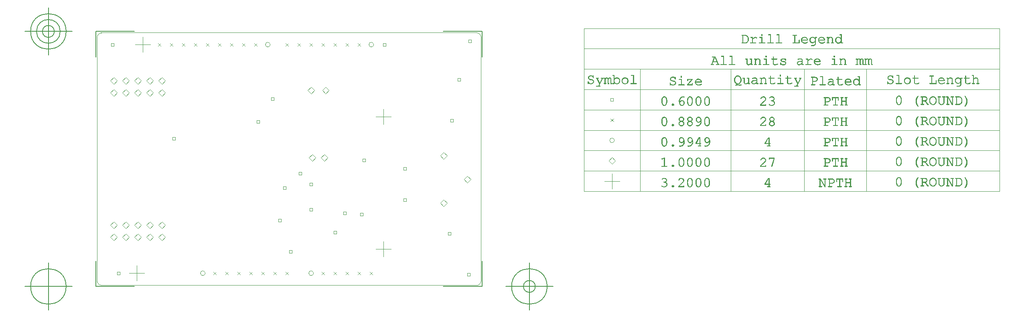
<source format=gbr>
G04 Generated by Ultiboard 14.0 *
%FSLAX34Y34*%
%MOMM*%

%ADD10C,0.0001*%
%ADD11C,0.1000*%
%ADD12C,0.0100*%
%ADD13C,0.0010*%
%ADD14C,0.1270*%


G04 ColorRGB 000000 for the following layer *
%LNDrill Symbols-Copper Top-Copper Bottom*%
%LPD*%
G54D11*
X644400Y355600D02*
X676400Y355600D01*
X660400Y339600D02*
X660400Y371600D01*
X660400Y60200D02*
X660400Y92200D01*
X644400Y76200D02*
X676400Y76200D01*
X152400Y492000D02*
X152400Y524000D01*
X136400Y508000D02*
X168400Y508000D01*
X538640Y404409D02*
X545711Y411480D01*
X538640Y418551D01*
X531569Y411480D01*
X538640Y404409D01*
X507840Y404409D02*
X514911Y411480D01*
X507840Y418551D01*
X500769Y411480D01*
X507840Y404409D01*
X535940Y262169D02*
X543011Y269240D01*
X535940Y276311D01*
X528869Y269240D01*
X535940Y262169D01*
X510540Y262169D02*
X517611Y269240D01*
X510540Y276311D01*
X503469Y269240D01*
X510540Y262169D01*
X787800Y266449D02*
X794871Y273520D01*
X787800Y280591D01*
X780729Y273520D01*
X787800Y266449D01*
X787800Y166449D02*
X794871Y173520D01*
X787800Y180591D01*
X780729Y173520D01*
X787800Y166449D01*
X837800Y216449D02*
X844871Y223520D01*
X837800Y230591D01*
X830729Y223520D01*
X837800Y216449D01*
X123700Y25400D02*
X155700Y25400D01*
X139700Y9400D02*
X139700Y41400D01*
X116840Y424729D02*
X123911Y431800D01*
X116840Y438871D01*
X109769Y431800D01*
X116840Y424729D01*
X193040Y424729D02*
X200111Y431800D01*
X193040Y438871D01*
X185969Y431800D01*
X193040Y424729D01*
X91440Y399329D02*
X98511Y406400D01*
X91440Y413471D01*
X84369Y406400D01*
X91440Y399329D01*
X193040Y399329D02*
X200111Y406400D01*
X193040Y413471D01*
X185969Y406400D01*
X193040Y399329D01*
X142240Y399329D02*
X149311Y406400D01*
X142240Y413471D01*
X135169Y406400D01*
X142240Y399329D01*
X167640Y399329D02*
X174711Y406400D01*
X167640Y413471D01*
X160569Y406400D01*
X167640Y399329D01*
X91440Y424729D02*
X98511Y431800D01*
X91440Y438871D01*
X84369Y431800D01*
X91440Y424729D01*
X116840Y399329D02*
X123911Y406400D01*
X116840Y413471D01*
X109769Y406400D01*
X116840Y399329D01*
X167640Y424729D02*
X174711Y431800D01*
X167640Y438871D01*
X160569Y431800D01*
X167640Y424729D01*
X142240Y424729D02*
X149311Y431800D01*
X142240Y438871D01*
X135169Y431800D01*
X142240Y424729D01*
X167640Y119929D02*
X174711Y127000D01*
X167640Y134071D01*
X160569Y127000D01*
X167640Y119929D01*
X91440Y94529D02*
X98511Y101600D01*
X91440Y108671D01*
X84369Y101600D01*
X91440Y94529D01*
X116840Y94529D02*
X123911Y101600D01*
X116840Y108671D01*
X109769Y101600D01*
X116840Y94529D01*
X142240Y94529D02*
X149311Y101600D01*
X142240Y108671D01*
X135169Y101600D01*
X142240Y94529D01*
X193040Y119929D02*
X200111Y127000D01*
X193040Y134071D01*
X185969Y127000D01*
X193040Y119929D01*
X193040Y94529D02*
X200111Y101600D01*
X193040Y108671D01*
X185969Y101600D01*
X193040Y94529D01*
X167640Y94529D02*
X174711Y101600D01*
X167640Y108671D01*
X160569Y101600D01*
X167640Y94529D01*
X91440Y119929D02*
X98511Y127000D01*
X91440Y134071D01*
X84369Y127000D01*
X91440Y119929D01*
X116840Y119929D02*
X123911Y127000D01*
X116840Y134071D01*
X109769Y127000D01*
X116840Y119929D01*
X142240Y119929D02*
X149311Y127000D01*
X142240Y134071D01*
X135169Y127000D01*
X142240Y119929D01*
X1127194Y219870D02*
X1159194Y219870D01*
X1143194Y203870D02*
X1143194Y235870D01*
X1143194Y255799D02*
X1150265Y262870D01*
X1143194Y269941D01*
X1136123Y262870D01*
X1143194Y255799D01*
G54D12*
X454057Y511143D02*
X460343Y504857D01*
X454057Y504857D02*
X460343Y511143D01*
X630025Y508000D02*
G75*
D01*
G02X630025Y508000I4975J0*
G01*
X581057Y511143D02*
X587343Y504857D01*
X581057Y504857D02*
X587343Y511143D01*
X606457Y504857D02*
X612743Y511143D01*
X606457Y511143D02*
X612743Y504857D01*
X555657Y511143D02*
X561943Y504857D01*
X555657Y504857D02*
X561943Y511143D01*
X504857Y504857D02*
X511143Y511143D01*
X504857Y511143D02*
X511143Y504857D01*
X530257Y504857D02*
X536543Y511143D01*
X530257Y511143D02*
X536543Y504857D01*
X479457Y511143D02*
X485743Y504857D01*
X479457Y504857D02*
X485743Y511143D01*
X505000Y210360D02*
X511000Y210360D01*
X511000Y216360D01*
X505000Y216360D01*
X505000Y210360D01*
X802180Y344980D02*
X808180Y344980D01*
X808180Y350980D01*
X802180Y350980D01*
X802180Y344980D01*
X797100Y106220D02*
X803100Y106220D01*
X803100Y112220D01*
X797100Y112220D01*
X797100Y106220D01*
X461820Y68120D02*
X467820Y68120D01*
X467820Y74120D01*
X461820Y74120D01*
X461820Y68120D01*
X555800Y108760D02*
X561800Y108760D01*
X561800Y114760D01*
X555800Y114760D01*
X555800Y108760D01*
X611680Y146860D02*
X617680Y146860D01*
X617680Y152860D01*
X611680Y152860D01*
X611680Y146860D01*
X837740Y19860D02*
X843740Y19860D01*
X843740Y25860D01*
X837740Y25860D01*
X837740Y19860D01*
X840280Y512620D02*
X846280Y512620D01*
X846280Y518620D01*
X840280Y518620D01*
X840280Y512620D01*
X505000Y156940D02*
X511000Y156940D01*
X511000Y162940D01*
X505000Y162940D01*
X505000Y156940D01*
X438960Y134160D02*
X444960Y134160D01*
X444960Y140160D01*
X438960Y140160D01*
X438960Y134160D01*
X482140Y233220D02*
X488140Y233220D01*
X488140Y239220D01*
X482140Y239220D01*
X482140Y233220D01*
X337217Y511143D02*
X343503Y504857D01*
X337217Y504857D02*
X343503Y511143D01*
X411585Y508000D02*
G75*
D01*
G02X411585Y508000I4975J0*
G01*
X362617Y504857D02*
X368903Y511143D01*
X362617Y511143D02*
X368903Y504857D01*
X388017Y504857D02*
X394303Y511143D01*
X388017Y511143D02*
X394303Y504857D01*
X286417Y504857D02*
X292703Y511143D01*
X286417Y511143D02*
X292703Y504857D01*
X311817Y504857D02*
X318103Y511143D01*
X311817Y511143D02*
X318103Y504857D01*
X261017Y504857D02*
X267303Y511143D01*
X261017Y511143D02*
X267303Y504857D01*
X235617Y504857D02*
X241903Y511143D01*
X235617Y511143D02*
X241903Y504857D01*
X210217Y504857D02*
X216503Y511143D01*
X210217Y511143D02*
X216503Y504857D01*
X184817Y511143D02*
X191103Y504857D01*
X184817Y504857D02*
X191103Y511143D01*
X616760Y261160D02*
X622760Y261160D01*
X622760Y267160D01*
X616760Y267160D01*
X616760Y261160D01*
X703120Y177340D02*
X709120Y177340D01*
X709120Y183340D01*
X703120Y183340D01*
X703120Y177340D01*
X703120Y243380D02*
X709120Y243380D01*
X709120Y249380D01*
X703120Y249380D01*
X703120Y243380D01*
X393240Y342440D02*
X399240Y342440D01*
X399240Y348440D01*
X393240Y348440D01*
X393240Y342440D01*
X423720Y390700D02*
X429720Y390700D01*
X429720Y396700D01*
X423720Y396700D01*
X423720Y390700D01*
X659940Y505000D02*
X665940Y505000D01*
X665940Y511000D01*
X659940Y511000D01*
X659940Y505000D01*
X449120Y202740D02*
X455120Y202740D01*
X455120Y208740D01*
X449120Y208740D01*
X449120Y202740D01*
X576120Y149400D02*
X582120Y149400D01*
X582120Y155400D01*
X576120Y155400D01*
X576120Y149400D01*
X454057Y22257D02*
X460343Y28543D01*
X454057Y28543D02*
X460343Y22257D01*
X327057Y28543D02*
X333343Y22257D01*
X327057Y22257D02*
X333343Y28543D01*
X301657Y28543D02*
X307943Y22257D01*
X301657Y22257D02*
X307943Y28543D01*
X352457Y22257D02*
X358743Y28543D01*
X352457Y28543D02*
X358743Y22257D01*
X403257Y22257D02*
X409543Y28543D01*
X403257Y28543D02*
X409543Y22257D01*
X377857Y28543D02*
X384143Y22257D01*
X377857Y22257D02*
X384143Y28543D01*
X428657Y28543D02*
X434943Y22257D01*
X428657Y22257D02*
X434943Y28543D01*
X274425Y25400D02*
G75*
D01*
G02X274425Y25400I4975J0*
G01*
X530257Y22257D02*
X536543Y28543D01*
X530257Y28543D02*
X536543Y22257D01*
X503025Y25400D02*
G75*
D01*
G02X503025Y25400I4975J0*
G01*
X555657Y28543D02*
X561943Y22257D01*
X555657Y22257D02*
X561943Y28543D01*
X606457Y28543D02*
X612743Y22257D01*
X606457Y22257D02*
X612743Y28543D01*
X581057Y28543D02*
X587343Y22257D01*
X581057Y22257D02*
X587343Y28543D01*
X631857Y28543D02*
X638143Y22257D01*
X631857Y22257D02*
X638143Y28543D01*
X817420Y431340D02*
X823420Y431340D01*
X823420Y437340D01*
X817420Y437340D01*
X817420Y431340D01*
X85900Y505000D02*
X91900Y505000D01*
X91900Y511000D01*
X85900Y511000D01*
X85900Y505000D01*
X98600Y22400D02*
X104600Y22400D01*
X104600Y28400D01*
X98600Y28400D01*
X98600Y22400D01*
X215440Y306880D02*
X221440Y306880D01*
X221440Y312880D01*
X215440Y312880D01*
X215440Y306880D01*
X1138219Y305870D02*
G75*
D01*
G02X1138219Y305870I4975J0*
G01*
X1140051Y345727D02*
X1146337Y352013D01*
X1140051Y352013D02*
X1146337Y345727D01*
X1140194Y388870D02*
X1146194Y388870D01*
X1146194Y394870D01*
X1140194Y394870D01*
X1140194Y388870D01*
G54D13*
G36*
X1256176Y224440D02*
X1256176Y224440D01*
X1256256Y225939D01*
X1255569Y224902D01*
X1256176Y224440D01*
D02*
G37*
X1256256Y225939D01*
X1255569Y224902D01*
X1256176Y224440D01*
G36*
X1256256Y225939D02*
X1256256Y225939D01*
X1256176Y224440D01*
X1256670Y223893D01*
X1256256Y225939D01*
D02*
G37*
X1256176Y224440D01*
X1256670Y223893D01*
X1256256Y225939D01*
G36*
X1256670Y223893D02*
X1256670Y223893D01*
X1257055Y225327D01*
X1256256Y225939D01*
X1256670Y223893D01*
D02*
G37*
X1257055Y225327D01*
X1256256Y225939D01*
X1256670Y223893D01*
G36*
X1257055Y225327D02*
X1257055Y225327D01*
X1256670Y223893D01*
X1257234Y222677D01*
X1257055Y225327D01*
D02*
G37*
X1256670Y223893D01*
X1257234Y222677D01*
X1257055Y225327D01*
G36*
X1257234Y222677D02*
X1257234Y222677D01*
X1257709Y224594D01*
X1257055Y225327D01*
X1257234Y222677D01*
D02*
G37*
X1257709Y224594D01*
X1257055Y225327D01*
X1257234Y222677D01*
G36*
X1257709Y224594D02*
X1257709Y224594D01*
X1257234Y222677D01*
X1257304Y222009D01*
X1257709Y224594D01*
D02*
G37*
X1257234Y222677D01*
X1257304Y222009D01*
X1257709Y224594D01*
G36*
X1257304Y222009D02*
X1257304Y222009D01*
X1257831Y219665D01*
X1257709Y224594D01*
X1257304Y222009D01*
D02*
G37*
X1257831Y219665D01*
X1257709Y224594D01*
X1257304Y222009D01*
G36*
X1257831Y219665D02*
X1257831Y219665D01*
X1257304Y222009D01*
X1257237Y221362D01*
X1257831Y219665D01*
D02*
G37*
X1257304Y222009D01*
X1257237Y221362D01*
X1257831Y219665D01*
G36*
X1257237Y221362D02*
X1257237Y221362D01*
X1256945Y218676D01*
X1257831Y219665D01*
X1257237Y221362D01*
D02*
G37*
X1256945Y218676D01*
X1257831Y219665D01*
X1257237Y221362D01*
G36*
X1256945Y218676D02*
X1256945Y218676D01*
X1257237Y221362D01*
X1256699Y220190D01*
X1256945Y218676D01*
D02*
G37*
X1257237Y221362D01*
X1256699Y220190D01*
X1256945Y218676D01*
G36*
X1256699Y220190D02*
X1256699Y220190D01*
X1256227Y219665D01*
X1256945Y218676D01*
X1256699Y220190D01*
D02*
G37*
X1256227Y219665D01*
X1256945Y218676D01*
X1256699Y220190D01*
G36*
X1252009Y225385D02*
X1252009Y225385D01*
X1252134Y226648D01*
X1250888Y225056D01*
X1252009Y225385D01*
D02*
G37*
X1252134Y226648D01*
X1250888Y225056D01*
X1252009Y225385D01*
G36*
X1252134Y226648D02*
X1252134Y226648D01*
X1252009Y225385D01*
X1253232Y225495D01*
X1252134Y226648D01*
D02*
G37*
X1252009Y225385D01*
X1253232Y225495D01*
X1252134Y226648D01*
G36*
X1253232Y225495D02*
X1253232Y225495D01*
X1253232Y226725D01*
X1252134Y226648D01*
X1253232Y225495D01*
D02*
G37*
X1253232Y226725D01*
X1252134Y226648D01*
X1253232Y225495D01*
G36*
X1253232Y226725D02*
X1253232Y226725D01*
X1253232Y225495D01*
X1254097Y225429D01*
X1253232Y226725D01*
D02*
G37*
X1253232Y225495D01*
X1254097Y225429D01*
X1253232Y226725D01*
G36*
X1254097Y225429D02*
X1254097Y225429D01*
X1254344Y226638D01*
X1253232Y226725D01*
X1254097Y225429D01*
D02*
G37*
X1254344Y226638D01*
X1253232Y226725D01*
X1254097Y225429D01*
G36*
X1254344Y226638D02*
X1254344Y226638D01*
X1254097Y225429D01*
X1255569Y224902D01*
X1254344Y226638D01*
D02*
G37*
X1254097Y225429D01*
X1255569Y224902D01*
X1254344Y226638D01*
G36*
X1255569Y224902D02*
X1255569Y224902D01*
X1256256Y225939D01*
X1254344Y226638D01*
X1255569Y224902D01*
D02*
G37*
X1256256Y225939D01*
X1254344Y226638D01*
X1255569Y224902D01*
G36*
X1249174Y223854D02*
X1249174Y223854D01*
X1249204Y225480D01*
X1248967Y223618D01*
X1249174Y223854D01*
D02*
G37*
X1249204Y225480D01*
X1248967Y223618D01*
X1249174Y223854D01*
G36*
X1249204Y225480D02*
X1249204Y225480D01*
X1249174Y223854D01*
X1249925Y224536D01*
X1249204Y225480D01*
D02*
G37*
X1249174Y223854D01*
X1249925Y224536D01*
X1249204Y225480D01*
G36*
X1249925Y224536D02*
X1249925Y224536D01*
X1250120Y226025D01*
X1249204Y225480D01*
X1249925Y224536D01*
D02*
G37*
X1250120Y226025D01*
X1249204Y225480D01*
X1249925Y224536D01*
G36*
X1250120Y226025D02*
X1250120Y226025D01*
X1249925Y224536D01*
X1250888Y225056D01*
X1250120Y226025D01*
D02*
G37*
X1249925Y224536D01*
X1250888Y225056D01*
X1250120Y226025D01*
G36*
X1250888Y225056D02*
X1250888Y225056D01*
X1252134Y226648D01*
X1250120Y226025D01*
X1250888Y225056D01*
D02*
G37*
X1252134Y226648D01*
X1250120Y226025D01*
X1250888Y225056D01*
G36*
X1249204Y225480D02*
X1249204Y225480D01*
X1248248Y224664D01*
X1248299Y223472D01*
X1249204Y225480D01*
D02*
G37*
X1248248Y224664D01*
X1248299Y223472D01*
X1249204Y225480D01*
G36*
X1249204Y225480D01*
X1248299Y223472D01*
X1248530Y223430D01*
X1249204Y225480D01*
D02*
G37*
X1248299Y223472D01*
X1248530Y223430D01*
X1249204Y225480D01*
G36*
X1249204Y225480D01*
X1248530Y223430D01*
X1248682Y223446D01*
X1249204Y225480D01*
D02*
G37*
X1248530Y223430D01*
X1248682Y223446D01*
X1249204Y225480D01*
G36*
X1249204Y225480D01*
X1248682Y223446D01*
X1248815Y223495D01*
X1249204Y225480D01*
D02*
G37*
X1248682Y223446D01*
X1248815Y223495D01*
X1249204Y225480D01*
G36*
X1249204Y225480D01*
X1248815Y223495D01*
X1248967Y223618D01*
X1249204Y225480D01*
D02*
G37*
X1248815Y223495D01*
X1248967Y223618D01*
X1249204Y225480D01*
G36*
X1248248Y224664D02*
X1248248Y224664D01*
X1247929Y224001D01*
X1247973Y223783D01*
X1248248Y224664D01*
D02*
G37*
X1247929Y224001D01*
X1247973Y223783D01*
X1248248Y224664D01*
G36*
X1248248Y224664D01*
X1247973Y223783D01*
X1248105Y223598D01*
X1248248Y224664D01*
D02*
G37*
X1247973Y223783D01*
X1248105Y223598D01*
X1248248Y224664D01*
G36*
X1248248Y224664D01*
X1248105Y223598D01*
X1248299Y223472D01*
X1248248Y224664D01*
D02*
G37*
X1248105Y223598D01*
X1248299Y223472D01*
X1248248Y224664D01*
G36*
X1258456Y222927D02*
X1258456Y222927D01*
X1257709Y224594D01*
X1257831Y219665D01*
X1258456Y222927D01*
D02*
G37*
X1257709Y224594D01*
X1257831Y219665D01*
X1258456Y222927D01*
G36*
X1258456Y222927D01*
X1257831Y219665D01*
X1258370Y220797D01*
X1258456Y222927D01*
D02*
G37*
X1257831Y219665D01*
X1258370Y220797D01*
X1258456Y222927D01*
G36*
X1258456Y222927D01*
X1258370Y220797D01*
X1258549Y221994D01*
X1258456Y222927D01*
D02*
G37*
X1258370Y220797D01*
X1258549Y221994D01*
X1258456Y222927D01*
G36*
X1256227Y219665D02*
X1256227Y219665D01*
X1255722Y217907D01*
X1256945Y218676D01*
X1256227Y219665D01*
D02*
G37*
X1255722Y217907D01*
X1256945Y218676D01*
X1256227Y219665D01*
G36*
X1255722Y217907D02*
X1255722Y217907D01*
X1256227Y219665D01*
X1255653Y219223D01*
X1255722Y217907D01*
D02*
G37*
X1256227Y219665D01*
X1255653Y219223D01*
X1255722Y217907D01*
G36*
X1255653Y219223D02*
X1255653Y219223D01*
X1255224Y216830D01*
X1255722Y217907D01*
X1255653Y219223D01*
D02*
G37*
X1255224Y216830D01*
X1255722Y217907D01*
X1255653Y219223D01*
G36*
X1255224Y216830D02*
X1255224Y216830D01*
X1255653Y219223D01*
X1254287Y218717D01*
X1255224Y216830D01*
D02*
G37*
X1255653Y219223D01*
X1254287Y218717D01*
X1255224Y216830D01*
G36*
X1254287Y218717D02*
X1254287Y218717D01*
X1253884Y217286D01*
X1255224Y216830D01*
X1254287Y218717D01*
D02*
G37*
X1253884Y217286D01*
X1255224Y216830D01*
X1254287Y218717D01*
G36*
X1253884Y217286D02*
X1253884Y217286D01*
X1254287Y218717D01*
X1253496Y218654D01*
X1253884Y217286D01*
D02*
G37*
X1254287Y218717D01*
X1253496Y218654D01*
X1253884Y217286D01*
G36*
X1253496Y218654D02*
X1253496Y218654D01*
X1252529Y217438D01*
X1253884Y217286D01*
X1253496Y218654D01*
D02*
G37*
X1252529Y217438D01*
X1253884Y217286D01*
X1253496Y218654D01*
G36*
X1252529Y217438D02*
X1252529Y217438D01*
X1253496Y218654D01*
X1252441Y218669D01*
X1252529Y217438D01*
D02*
G37*
X1253496Y218654D01*
X1252441Y218669D01*
X1252529Y217438D01*
G36*
X1252441Y218669D02*
X1252441Y218669D01*
X1252152Y217480D01*
X1252529Y217438D01*
X1252441Y218669D01*
D02*
G37*
X1252152Y217480D01*
X1252529Y217438D01*
X1252441Y218669D01*
G36*
X1252152Y217480D02*
X1252152Y217480D01*
X1252441Y218669D01*
X1252120Y218625D01*
X1252152Y217480D01*
D02*
G37*
X1252441Y218669D01*
X1252120Y218625D01*
X1252152Y217480D01*
G36*
X1252120Y218625D02*
X1252120Y218625D01*
X1251899Y217607D01*
X1252152Y217480D01*
X1252120Y218625D01*
D02*
G37*
X1251899Y217607D01*
X1252152Y217480D01*
X1252120Y218625D01*
G36*
X1251899Y217607D02*
X1251899Y217607D01*
X1252120Y218625D01*
X1251892Y218493D01*
X1251899Y217607D01*
D02*
G37*
X1252120Y218625D01*
X1251892Y218493D01*
X1251899Y217607D01*
G36*
X1251892Y218493D02*
X1251892Y218493D01*
X1251756Y217803D01*
X1251899Y217607D01*
X1251892Y218493D01*
D02*
G37*
X1251756Y217803D01*
X1251899Y217607D01*
X1251892Y218493D01*
G36*
X1251756Y217803D02*
X1251756Y217803D01*
X1251892Y218493D01*
X1251754Y218295D01*
X1251756Y217803D01*
D02*
G37*
X1251892Y218493D01*
X1251754Y218295D01*
X1251756Y217803D01*
G36*
X1251754Y218295D02*
X1251754Y218295D01*
X1251708Y218054D01*
X1251756Y217803D01*
X1251754Y218295D01*
D02*
G37*
X1251708Y218054D01*
X1251756Y217803D01*
X1251754Y218295D01*
G36*
X1258985Y214467D02*
X1258985Y214467D01*
X1259096Y211985D01*
X1259208Y213058D01*
X1258985Y214467D01*
D02*
G37*
X1259096Y211985D01*
X1259208Y213058D01*
X1258985Y214467D01*
G36*
X1259096Y211985D02*
X1259096Y211985D01*
X1258985Y214467D01*
X1258315Y215820D01*
X1259096Y211985D01*
D02*
G37*
X1258985Y214467D01*
X1258315Y215820D01*
X1259096Y211985D01*
G36*
X1258315Y215820D02*
X1258315Y215820D01*
X1258199Y210033D01*
X1259096Y211985D01*
X1258315Y215820D01*
D02*
G37*
X1258199Y210033D01*
X1259096Y211985D01*
X1258315Y215820D01*
G36*
X1258199Y210033D02*
X1258199Y210033D01*
X1258315Y215820D01*
X1257978Y213015D01*
X1258199Y210033D01*
D02*
G37*
X1258315Y215820D01*
X1257978Y213015D01*
X1258199Y210033D01*
G36*
X1257978Y213015D02*
X1257978Y213015D01*
X1257888Y212213D01*
X1258199Y210033D01*
X1257978Y213015D01*
D02*
G37*
X1257888Y212213D01*
X1258199Y210033D01*
X1257978Y213015D01*
G36*
X1256401Y216111D02*
X1256401Y216111D01*
X1257220Y217004D01*
X1255722Y217907D01*
X1256401Y216111D01*
D02*
G37*
X1257220Y217004D01*
X1255722Y217907D01*
X1256401Y216111D01*
G36*
X1257220Y217004D02*
X1257220Y217004D01*
X1256401Y216111D01*
X1257268Y215168D01*
X1257220Y217004D01*
D02*
G37*
X1256401Y216111D01*
X1257268Y215168D01*
X1257220Y217004D01*
G36*
X1257268Y215168D02*
X1257268Y215168D01*
X1258315Y215820D01*
X1257220Y217004D01*
X1257268Y215168D01*
D02*
G37*
X1258315Y215820D01*
X1257220Y217004D01*
X1257268Y215168D01*
G36*
X1258315Y215820D02*
X1258315Y215820D01*
X1257268Y215168D01*
X1257800Y214102D01*
X1258315Y215820D01*
D02*
G37*
X1257268Y215168D01*
X1257800Y214102D01*
X1258315Y215820D01*
G36*
X1257800Y214102D02*
X1257800Y214102D01*
X1257978Y213015D01*
X1258315Y215820D01*
X1257800Y214102D01*
D02*
G37*
X1257978Y213015D01*
X1258315Y215820D01*
X1257800Y214102D01*
G36*
X1257414Y209155D02*
X1257414Y209155D01*
X1258199Y210033D01*
X1257888Y212213D01*
X1257414Y209155D01*
D02*
G37*
X1258199Y210033D01*
X1257888Y212213D01*
X1257414Y209155D01*
G36*
X1257414Y209155D01*
X1257888Y212213D01*
X1257166Y210723D01*
X1257414Y209155D01*
D02*
G37*
X1257888Y212213D01*
X1257166Y210723D01*
X1257414Y209155D01*
G36*
X1257414Y209155D01*
X1257166Y210723D01*
X1256535Y210034D01*
X1257414Y209155D01*
D02*
G37*
X1257166Y210723D01*
X1256535Y210034D01*
X1257414Y209155D01*
G36*
X1257414Y209155D01*
X1256535Y210034D01*
X1256460Y208415D01*
X1257414Y209155D01*
D02*
G37*
X1256535Y210034D01*
X1256460Y208415D01*
X1257414Y209155D01*
G36*
X1255770Y209447D02*
X1255770Y209447D01*
X1253979Y208777D01*
X1254216Y207569D01*
X1255770Y209447D01*
D02*
G37*
X1253979Y208777D01*
X1254216Y207569D01*
X1255770Y209447D01*
G36*
X1255770Y209447D01*
X1254216Y207569D01*
X1256460Y208415D01*
X1255770Y209447D01*
D02*
G37*
X1254216Y207569D01*
X1256460Y208415D01*
X1255770Y209447D01*
G36*
X1255770Y209447D01*
X1256460Y208415D01*
X1256535Y210034D01*
X1255770Y209447D01*
D02*
G37*
X1256460Y208415D01*
X1256535Y210034D01*
X1255770Y209447D01*
G36*
X1251313Y207631D02*
X1251313Y207631D01*
X1251703Y208799D01*
X1249643Y208137D01*
X1251313Y207631D01*
D02*
G37*
X1251703Y208799D01*
X1249643Y208137D01*
X1251313Y207631D01*
G36*
X1251703Y208799D02*
X1251703Y208799D01*
X1251313Y207631D01*
X1252924Y207463D01*
X1251703Y208799D01*
D02*
G37*
X1251313Y207631D01*
X1252924Y207463D01*
X1251703Y208799D01*
G36*
X1252924Y207463D02*
X1252924Y207463D01*
X1252954Y208693D01*
X1251703Y208799D01*
X1252924Y207463D01*
D02*
G37*
X1252954Y208693D01*
X1251703Y208799D01*
X1252924Y207463D01*
G36*
X1252954Y208693D02*
X1252954Y208693D01*
X1252924Y207463D01*
X1254216Y207569D01*
X1252954Y208693D01*
D02*
G37*
X1252924Y207463D01*
X1254216Y207569D01*
X1252954Y208693D01*
G36*
X1254216Y207569D02*
X1254216Y207569D01*
X1253979Y208777D01*
X1252954Y208693D01*
X1254216Y207569D01*
D02*
G37*
X1253979Y208777D01*
X1252954Y208693D01*
X1254216Y207569D01*
G36*
X1249301Y209641D02*
X1249301Y209641D01*
X1248149Y210378D01*
X1248200Y208818D01*
X1249301Y209641D01*
D02*
G37*
X1248149Y210378D01*
X1248200Y208818D01*
X1249301Y209641D01*
G36*
X1249301Y209641D01*
X1248200Y208818D01*
X1249643Y208137D01*
X1249301Y209641D01*
D02*
G37*
X1248200Y208818D01*
X1249643Y208137D01*
X1249301Y209641D01*
G36*
X1249301Y209641D01*
X1249643Y208137D01*
X1251703Y208799D01*
X1249301Y209641D01*
D02*
G37*
X1249643Y208137D01*
X1251703Y208799D01*
X1249301Y209641D01*
G36*
X1248200Y208818D02*
X1248200Y208818D01*
X1248149Y210378D01*
X1247871Y210543D01*
X1248200Y208818D01*
D02*
G37*
X1248149Y210378D01*
X1247871Y210543D01*
X1248200Y208818D01*
G36*
X1248200Y208818D01*
X1247871Y210543D01*
X1247622Y210598D01*
X1248200Y208818D01*
D02*
G37*
X1247871Y210543D01*
X1247622Y210598D01*
X1248200Y208818D01*
G36*
X1248200Y208818D01*
X1247622Y210598D01*
X1247404Y210554D01*
X1248200Y208818D01*
D02*
G37*
X1247622Y210598D01*
X1247404Y210554D01*
X1248200Y208818D01*
G36*
X1248200Y208818D01*
X1247404Y210554D01*
X1247270Y209514D01*
X1248200Y208818D01*
D02*
G37*
X1247404Y210554D01*
X1247270Y209514D01*
X1248200Y208818D01*
G36*
X1247219Y210422D02*
X1247219Y210422D01*
X1247092Y210231D01*
X1247105Y209755D01*
X1247219Y210422D01*
D02*
G37*
X1247092Y210231D01*
X1247105Y209755D01*
X1247219Y210422D01*
G36*
X1247219Y210422D01*
X1247105Y209755D01*
X1247270Y209514D01*
X1247219Y210422D01*
D02*
G37*
X1247105Y209755D01*
X1247270Y209514D01*
X1247219Y210422D01*
G36*
X1247219Y210422D01*
X1247270Y209514D01*
X1247404Y210554D01*
X1247219Y210422D01*
D02*
G37*
X1247270Y209514D01*
X1247404Y210554D01*
X1247219Y210422D01*
G36*
X1247105Y209755D02*
X1247105Y209755D01*
X1247092Y210231D01*
X1247050Y210012D01*
X1247105Y209755D01*
D02*
G37*
X1247092Y210231D01*
X1247050Y210012D01*
X1247105Y209755D01*
G36*
X1255722Y217907D02*
X1255722Y217907D01*
X1255224Y216830D01*
X1256401Y216111D01*
X1255722Y217907D01*
D02*
G37*
X1255224Y216830D01*
X1256401Y216111D01*
X1255722Y217907D01*
G36*
X1270942Y211433D02*
X1270942Y211433D01*
X1270189Y211290D01*
X1270942Y211433D01*
D02*
G37*
X1270189Y211290D01*
X1270942Y211433D01*
G36*
X1270942Y211433D01*
X1270189Y211290D01*
X1269543Y210861D01*
X1270942Y211433D01*
D02*
G37*
X1270189Y211290D01*
X1269543Y210861D01*
X1270942Y211433D01*
G36*
X1270942Y211433D01*
X1269543Y210861D01*
X1269098Y210220D01*
X1270942Y211433D01*
D02*
G37*
X1269543Y210861D01*
X1269098Y210220D01*
X1270942Y211433D01*
G36*
X1270942Y211433D01*
X1269098Y210220D01*
X1268950Y209440D01*
X1270942Y211433D01*
D02*
G37*
X1269098Y210220D01*
X1268950Y209440D01*
X1270942Y211433D01*
G36*
X1270942Y211433D01*
X1268950Y209440D01*
X1269096Y208680D01*
X1270942Y211433D01*
D02*
G37*
X1268950Y209440D01*
X1269096Y208680D01*
X1270942Y211433D01*
G36*
X1270942Y211433D01*
X1269096Y208680D01*
X1269536Y208041D01*
X1270942Y211433D01*
D02*
G37*
X1269096Y208680D01*
X1269536Y208041D01*
X1270942Y211433D01*
G36*
X1270942Y211433D01*
X1269536Y208041D01*
X1270180Y207608D01*
X1270942Y211433D01*
D02*
G37*
X1269536Y208041D01*
X1270180Y207608D01*
X1270942Y211433D01*
G36*
X1270942Y211433D01*
X1270180Y207608D01*
X1270942Y207463D01*
X1270942Y211433D01*
D02*
G37*
X1270180Y207608D01*
X1270942Y207463D01*
X1270942Y211433D01*
G36*
X1270942Y211433D01*
X1270942Y207463D01*
X1271469Y207463D01*
X1270942Y211433D01*
D02*
G37*
X1270942Y207463D01*
X1271469Y207463D01*
X1270942Y211433D01*
G36*
X1270942Y211433D01*
X1271469Y207463D01*
X1272222Y207606D01*
X1270942Y211433D01*
D02*
G37*
X1271469Y207463D01*
X1272222Y207606D01*
X1270942Y211433D01*
G36*
X1270942Y211433D01*
X1272222Y207606D01*
X1272868Y208034D01*
X1270942Y211433D01*
D02*
G37*
X1272222Y207606D01*
X1272868Y208034D01*
X1270942Y211433D01*
G36*
X1270942Y211433D01*
X1272868Y208034D01*
X1273313Y208675D01*
X1270942Y211433D01*
D02*
G37*
X1272868Y208034D01*
X1273313Y208675D01*
X1270942Y211433D01*
G36*
X1270942Y211433D01*
X1273313Y208675D01*
X1273461Y209455D01*
X1270942Y211433D01*
D02*
G37*
X1273313Y208675D01*
X1273461Y209455D01*
X1270942Y211433D01*
G36*
X1270942Y211433D01*
X1273461Y209455D01*
X1273315Y210215D01*
X1270942Y211433D01*
D02*
G37*
X1273461Y209455D01*
X1273315Y210215D01*
X1270942Y211433D01*
G36*
X1270942Y211433D01*
X1273315Y210215D01*
X1272875Y210854D01*
X1270942Y211433D01*
D02*
G37*
X1273315Y210215D01*
X1272875Y210854D01*
X1270942Y211433D01*
G36*
X1270942Y211433D01*
X1272875Y210854D01*
X1272231Y211288D01*
X1270942Y211433D01*
D02*
G37*
X1272875Y210854D01*
X1272231Y211288D01*
X1270942Y211433D01*
G36*
X1270942Y211433D01*
X1272231Y211288D01*
X1271469Y211433D01*
X1270942Y211433D01*
D02*
G37*
X1272231Y211288D01*
X1271469Y211433D01*
X1270942Y211433D01*
G36*
X1294599Y207902D02*
X1294599Y207902D01*
X1294599Y209616D01*
X1294555Y209993D01*
X1294599Y207902D01*
D02*
G37*
X1294599Y209616D01*
X1294555Y209993D01*
X1294599Y207902D01*
G36*
X1294599Y207902D01*
X1294555Y209993D01*
X1294423Y210246D01*
X1294599Y207902D01*
D02*
G37*
X1294555Y209993D01*
X1294423Y210246D01*
X1294599Y207902D01*
G36*
X1294599Y207902D01*
X1294423Y210246D01*
X1294226Y210389D01*
X1294599Y207902D01*
D02*
G37*
X1294423Y210246D01*
X1294226Y210389D01*
X1294599Y207902D01*
G36*
X1294599Y207902D01*
X1294226Y210389D01*
X1293984Y210436D01*
X1294599Y207902D01*
D02*
G37*
X1294226Y210389D01*
X1293984Y210436D01*
X1294599Y207902D01*
G36*
X1294599Y207902D01*
X1293984Y210436D01*
X1293731Y210389D01*
X1294599Y207902D01*
D02*
G37*
X1293984Y210436D01*
X1293731Y210389D01*
X1294599Y207902D01*
G36*
X1294599Y207902D01*
X1293731Y210389D01*
X1293530Y210246D01*
X1294599Y207902D01*
D02*
G37*
X1293731Y210389D01*
X1293530Y210246D01*
X1294599Y207902D01*
G36*
X1294599Y207902D01*
X1293530Y210246D01*
X1293398Y209993D01*
X1294599Y207902D01*
D02*
G37*
X1293530Y210246D01*
X1293398Y209993D01*
X1294599Y207902D01*
G36*
X1294599Y207902D01*
X1293398Y209993D01*
X1293354Y209616D01*
X1294599Y207902D01*
D02*
G37*
X1293398Y209993D01*
X1293354Y209616D01*
X1294599Y207902D01*
G36*
X1294599Y207902D01*
X1293354Y209616D01*
X1293354Y209133D01*
X1294599Y207902D01*
D02*
G37*
X1293354Y209616D01*
X1293354Y209133D01*
X1294599Y207902D01*
G36*
X1294599Y207902D01*
X1293354Y209133D01*
X1283906Y209133D01*
X1294599Y207902D01*
D02*
G37*
X1293354Y209133D01*
X1283906Y209133D01*
X1294599Y207902D01*
G36*
X1294599Y207902D01*
X1283906Y209133D01*
X1282705Y207902D01*
X1294599Y207902D01*
D02*
G37*
X1283906Y209133D01*
X1282705Y207902D01*
X1294599Y207902D01*
G36*
X1292270Y218962D02*
X1292270Y218962D01*
X1292429Y217341D01*
X1292788Y219678D01*
X1292270Y218962D01*
D02*
G37*
X1292429Y217341D01*
X1292788Y219678D01*
X1292270Y218962D01*
G36*
X1292429Y217341D02*
X1292429Y217341D01*
X1292270Y218962D01*
X1291395Y217984D01*
X1292429Y217341D01*
D02*
G37*
X1292270Y218962D01*
X1291395Y217984D01*
X1292429Y217341D01*
G36*
X1291395Y217984D02*
X1291395Y217984D01*
X1290966Y215856D01*
X1292429Y217341D01*
X1291395Y217984D01*
D02*
G37*
X1290966Y215856D01*
X1292429Y217341D01*
X1291395Y217984D01*
G36*
X1290966Y215856D02*
X1290966Y215856D01*
X1291395Y217984D01*
X1289999Y216574D01*
X1290966Y215856D01*
D02*
G37*
X1291395Y217984D01*
X1289999Y216574D01*
X1290966Y215856D01*
G36*
X1289999Y216574D02*
X1289999Y216574D01*
X1287033Y212059D01*
X1290966Y215856D01*
X1289999Y216574D01*
D02*
G37*
X1287033Y212059D01*
X1290966Y215856D01*
X1289999Y216574D01*
G36*
X1287033Y212059D02*
X1287033Y212059D01*
X1289999Y216574D01*
X1286403Y213117D01*
X1287033Y212059D01*
D02*
G37*
X1289999Y216574D01*
X1286403Y213117D01*
X1287033Y212059D01*
G36*
X1286403Y213117D02*
X1286403Y213117D01*
X1283906Y209221D01*
X1287033Y212059D01*
X1286403Y213117D01*
D02*
G37*
X1283906Y209221D01*
X1287033Y212059D01*
X1286403Y213117D01*
G36*
X1283906Y209221D02*
X1283906Y209221D01*
X1286403Y213117D01*
X1282705Y209719D01*
X1283906Y209221D01*
D02*
G37*
X1286403Y213117D01*
X1282705Y209719D01*
X1283906Y209221D01*
G36*
X1282705Y209719D02*
X1282705Y209719D01*
X1283906Y209133D01*
X1283906Y209221D01*
X1282705Y209719D01*
D02*
G37*
X1283906Y209133D01*
X1283906Y209221D01*
X1282705Y209719D01*
G36*
X1283906Y209133D02*
X1283906Y209133D01*
X1282705Y209719D01*
X1282705Y207902D01*
X1283906Y209133D01*
D02*
G37*
X1282705Y209719D01*
X1282705Y207902D01*
X1283906Y209133D01*
G36*
X1294481Y222495D02*
X1294481Y222495D01*
X1293653Y224304D01*
X1293931Y219207D01*
X1294481Y222495D01*
D02*
G37*
X1293653Y224304D01*
X1293931Y219207D01*
X1294481Y222495D01*
G36*
X1294481Y222495D01*
X1293931Y219207D01*
X1294306Y219951D01*
X1294481Y222495D01*
D02*
G37*
X1293931Y219207D01*
X1294306Y219951D01*
X1294481Y222495D01*
G36*
X1294481Y222495D01*
X1294306Y219951D01*
X1294515Y220696D01*
X1294481Y222495D01*
D02*
G37*
X1294306Y219951D01*
X1294515Y220696D01*
X1294481Y222495D01*
G36*
X1294481Y222495D01*
X1294515Y220696D01*
X1294584Y221511D01*
X1294481Y222495D01*
D02*
G37*
X1294515Y220696D01*
X1294584Y221511D01*
X1294481Y222495D01*
G36*
X1293361Y218398D02*
X1293361Y218398D01*
X1293931Y219207D01*
X1293653Y224304D01*
X1293361Y218398D01*
D02*
G37*
X1293931Y219207D01*
X1293653Y224304D01*
X1293361Y218398D01*
G36*
X1293361Y218398D01*
X1293653Y224304D01*
X1293339Y221467D01*
X1293361Y218398D01*
D02*
G37*
X1293653Y224304D01*
X1293339Y221467D01*
X1293361Y218398D01*
G36*
X1293361Y218398D01*
X1293339Y221467D01*
X1293283Y220883D01*
X1293361Y218398D01*
D02*
G37*
X1293339Y221467D01*
X1293283Y220883D01*
X1293361Y218398D01*
G36*
X1293361Y218398D01*
X1293283Y220883D01*
X1293112Y220302D01*
X1293361Y218398D01*
D02*
G37*
X1293283Y220883D01*
X1293112Y220302D01*
X1293361Y218398D01*
G36*
X1293361Y218398D01*
X1293112Y220302D01*
X1292788Y219678D01*
X1293361Y218398D01*
D02*
G37*
X1293112Y220302D01*
X1292788Y219678D01*
X1293361Y218398D01*
G36*
X1293361Y218398D01*
X1292788Y219678D01*
X1292429Y217341D01*
X1293361Y218398D01*
D02*
G37*
X1292788Y219678D01*
X1292429Y217341D01*
X1293361Y218398D01*
G36*
X1292622Y223634D02*
X1292622Y223634D01*
X1292929Y225129D01*
X1292065Y224265D01*
X1292622Y223634D01*
D02*
G37*
X1292929Y225129D01*
X1292065Y224265D01*
X1292622Y223634D01*
G36*
X1292929Y225129D02*
X1292929Y225129D01*
X1292622Y223634D01*
X1293260Y222235D01*
X1292929Y225129D01*
D02*
G37*
X1292622Y223634D01*
X1293260Y222235D01*
X1292929Y225129D01*
G36*
X1293260Y222235D02*
X1293260Y222235D01*
X1293653Y224304D01*
X1292929Y225129D01*
X1293260Y222235D01*
D02*
G37*
X1293653Y224304D01*
X1292929Y225129D01*
X1293260Y222235D01*
G36*
X1293653Y224304D02*
X1293653Y224304D01*
X1293260Y222235D01*
X1293339Y221467D01*
X1293653Y224304D01*
D02*
G37*
X1293260Y222235D01*
X1293339Y221467D01*
X1293653Y224304D01*
G36*
X1289857Y225404D02*
X1289857Y225404D01*
X1290084Y226626D01*
X1288989Y225480D01*
X1289857Y225404D01*
D02*
G37*
X1290084Y226626D01*
X1288989Y225480D01*
X1289857Y225404D01*
G36*
X1290084Y226626D02*
X1290084Y226626D01*
X1289857Y225404D01*
X1291395Y224796D01*
X1290084Y226626D01*
D02*
G37*
X1289857Y225404D01*
X1291395Y224796D01*
X1290084Y226626D01*
G36*
X1291395Y224796D02*
X1291395Y224796D01*
X1292061Y225827D01*
X1290084Y226626D01*
X1291395Y224796D01*
D02*
G37*
X1292061Y225827D01*
X1290084Y226626D01*
X1291395Y224796D01*
G36*
X1292061Y225827D02*
X1292061Y225827D01*
X1291395Y224796D01*
X1292065Y224265D01*
X1292061Y225827D01*
D02*
G37*
X1291395Y224796D01*
X1292065Y224265D01*
X1292061Y225827D01*
G36*
X1292065Y224265D02*
X1292065Y224265D01*
X1292929Y225129D01*
X1292061Y225827D01*
X1292065Y224265D01*
D02*
G37*
X1292929Y225129D01*
X1292061Y225827D01*
X1292065Y224265D01*
G36*
X1286132Y224558D02*
X1286132Y224558D01*
X1286198Y226037D01*
X1285107Y223525D01*
X1286132Y224558D01*
D02*
G37*
X1286198Y226037D01*
X1285107Y223525D01*
X1286132Y224558D01*
G36*
X1286198Y226037D02*
X1286198Y226037D01*
X1286132Y224558D01*
X1287469Y225250D01*
X1286198Y226037D01*
D02*
G37*
X1286132Y224558D01*
X1287469Y225250D01*
X1286198Y226037D01*
G36*
X1287469Y225250D02*
X1287469Y225250D01*
X1287570Y226553D01*
X1286198Y226037D01*
X1287469Y225250D01*
D02*
G37*
X1287570Y226553D01*
X1286198Y226037D01*
X1287469Y225250D01*
G36*
X1287570Y226553D02*
X1287570Y226553D01*
X1287469Y225250D01*
X1288989Y225480D01*
X1287570Y226553D01*
D02*
G37*
X1287469Y225250D01*
X1288989Y225480D01*
X1287570Y226553D01*
G36*
X1288989Y225480D02*
X1288989Y225480D01*
X1288974Y226725D01*
X1287570Y226553D01*
X1288989Y225480D01*
D02*
G37*
X1288974Y226725D01*
X1287570Y226553D01*
X1288989Y225480D01*
G36*
X1288974Y226725D02*
X1288974Y226725D01*
X1288989Y225480D01*
X1290084Y226626D01*
X1288974Y226725D01*
D02*
G37*
X1288989Y225480D01*
X1290084Y226626D01*
X1288974Y226725D01*
G36*
X1284990Y225220D02*
X1284990Y225220D01*
X1284074Y224147D01*
X1284111Y221708D01*
X1284990Y225220D01*
D02*
G37*
X1284074Y224147D01*
X1284111Y221708D01*
X1284990Y225220D01*
G36*
X1284990Y225220D01*
X1284111Y221708D01*
X1284301Y221818D01*
X1284990Y225220D01*
D02*
G37*
X1284111Y221708D01*
X1284301Y221818D01*
X1284990Y225220D01*
G36*
X1284990Y225220D01*
X1284301Y221818D01*
X1284422Y221983D01*
X1284990Y225220D01*
D02*
G37*
X1284301Y221818D01*
X1284422Y221983D01*
X1284990Y225220D01*
G36*
X1284990Y225220D01*
X1284422Y221983D01*
X1284521Y222272D01*
X1284990Y225220D01*
D02*
G37*
X1284422Y221983D01*
X1284521Y222272D01*
X1284990Y225220D01*
G36*
X1284990Y225220D01*
X1284521Y222272D01*
X1285107Y223525D01*
X1284990Y225220D01*
D02*
G37*
X1284521Y222272D01*
X1285107Y223525D01*
X1284990Y225220D01*
G36*
X1284990Y225220D01*
X1285107Y223525D01*
X1286198Y226037D01*
X1284990Y225220D01*
D02*
G37*
X1285107Y223525D01*
X1286198Y226037D01*
X1284990Y225220D01*
G36*
X1283474Y221840D02*
X1283474Y221840D01*
X1283497Y223071D01*
X1283347Y222025D01*
X1283474Y221840D01*
D02*
G37*
X1283497Y223071D01*
X1283347Y222025D01*
X1283474Y221840D01*
G36*
X1283497Y223071D02*
X1283497Y223071D01*
X1283474Y221840D01*
X1283662Y221714D01*
X1283497Y223071D01*
D02*
G37*
X1283474Y221840D01*
X1283662Y221714D01*
X1283497Y223071D01*
G36*
X1283662Y221714D02*
X1283662Y221714D01*
X1284074Y224147D01*
X1283497Y223071D01*
X1283662Y221714D01*
D02*
G37*
X1284074Y224147D01*
X1283497Y223071D01*
X1283662Y221714D01*
G36*
X1284074Y224147D02*
X1284074Y224147D01*
X1283662Y221714D01*
X1283891Y221672D01*
X1284074Y224147D01*
D02*
G37*
X1283662Y221714D01*
X1283891Y221672D01*
X1284074Y224147D01*
G36*
X1283891Y221672D02*
X1283891Y221672D01*
X1284111Y221708D01*
X1284074Y224147D01*
X1283891Y221672D01*
D02*
G37*
X1284111Y221708D01*
X1284074Y224147D01*
X1283891Y221672D01*
G36*
X1283347Y222025D02*
X1283347Y222025D01*
X1283497Y223071D01*
X1283305Y222243D01*
X1283347Y222025D01*
D02*
G37*
X1283497Y223071D01*
X1283305Y222243D01*
X1283347Y222025D01*
G36*
X1312770Y220200D02*
X1312770Y220200D01*
X1312529Y221569D01*
X1312733Y213682D01*
X1312770Y220200D01*
D02*
G37*
X1312529Y221569D01*
X1312733Y213682D01*
X1312770Y220200D01*
G36*
X1312770Y220200D01*
X1312733Y213682D01*
X1312851Y215563D01*
X1312770Y220200D01*
D02*
G37*
X1312733Y213682D01*
X1312851Y215563D01*
X1312770Y220200D01*
G36*
X1312770Y220200D01*
X1312851Y215563D01*
X1312851Y218610D01*
X1312770Y220200D01*
D02*
G37*
X1312851Y215563D01*
X1312851Y218610D01*
X1312770Y220200D01*
G36*
X1312228Y222496D02*
X1312228Y222496D01*
X1312733Y213682D01*
X1312529Y221569D01*
X1312228Y222496D01*
D02*
G37*
X1312733Y213682D01*
X1312529Y221569D01*
X1312228Y222496D01*
G36*
X1312733Y213682D02*
X1312733Y213682D01*
X1312228Y222496D01*
X1311796Y223517D01*
X1312733Y213682D01*
D02*
G37*
X1312228Y222496D01*
X1311796Y223517D01*
X1312733Y213682D01*
G36*
X1311796Y223517D02*
X1311796Y223517D01*
X1311788Y210540D01*
X1312733Y213682D01*
X1311796Y223517D01*
D02*
G37*
X1311788Y210540D01*
X1312733Y213682D01*
X1311796Y223517D01*
G36*
X1311788Y210540D02*
X1311788Y210540D01*
X1311796Y223517D01*
X1311621Y218449D01*
X1311788Y210540D01*
D02*
G37*
X1311796Y223517D01*
X1311621Y218449D01*
X1311788Y210540D01*
G36*
X1311621Y218449D02*
X1311621Y218449D01*
X1311621Y215739D01*
X1311788Y210540D01*
X1311621Y218449D01*
D02*
G37*
X1311621Y215739D01*
X1311788Y210540D01*
X1311621Y218449D01*
G36*
X1310024Y224089D02*
X1310024Y224089D01*
X1310115Y225775D01*
X1309603Y224565D01*
X1310024Y224089D01*
D02*
G37*
X1310115Y225775D01*
X1309603Y224565D01*
X1310024Y224089D01*
G36*
X1310115Y225775D02*
X1310115Y225775D01*
X1310024Y224089D01*
X1310608Y223043D01*
X1310115Y225775D01*
D02*
G37*
X1310024Y224089D01*
X1310608Y223043D01*
X1310115Y225775D01*
G36*
X1310608Y223043D02*
X1310608Y223043D01*
X1310859Y225085D01*
X1310115Y225775D01*
X1310608Y223043D01*
D02*
G37*
X1310859Y225085D01*
X1310115Y225775D01*
X1310608Y223043D01*
G36*
X1310859Y225085D02*
X1310859Y225085D01*
X1310608Y223043D01*
X1311130Y221694D01*
X1310859Y225085D01*
D02*
G37*
X1310608Y223043D01*
X1311130Y221694D01*
X1310859Y225085D01*
G36*
X1311130Y221694D02*
X1311130Y221694D01*
X1311313Y224444D01*
X1310859Y225085D01*
X1311130Y221694D01*
D02*
G37*
X1311313Y224444D01*
X1310859Y225085D01*
X1311130Y221694D01*
G36*
X1311313Y224444D02*
X1311313Y224444D01*
X1311130Y221694D01*
X1311498Y220132D01*
X1311313Y224444D01*
D02*
G37*
X1311130Y221694D01*
X1311498Y220132D01*
X1311313Y224444D01*
G36*
X1311498Y220132D02*
X1311498Y220132D01*
X1311796Y223517D01*
X1311313Y224444D01*
X1311498Y220132D01*
D02*
G37*
X1311796Y223517D01*
X1311313Y224444D01*
X1311498Y220132D01*
G36*
X1311796Y223517D02*
X1311796Y223517D01*
X1311498Y220132D01*
X1311621Y218449D01*
X1311796Y223517D01*
D02*
G37*
X1311498Y220132D01*
X1311621Y218449D01*
X1311796Y223517D01*
G36*
X1308185Y225352D02*
X1308185Y225352D01*
X1308244Y226617D01*
X1307197Y225480D01*
X1308185Y225352D01*
D02*
G37*
X1308244Y226617D01*
X1307197Y225480D01*
X1308185Y225352D01*
G36*
X1308244Y226617D02*
X1308244Y226617D01*
X1308185Y225352D01*
X1309072Y224968D01*
X1308244Y226617D01*
D02*
G37*
X1308185Y225352D01*
X1309072Y224968D01*
X1308244Y226617D01*
G36*
X1309072Y224968D02*
X1309072Y224968D01*
X1309233Y226293D01*
X1308244Y226617D01*
X1309072Y224968D01*
D02*
G37*
X1309233Y226293D01*
X1308244Y226617D01*
X1309072Y224968D01*
G36*
X1309233Y226293D02*
X1309233Y226293D01*
X1309072Y224968D01*
X1309603Y224565D01*
X1309233Y226293D01*
D02*
G37*
X1309072Y224968D01*
X1309603Y224565D01*
X1309233Y226293D01*
G36*
X1309603Y224565D02*
X1309603Y224565D01*
X1310115Y225775D01*
X1309233Y226293D01*
X1309603Y224565D01*
D02*
G37*
X1310115Y225775D01*
X1309233Y226293D01*
X1309603Y224565D01*
G36*
X1303447Y222272D02*
X1303447Y222272D01*
X1303447Y224909D01*
X1302861Y219811D01*
X1303447Y222272D01*
D02*
G37*
X1303447Y224909D01*
X1302861Y219811D01*
X1303447Y222272D01*
G36*
X1303447Y224909D02*
X1303447Y224909D01*
X1303447Y222272D01*
X1303959Y223371D01*
X1303447Y224909D01*
D02*
G37*
X1303447Y222272D01*
X1303959Y223371D01*
X1303447Y224909D01*
G36*
X1303959Y223371D02*
X1303959Y223371D01*
X1304235Y225704D01*
X1303447Y224909D01*
X1303959Y223371D01*
D02*
G37*
X1304235Y225704D01*
X1303447Y224909D01*
X1303959Y223371D01*
G36*
X1304235Y225704D02*
X1304235Y225704D01*
X1303959Y223371D01*
X1304601Y224294D01*
X1304235Y225704D01*
D02*
G37*
X1303959Y223371D01*
X1304601Y224294D01*
X1304235Y225704D01*
G36*
X1304601Y224294D02*
X1304601Y224294D01*
X1306103Y226612D01*
X1304235Y225704D01*
X1304601Y224294D01*
D02*
G37*
X1306103Y226612D01*
X1304235Y225704D01*
X1304601Y224294D01*
G36*
X1306103Y226612D02*
X1306103Y226612D01*
X1304601Y224294D01*
X1306220Y225349D01*
X1306103Y226612D01*
D02*
G37*
X1304601Y224294D01*
X1306220Y225349D01*
X1306103Y226612D01*
G36*
X1306220Y225349D02*
X1306220Y225349D01*
X1307182Y226725D01*
X1306103Y226612D01*
X1306220Y225349D01*
D02*
G37*
X1307182Y226725D01*
X1306103Y226612D01*
X1306220Y225349D01*
G36*
X1307182Y226725D02*
X1307182Y226725D01*
X1306220Y225349D01*
X1307197Y225480D01*
X1307182Y226725D01*
D02*
G37*
X1306220Y225349D01*
X1307197Y225480D01*
X1307182Y226725D01*
G36*
X1307197Y225480D02*
X1307197Y225480D01*
X1308244Y226617D01*
X1307182Y226725D01*
X1307197Y225480D01*
D02*
G37*
X1308244Y226617D01*
X1307182Y226725D01*
X1307197Y225480D01*
G36*
X1302620Y223647D02*
X1302620Y223647D01*
X1301675Y220498D01*
X1301894Y212619D01*
X1302620Y223647D01*
D02*
G37*
X1301675Y220498D01*
X1301894Y212619D01*
X1302620Y223647D01*
G36*
X1302620Y223647D01*
X1301894Y212619D01*
X1302185Y211682D01*
X1302620Y223647D01*
D02*
G37*
X1301894Y212619D01*
X1302185Y211682D01*
X1302620Y223647D01*
G36*
X1302620Y223647D01*
X1302185Y211682D01*
X1302619Y210656D01*
X1302620Y223647D01*
D02*
G37*
X1302185Y211682D01*
X1302619Y210656D01*
X1302620Y223647D01*
G36*
X1302620Y223647D01*
X1302619Y210656D01*
X1302788Y215739D01*
X1302620Y223647D01*
D02*
G37*
X1302619Y210656D01*
X1302788Y215739D01*
X1302620Y223647D01*
G36*
X1302620Y223647D01*
X1302788Y215739D01*
X1302788Y218449D01*
X1302620Y223647D01*
D02*
G37*
X1302788Y215739D01*
X1302788Y218449D01*
X1302620Y223647D01*
G36*
X1302620Y223647D01*
X1302788Y218449D01*
X1302861Y219811D01*
X1302620Y223647D01*
D02*
G37*
X1302788Y218449D01*
X1302861Y219811D01*
X1302620Y223647D01*
G36*
X1302620Y223647D01*
X1302861Y219811D01*
X1303447Y224909D01*
X1302620Y223647D01*
D02*
G37*
X1302861Y219811D01*
X1303447Y224909D01*
X1302620Y223647D01*
G36*
X1311547Y214376D02*
X1311547Y214376D01*
X1311788Y210540D01*
X1311621Y215739D01*
X1311547Y214376D01*
D02*
G37*
X1311788Y210540D01*
X1311621Y215739D01*
X1311547Y214376D01*
G36*
X1311788Y210540D02*
X1311788Y210540D01*
X1311547Y214376D01*
X1310961Y211912D01*
X1311788Y210540D01*
D02*
G37*
X1311547Y214376D01*
X1310961Y211912D01*
X1311788Y210540D01*
G36*
X1310961Y211912D02*
X1310961Y211912D01*
X1310961Y209279D01*
X1311788Y210540D01*
X1310961Y211912D01*
D02*
G37*
X1310961Y209279D01*
X1311788Y210540D01*
X1310961Y211912D01*
G36*
X1310961Y209279D02*
X1310961Y209279D01*
X1310961Y211912D01*
X1310449Y210810D01*
X1310961Y209279D01*
D02*
G37*
X1310961Y211912D01*
X1310449Y210810D01*
X1310961Y209279D01*
G36*
X1310449Y210810D02*
X1310449Y210810D01*
X1310173Y208485D01*
X1310961Y209279D01*
X1310449Y210810D01*
D02*
G37*
X1310173Y208485D01*
X1310961Y209279D01*
X1310449Y210810D01*
G36*
X1310173Y208485D02*
X1310173Y208485D01*
X1310449Y210810D01*
X1309808Y209884D01*
X1310173Y208485D01*
D02*
G37*
X1310449Y210810D01*
X1309808Y209884D01*
X1310173Y208485D01*
G36*
X1309808Y209884D02*
X1309808Y209884D01*
X1308305Y207577D01*
X1310173Y208485D01*
X1309808Y209884D01*
D02*
G37*
X1308305Y207577D01*
X1310173Y208485D01*
X1309808Y209884D01*
G36*
X1308305Y207577D02*
X1308305Y207577D01*
X1309808Y209884D01*
X1308196Y208826D01*
X1308305Y207577D01*
D02*
G37*
X1309808Y209884D01*
X1308196Y208826D01*
X1308305Y207577D01*
G36*
X1308196Y208826D02*
X1308196Y208826D01*
X1307226Y208693D01*
X1308305Y207577D01*
X1308196Y208826D01*
D02*
G37*
X1307226Y208693D01*
X1308305Y207577D01*
X1308196Y208826D01*
G36*
X1307226Y208693D02*
X1307226Y208693D01*
X1307226Y207463D01*
X1308305Y207577D01*
X1307226Y208693D01*
D02*
G37*
X1307226Y207463D01*
X1308305Y207577D01*
X1307226Y208693D01*
G36*
X1307226Y207463D02*
X1307226Y207463D01*
X1307226Y208693D01*
X1306226Y208825D01*
X1307226Y207463D01*
D02*
G37*
X1307226Y208693D01*
X1306226Y208825D01*
X1307226Y207463D01*
G36*
X1306226Y208825D02*
X1306226Y208825D01*
X1306173Y207571D01*
X1307226Y207463D01*
X1306226Y208825D01*
D02*
G37*
X1306173Y207571D01*
X1307226Y207463D01*
X1306226Y208825D01*
G36*
X1306173Y207571D02*
X1306173Y207571D01*
X1306226Y208825D01*
X1305336Y209221D01*
X1306173Y207571D01*
D02*
G37*
X1306226Y208825D01*
X1305336Y209221D01*
X1306173Y207571D01*
G36*
X1305336Y209221D02*
X1305336Y209221D01*
X1305183Y207895D01*
X1306173Y207571D01*
X1305336Y209221D01*
D02*
G37*
X1305183Y207895D01*
X1306173Y207571D01*
X1305336Y209221D01*
G36*
X1305183Y207895D02*
X1305183Y207895D01*
X1305336Y209221D01*
X1304809Y209620D01*
X1305183Y207895D01*
D02*
G37*
X1305336Y209221D01*
X1304809Y209620D01*
X1305183Y207895D01*
G36*
X1304809Y209620D02*
X1304809Y209620D01*
X1304399Y210085D01*
X1305183Y207895D01*
X1304809Y209620D01*
D02*
G37*
X1304399Y210085D01*
X1305183Y207895D01*
X1304809Y209620D01*
G36*
X1304399Y210085D02*
X1304399Y210085D01*
X1304294Y208413D01*
X1305183Y207895D01*
X1304399Y210085D01*
D02*
G37*
X1304294Y208413D01*
X1305183Y207895D01*
X1304399Y210085D01*
G36*
X1304294Y208413D02*
X1304294Y208413D01*
X1304399Y210085D01*
X1303804Y211132D01*
X1304294Y208413D01*
D02*
G37*
X1304399Y210085D01*
X1303804Y211132D01*
X1304294Y208413D01*
G36*
X1303804Y211132D02*
X1303804Y211132D01*
X1303549Y209103D01*
X1304294Y208413D01*
X1303804Y211132D01*
D02*
G37*
X1303549Y209103D01*
X1304294Y208413D01*
X1303804Y211132D01*
G36*
X1303549Y209103D02*
X1303549Y209103D01*
X1303804Y211132D01*
X1303278Y212487D01*
X1303549Y209103D01*
D02*
G37*
X1303804Y211132D01*
X1303278Y212487D01*
X1303549Y209103D01*
G36*
X1303278Y212487D02*
X1303278Y212487D01*
X1303104Y209733D01*
X1303549Y209103D01*
X1303278Y212487D01*
D02*
G37*
X1303104Y209733D01*
X1303549Y209103D01*
X1303278Y212487D01*
G36*
X1303104Y209733D02*
X1303104Y209733D01*
X1303278Y212487D01*
X1302910Y214055D01*
X1303104Y209733D01*
D02*
G37*
X1303278Y212487D01*
X1302910Y214055D01*
X1303104Y209733D01*
G36*
X1302910Y214055D02*
X1302910Y214055D01*
X1302788Y215739D01*
X1303104Y209733D01*
X1302910Y214055D01*
D02*
G37*
X1302788Y215739D01*
X1303104Y209733D01*
X1302910Y214055D01*
G36*
X1301641Y213985D02*
X1301641Y213985D01*
X1301894Y212619D01*
X1301675Y220498D01*
X1301641Y213985D01*
D02*
G37*
X1301894Y212619D01*
X1301675Y220498D01*
X1301641Y213985D01*
G36*
X1301641Y213985D01*
X1301675Y220498D01*
X1301557Y218610D01*
X1301641Y213985D01*
D02*
G37*
X1301675Y220498D01*
X1301557Y218610D01*
X1301641Y213985D01*
G36*
X1301641Y213985D01*
X1301557Y218610D01*
X1301557Y215563D01*
X1301641Y213985D01*
D02*
G37*
X1301557Y218610D01*
X1301557Y215563D01*
X1301641Y213985D01*
G36*
X1302788Y215739D02*
X1302788Y215739D01*
X1302619Y210656D01*
X1303104Y209733D01*
X1302788Y215739D01*
D02*
G37*
X1302619Y210656D01*
X1303104Y209733D01*
X1302788Y215739D01*
G36*
X1330773Y220200D02*
X1330773Y220200D01*
X1330532Y221569D01*
X1330736Y213682D01*
X1330773Y220200D01*
D02*
G37*
X1330532Y221569D01*
X1330736Y213682D01*
X1330773Y220200D01*
G36*
X1330773Y220200D01*
X1330736Y213682D01*
X1330854Y215563D01*
X1330773Y220200D01*
D02*
G37*
X1330736Y213682D01*
X1330854Y215563D01*
X1330773Y220200D01*
G36*
X1330773Y220200D01*
X1330854Y215563D01*
X1330854Y218610D01*
X1330773Y220200D01*
D02*
G37*
X1330854Y215563D01*
X1330854Y218610D01*
X1330773Y220200D01*
G36*
X1330231Y222496D02*
X1330231Y222496D01*
X1330736Y213682D01*
X1330532Y221569D01*
X1330231Y222496D01*
D02*
G37*
X1330736Y213682D01*
X1330532Y221569D01*
X1330231Y222496D01*
G36*
X1330736Y213682D02*
X1330736Y213682D01*
X1330231Y222496D01*
X1329799Y223517D01*
X1330736Y213682D01*
D02*
G37*
X1330231Y222496D01*
X1329799Y223517D01*
X1330736Y213682D01*
G36*
X1329799Y223517D02*
X1329799Y223517D01*
X1329791Y210540D01*
X1330736Y213682D01*
X1329799Y223517D01*
D02*
G37*
X1329791Y210540D01*
X1330736Y213682D01*
X1329799Y223517D01*
G36*
X1329791Y210540D02*
X1329791Y210540D01*
X1329799Y223517D01*
X1329623Y218449D01*
X1329791Y210540D01*
D02*
G37*
X1329799Y223517D01*
X1329623Y218449D01*
X1329791Y210540D01*
G36*
X1329623Y218449D02*
X1329623Y218449D01*
X1329623Y215739D01*
X1329791Y210540D01*
X1329623Y218449D01*
D02*
G37*
X1329623Y215739D01*
X1329791Y210540D01*
X1329623Y218449D01*
G36*
X1328027Y224089D02*
X1328027Y224089D01*
X1328118Y225775D01*
X1327606Y224565D01*
X1328027Y224089D01*
D02*
G37*
X1328118Y225775D01*
X1327606Y224565D01*
X1328027Y224089D01*
G36*
X1328118Y225775D02*
X1328118Y225775D01*
X1328027Y224089D01*
X1328611Y223043D01*
X1328118Y225775D01*
D02*
G37*
X1328027Y224089D01*
X1328611Y223043D01*
X1328118Y225775D01*
G36*
X1328611Y223043D02*
X1328611Y223043D01*
X1328862Y225085D01*
X1328118Y225775D01*
X1328611Y223043D01*
D02*
G37*
X1328862Y225085D01*
X1328118Y225775D01*
X1328611Y223043D01*
G36*
X1328862Y225085D02*
X1328862Y225085D01*
X1328611Y223043D01*
X1329133Y221694D01*
X1328862Y225085D01*
D02*
G37*
X1328611Y223043D01*
X1329133Y221694D01*
X1328862Y225085D01*
G36*
X1329133Y221694D02*
X1329133Y221694D01*
X1329316Y224444D01*
X1328862Y225085D01*
X1329133Y221694D01*
D02*
G37*
X1329316Y224444D01*
X1328862Y225085D01*
X1329133Y221694D01*
G36*
X1329316Y224444D02*
X1329316Y224444D01*
X1329133Y221694D01*
X1329501Y220132D01*
X1329316Y224444D01*
D02*
G37*
X1329133Y221694D01*
X1329501Y220132D01*
X1329316Y224444D01*
G36*
X1329501Y220132D02*
X1329501Y220132D01*
X1329799Y223517D01*
X1329316Y224444D01*
X1329501Y220132D01*
D02*
G37*
X1329799Y223517D01*
X1329316Y224444D01*
X1329501Y220132D01*
G36*
X1329799Y223517D02*
X1329799Y223517D01*
X1329501Y220132D01*
X1329623Y218449D01*
X1329799Y223517D01*
D02*
G37*
X1329501Y220132D01*
X1329623Y218449D01*
X1329799Y223517D01*
G36*
X1326188Y225352D02*
X1326188Y225352D01*
X1326247Y226617D01*
X1325200Y225480D01*
X1326188Y225352D01*
D02*
G37*
X1326247Y226617D01*
X1325200Y225480D01*
X1326188Y225352D01*
G36*
X1326247Y226617D02*
X1326247Y226617D01*
X1326188Y225352D01*
X1327075Y224968D01*
X1326247Y226617D01*
D02*
G37*
X1326188Y225352D01*
X1327075Y224968D01*
X1326247Y226617D01*
G36*
X1327075Y224968D02*
X1327075Y224968D01*
X1327236Y226293D01*
X1326247Y226617D01*
X1327075Y224968D01*
D02*
G37*
X1327236Y226293D01*
X1326247Y226617D01*
X1327075Y224968D01*
G36*
X1327236Y226293D02*
X1327236Y226293D01*
X1327075Y224968D01*
X1327606Y224565D01*
X1327236Y226293D01*
D02*
G37*
X1327075Y224968D01*
X1327606Y224565D01*
X1327236Y226293D01*
G36*
X1327606Y224565D02*
X1327606Y224565D01*
X1328118Y225775D01*
X1327236Y226293D01*
X1327606Y224565D01*
D02*
G37*
X1328118Y225775D01*
X1327236Y226293D01*
X1327606Y224565D01*
G36*
X1321450Y222272D02*
X1321450Y222272D01*
X1321450Y224909D01*
X1320864Y219811D01*
X1321450Y222272D01*
D02*
G37*
X1321450Y224909D01*
X1320864Y219811D01*
X1321450Y222272D01*
G36*
X1321450Y224909D02*
X1321450Y224909D01*
X1321450Y222272D01*
X1321962Y223371D01*
X1321450Y224909D01*
D02*
G37*
X1321450Y222272D01*
X1321962Y223371D01*
X1321450Y224909D01*
G36*
X1321962Y223371D02*
X1321962Y223371D01*
X1322238Y225704D01*
X1321450Y224909D01*
X1321962Y223371D01*
D02*
G37*
X1322238Y225704D01*
X1321450Y224909D01*
X1321962Y223371D01*
G36*
X1322238Y225704D02*
X1322238Y225704D01*
X1321962Y223371D01*
X1322604Y224294D01*
X1322238Y225704D01*
D02*
G37*
X1321962Y223371D01*
X1322604Y224294D01*
X1322238Y225704D01*
G36*
X1322604Y224294D02*
X1322604Y224294D01*
X1324106Y226612D01*
X1322238Y225704D01*
X1322604Y224294D01*
D02*
G37*
X1324106Y226612D01*
X1322238Y225704D01*
X1322604Y224294D01*
G36*
X1324106Y226612D02*
X1324106Y226612D01*
X1322604Y224294D01*
X1324223Y225349D01*
X1324106Y226612D01*
D02*
G37*
X1322604Y224294D01*
X1324223Y225349D01*
X1324106Y226612D01*
G36*
X1324223Y225349D02*
X1324223Y225349D01*
X1325185Y226725D01*
X1324106Y226612D01*
X1324223Y225349D01*
D02*
G37*
X1325185Y226725D01*
X1324106Y226612D01*
X1324223Y225349D01*
G36*
X1325185Y226725D02*
X1325185Y226725D01*
X1324223Y225349D01*
X1325200Y225480D01*
X1325185Y226725D01*
D02*
G37*
X1324223Y225349D01*
X1325200Y225480D01*
X1325185Y226725D01*
G36*
X1325200Y225480D02*
X1325200Y225480D01*
X1326247Y226617D01*
X1325185Y226725D01*
X1325200Y225480D01*
D02*
G37*
X1326247Y226617D01*
X1325185Y226725D01*
X1325200Y225480D01*
G36*
X1320623Y223647D02*
X1320623Y223647D01*
X1319678Y220498D01*
X1319897Y212619D01*
X1320623Y223647D01*
D02*
G37*
X1319678Y220498D01*
X1319897Y212619D01*
X1320623Y223647D01*
G36*
X1320623Y223647D01*
X1319897Y212619D01*
X1320188Y211682D01*
X1320623Y223647D01*
D02*
G37*
X1319897Y212619D01*
X1320188Y211682D01*
X1320623Y223647D01*
G36*
X1320623Y223647D01*
X1320188Y211682D01*
X1320622Y210656D01*
X1320623Y223647D01*
D02*
G37*
X1320188Y211682D01*
X1320622Y210656D01*
X1320623Y223647D01*
G36*
X1320623Y223647D01*
X1320622Y210656D01*
X1320790Y215739D01*
X1320623Y223647D01*
D02*
G37*
X1320622Y210656D01*
X1320790Y215739D01*
X1320623Y223647D01*
G36*
X1320623Y223647D01*
X1320790Y215739D01*
X1320790Y218449D01*
X1320623Y223647D01*
D02*
G37*
X1320790Y215739D01*
X1320790Y218449D01*
X1320623Y223647D01*
G36*
X1320623Y223647D01*
X1320790Y218449D01*
X1320864Y219811D01*
X1320623Y223647D01*
D02*
G37*
X1320790Y218449D01*
X1320864Y219811D01*
X1320623Y223647D01*
G36*
X1320623Y223647D01*
X1320864Y219811D01*
X1321450Y224909D01*
X1320623Y223647D01*
D02*
G37*
X1320864Y219811D01*
X1321450Y224909D01*
X1320623Y223647D01*
G36*
X1329550Y214376D02*
X1329550Y214376D01*
X1329791Y210540D01*
X1329623Y215739D01*
X1329550Y214376D01*
D02*
G37*
X1329791Y210540D01*
X1329623Y215739D01*
X1329550Y214376D01*
G36*
X1329791Y210540D02*
X1329791Y210540D01*
X1329550Y214376D01*
X1328964Y211912D01*
X1329791Y210540D01*
D02*
G37*
X1329550Y214376D01*
X1328964Y211912D01*
X1329791Y210540D01*
G36*
X1328964Y211912D02*
X1328964Y211912D01*
X1328964Y209279D01*
X1329791Y210540D01*
X1328964Y211912D01*
D02*
G37*
X1328964Y209279D01*
X1329791Y210540D01*
X1328964Y211912D01*
G36*
X1328964Y209279D02*
X1328964Y209279D01*
X1328964Y211912D01*
X1328452Y210810D01*
X1328964Y209279D01*
D02*
G37*
X1328964Y211912D01*
X1328452Y210810D01*
X1328964Y209279D01*
G36*
X1328452Y210810D02*
X1328452Y210810D01*
X1328176Y208485D01*
X1328964Y209279D01*
X1328452Y210810D01*
D02*
G37*
X1328176Y208485D01*
X1328964Y209279D01*
X1328452Y210810D01*
G36*
X1328176Y208485D02*
X1328176Y208485D01*
X1328452Y210810D01*
X1327811Y209884D01*
X1328176Y208485D01*
D02*
G37*
X1328452Y210810D01*
X1327811Y209884D01*
X1328176Y208485D01*
G36*
X1327811Y209884D02*
X1327811Y209884D01*
X1326308Y207577D01*
X1328176Y208485D01*
X1327811Y209884D01*
D02*
G37*
X1326308Y207577D01*
X1328176Y208485D01*
X1327811Y209884D01*
G36*
X1326308Y207577D02*
X1326308Y207577D01*
X1327811Y209884D01*
X1326199Y208826D01*
X1326308Y207577D01*
D02*
G37*
X1327811Y209884D01*
X1326199Y208826D01*
X1326308Y207577D01*
G36*
X1326199Y208826D02*
X1326199Y208826D01*
X1325229Y208693D01*
X1326308Y207577D01*
X1326199Y208826D01*
D02*
G37*
X1325229Y208693D01*
X1326308Y207577D01*
X1326199Y208826D01*
G36*
X1325229Y208693D02*
X1325229Y208693D01*
X1325229Y207463D01*
X1326308Y207577D01*
X1325229Y208693D01*
D02*
G37*
X1325229Y207463D01*
X1326308Y207577D01*
X1325229Y208693D01*
G36*
X1325229Y207463D02*
X1325229Y207463D01*
X1325229Y208693D01*
X1324229Y208825D01*
X1325229Y207463D01*
D02*
G37*
X1325229Y208693D01*
X1324229Y208825D01*
X1325229Y207463D01*
G36*
X1324229Y208825D02*
X1324229Y208825D01*
X1324176Y207571D01*
X1325229Y207463D01*
X1324229Y208825D01*
D02*
G37*
X1324176Y207571D01*
X1325229Y207463D01*
X1324229Y208825D01*
G36*
X1324176Y207571D02*
X1324176Y207571D01*
X1324229Y208825D01*
X1323339Y209221D01*
X1324176Y207571D01*
D02*
G37*
X1324229Y208825D01*
X1323339Y209221D01*
X1324176Y207571D01*
G36*
X1323339Y209221D02*
X1323339Y209221D01*
X1323185Y207895D01*
X1324176Y207571D01*
X1323339Y209221D01*
D02*
G37*
X1323185Y207895D01*
X1324176Y207571D01*
X1323339Y209221D01*
G36*
X1323185Y207895D02*
X1323185Y207895D01*
X1323339Y209221D01*
X1322812Y209620D01*
X1323185Y207895D01*
D02*
G37*
X1323339Y209221D01*
X1322812Y209620D01*
X1323185Y207895D01*
G36*
X1322812Y209620D02*
X1322812Y209620D01*
X1322402Y210085D01*
X1323185Y207895D01*
X1322812Y209620D01*
D02*
G37*
X1322402Y210085D01*
X1323185Y207895D01*
X1322812Y209620D01*
G36*
X1322402Y210085D02*
X1322402Y210085D01*
X1322297Y208413D01*
X1323185Y207895D01*
X1322402Y210085D01*
D02*
G37*
X1322297Y208413D01*
X1323185Y207895D01*
X1322402Y210085D01*
G36*
X1322297Y208413D02*
X1322297Y208413D01*
X1322402Y210085D01*
X1321807Y211132D01*
X1322297Y208413D01*
D02*
G37*
X1322402Y210085D01*
X1321807Y211132D01*
X1322297Y208413D01*
G36*
X1321807Y211132D02*
X1321807Y211132D01*
X1321552Y209103D01*
X1322297Y208413D01*
X1321807Y211132D01*
D02*
G37*
X1321552Y209103D01*
X1322297Y208413D01*
X1321807Y211132D01*
G36*
X1321552Y209103D02*
X1321552Y209103D01*
X1321807Y211132D01*
X1321281Y212487D01*
X1321552Y209103D01*
D02*
G37*
X1321807Y211132D01*
X1321281Y212487D01*
X1321552Y209103D01*
G36*
X1321281Y212487D02*
X1321281Y212487D01*
X1321107Y209733D01*
X1321552Y209103D01*
X1321281Y212487D01*
D02*
G37*
X1321107Y209733D01*
X1321552Y209103D01*
X1321281Y212487D01*
G36*
X1321107Y209733D02*
X1321107Y209733D01*
X1321281Y212487D01*
X1320913Y214055D01*
X1321107Y209733D01*
D02*
G37*
X1321281Y212487D01*
X1320913Y214055D01*
X1321107Y209733D01*
G36*
X1320913Y214055D02*
X1320913Y214055D01*
X1320790Y215739D01*
X1321107Y209733D01*
X1320913Y214055D01*
D02*
G37*
X1320790Y215739D01*
X1321107Y209733D01*
X1320913Y214055D01*
G36*
X1319644Y213985D02*
X1319644Y213985D01*
X1319897Y212619D01*
X1319678Y220498D01*
X1319644Y213985D01*
D02*
G37*
X1319897Y212619D01*
X1319678Y220498D01*
X1319644Y213985D01*
G36*
X1319644Y213985D01*
X1319678Y220498D01*
X1319560Y218610D01*
X1319644Y213985D01*
D02*
G37*
X1319678Y220498D01*
X1319560Y218610D01*
X1319644Y213985D01*
G36*
X1319644Y213985D01*
X1319560Y218610D01*
X1319560Y215563D01*
X1319644Y213985D01*
D02*
G37*
X1319560Y218610D01*
X1319560Y215563D01*
X1319644Y213985D01*
G36*
X1320790Y215739D02*
X1320790Y215739D01*
X1320622Y210656D01*
X1321107Y209733D01*
X1320790Y215739D01*
D02*
G37*
X1320622Y210656D01*
X1321107Y209733D01*
X1320790Y215739D01*
G36*
X1348776Y220200D02*
X1348776Y220200D01*
X1348535Y221569D01*
X1348739Y213682D01*
X1348776Y220200D01*
D02*
G37*
X1348535Y221569D01*
X1348739Y213682D01*
X1348776Y220200D01*
G36*
X1348776Y220200D01*
X1348739Y213682D01*
X1348857Y215563D01*
X1348776Y220200D01*
D02*
G37*
X1348739Y213682D01*
X1348857Y215563D01*
X1348776Y220200D01*
G36*
X1348776Y220200D01*
X1348857Y215563D01*
X1348857Y218610D01*
X1348776Y220200D01*
D02*
G37*
X1348857Y215563D01*
X1348857Y218610D01*
X1348776Y220200D01*
G36*
X1348234Y222496D02*
X1348234Y222496D01*
X1348739Y213682D01*
X1348535Y221569D01*
X1348234Y222496D01*
D02*
G37*
X1348739Y213682D01*
X1348535Y221569D01*
X1348234Y222496D01*
G36*
X1348739Y213682D02*
X1348739Y213682D01*
X1348234Y222496D01*
X1347802Y223517D01*
X1348739Y213682D01*
D02*
G37*
X1348234Y222496D01*
X1347802Y223517D01*
X1348739Y213682D01*
G36*
X1347802Y223517D02*
X1347802Y223517D01*
X1347794Y210540D01*
X1348739Y213682D01*
X1347802Y223517D01*
D02*
G37*
X1347794Y210540D01*
X1348739Y213682D01*
X1347802Y223517D01*
G36*
X1347794Y210540D02*
X1347794Y210540D01*
X1347802Y223517D01*
X1347626Y218449D01*
X1347794Y210540D01*
D02*
G37*
X1347802Y223517D01*
X1347626Y218449D01*
X1347794Y210540D01*
G36*
X1347626Y218449D02*
X1347626Y218449D01*
X1347626Y215739D01*
X1347794Y210540D01*
X1347626Y218449D01*
D02*
G37*
X1347626Y215739D01*
X1347794Y210540D01*
X1347626Y218449D01*
G36*
X1346030Y224089D02*
X1346030Y224089D01*
X1346121Y225775D01*
X1345609Y224565D01*
X1346030Y224089D01*
D02*
G37*
X1346121Y225775D01*
X1345609Y224565D01*
X1346030Y224089D01*
G36*
X1346121Y225775D02*
X1346121Y225775D01*
X1346030Y224089D01*
X1346614Y223043D01*
X1346121Y225775D01*
D02*
G37*
X1346030Y224089D01*
X1346614Y223043D01*
X1346121Y225775D01*
G36*
X1346614Y223043D02*
X1346614Y223043D01*
X1346865Y225085D01*
X1346121Y225775D01*
X1346614Y223043D01*
D02*
G37*
X1346865Y225085D01*
X1346121Y225775D01*
X1346614Y223043D01*
G36*
X1346865Y225085D02*
X1346865Y225085D01*
X1346614Y223043D01*
X1347136Y221694D01*
X1346865Y225085D01*
D02*
G37*
X1346614Y223043D01*
X1347136Y221694D01*
X1346865Y225085D01*
G36*
X1347136Y221694D02*
X1347136Y221694D01*
X1347319Y224444D01*
X1346865Y225085D01*
X1347136Y221694D01*
D02*
G37*
X1347319Y224444D01*
X1346865Y225085D01*
X1347136Y221694D01*
G36*
X1347319Y224444D02*
X1347319Y224444D01*
X1347136Y221694D01*
X1347504Y220132D01*
X1347319Y224444D01*
D02*
G37*
X1347136Y221694D01*
X1347504Y220132D01*
X1347319Y224444D01*
G36*
X1347504Y220132D02*
X1347504Y220132D01*
X1347802Y223517D01*
X1347319Y224444D01*
X1347504Y220132D01*
D02*
G37*
X1347802Y223517D01*
X1347319Y224444D01*
X1347504Y220132D01*
G36*
X1347802Y223517D02*
X1347802Y223517D01*
X1347504Y220132D01*
X1347626Y218449D01*
X1347802Y223517D01*
D02*
G37*
X1347504Y220132D01*
X1347626Y218449D01*
X1347802Y223517D01*
G36*
X1344191Y225352D02*
X1344191Y225352D01*
X1344250Y226617D01*
X1343203Y225480D01*
X1344191Y225352D01*
D02*
G37*
X1344250Y226617D01*
X1343203Y225480D01*
X1344191Y225352D01*
G36*
X1344250Y226617D02*
X1344250Y226617D01*
X1344191Y225352D01*
X1345078Y224968D01*
X1344250Y226617D01*
D02*
G37*
X1344191Y225352D01*
X1345078Y224968D01*
X1344250Y226617D01*
G36*
X1345078Y224968D02*
X1345078Y224968D01*
X1345239Y226293D01*
X1344250Y226617D01*
X1345078Y224968D01*
D02*
G37*
X1345239Y226293D01*
X1344250Y226617D01*
X1345078Y224968D01*
G36*
X1345239Y226293D02*
X1345239Y226293D01*
X1345078Y224968D01*
X1345609Y224565D01*
X1345239Y226293D01*
D02*
G37*
X1345078Y224968D01*
X1345609Y224565D01*
X1345239Y226293D01*
G36*
X1345609Y224565D02*
X1345609Y224565D01*
X1346121Y225775D01*
X1345239Y226293D01*
X1345609Y224565D01*
D02*
G37*
X1346121Y225775D01*
X1345239Y226293D01*
X1345609Y224565D01*
G36*
X1339453Y222272D02*
X1339453Y222272D01*
X1339453Y224909D01*
X1338867Y219811D01*
X1339453Y222272D01*
D02*
G37*
X1339453Y224909D01*
X1338867Y219811D01*
X1339453Y222272D01*
G36*
X1339453Y224909D02*
X1339453Y224909D01*
X1339453Y222272D01*
X1339965Y223371D01*
X1339453Y224909D01*
D02*
G37*
X1339453Y222272D01*
X1339965Y223371D01*
X1339453Y224909D01*
G36*
X1339965Y223371D02*
X1339965Y223371D01*
X1340241Y225704D01*
X1339453Y224909D01*
X1339965Y223371D01*
D02*
G37*
X1340241Y225704D01*
X1339453Y224909D01*
X1339965Y223371D01*
G36*
X1340241Y225704D02*
X1340241Y225704D01*
X1339965Y223371D01*
X1340607Y224294D01*
X1340241Y225704D01*
D02*
G37*
X1339965Y223371D01*
X1340607Y224294D01*
X1340241Y225704D01*
G36*
X1340607Y224294D02*
X1340607Y224294D01*
X1342109Y226612D01*
X1340241Y225704D01*
X1340607Y224294D01*
D02*
G37*
X1342109Y226612D01*
X1340241Y225704D01*
X1340607Y224294D01*
G36*
X1342109Y226612D02*
X1342109Y226612D01*
X1340607Y224294D01*
X1342226Y225349D01*
X1342109Y226612D01*
D02*
G37*
X1340607Y224294D01*
X1342226Y225349D01*
X1342109Y226612D01*
G36*
X1342226Y225349D02*
X1342226Y225349D01*
X1343188Y226725D01*
X1342109Y226612D01*
X1342226Y225349D01*
D02*
G37*
X1343188Y226725D01*
X1342109Y226612D01*
X1342226Y225349D01*
G36*
X1343188Y226725D02*
X1343188Y226725D01*
X1342226Y225349D01*
X1343203Y225480D01*
X1343188Y226725D01*
D02*
G37*
X1342226Y225349D01*
X1343203Y225480D01*
X1343188Y226725D01*
G36*
X1343203Y225480D02*
X1343203Y225480D01*
X1344250Y226617D01*
X1343188Y226725D01*
X1343203Y225480D01*
D02*
G37*
X1344250Y226617D01*
X1343188Y226725D01*
X1343203Y225480D01*
G36*
X1338626Y223647D02*
X1338626Y223647D01*
X1337681Y220498D01*
X1337900Y212619D01*
X1338626Y223647D01*
D02*
G37*
X1337681Y220498D01*
X1337900Y212619D01*
X1338626Y223647D01*
G36*
X1338626Y223647D01*
X1337900Y212619D01*
X1338191Y211682D01*
X1338626Y223647D01*
D02*
G37*
X1337900Y212619D01*
X1338191Y211682D01*
X1338626Y223647D01*
G36*
X1338626Y223647D01*
X1338191Y211682D01*
X1338625Y210656D01*
X1338626Y223647D01*
D02*
G37*
X1338191Y211682D01*
X1338625Y210656D01*
X1338626Y223647D01*
G36*
X1338626Y223647D01*
X1338625Y210656D01*
X1338793Y215739D01*
X1338626Y223647D01*
D02*
G37*
X1338625Y210656D01*
X1338793Y215739D01*
X1338626Y223647D01*
G36*
X1338626Y223647D01*
X1338793Y215739D01*
X1338793Y218449D01*
X1338626Y223647D01*
D02*
G37*
X1338793Y215739D01*
X1338793Y218449D01*
X1338626Y223647D01*
G36*
X1338626Y223647D01*
X1338793Y218449D01*
X1338867Y219811D01*
X1338626Y223647D01*
D02*
G37*
X1338793Y218449D01*
X1338867Y219811D01*
X1338626Y223647D01*
G36*
X1338626Y223647D01*
X1338867Y219811D01*
X1339453Y224909D01*
X1338626Y223647D01*
D02*
G37*
X1338867Y219811D01*
X1339453Y224909D01*
X1338626Y223647D01*
G36*
X1347553Y214376D02*
X1347553Y214376D01*
X1347794Y210540D01*
X1347626Y215739D01*
X1347553Y214376D01*
D02*
G37*
X1347794Y210540D01*
X1347626Y215739D01*
X1347553Y214376D01*
G36*
X1347794Y210540D02*
X1347794Y210540D01*
X1347553Y214376D01*
X1346967Y211912D01*
X1347794Y210540D01*
D02*
G37*
X1347553Y214376D01*
X1346967Y211912D01*
X1347794Y210540D01*
G36*
X1346967Y211912D02*
X1346967Y211912D01*
X1346967Y209279D01*
X1347794Y210540D01*
X1346967Y211912D01*
D02*
G37*
X1346967Y209279D01*
X1347794Y210540D01*
X1346967Y211912D01*
G36*
X1346967Y209279D02*
X1346967Y209279D01*
X1346967Y211912D01*
X1346455Y210810D01*
X1346967Y209279D01*
D02*
G37*
X1346967Y211912D01*
X1346455Y210810D01*
X1346967Y209279D01*
G36*
X1346455Y210810D02*
X1346455Y210810D01*
X1346179Y208485D01*
X1346967Y209279D01*
X1346455Y210810D01*
D02*
G37*
X1346179Y208485D01*
X1346967Y209279D01*
X1346455Y210810D01*
G36*
X1346179Y208485D02*
X1346179Y208485D01*
X1346455Y210810D01*
X1345814Y209884D01*
X1346179Y208485D01*
D02*
G37*
X1346455Y210810D01*
X1345814Y209884D01*
X1346179Y208485D01*
G36*
X1345814Y209884D02*
X1345814Y209884D01*
X1344311Y207577D01*
X1346179Y208485D01*
X1345814Y209884D01*
D02*
G37*
X1344311Y207577D01*
X1346179Y208485D01*
X1345814Y209884D01*
G36*
X1344311Y207577D02*
X1344311Y207577D01*
X1345814Y209884D01*
X1344202Y208826D01*
X1344311Y207577D01*
D02*
G37*
X1345814Y209884D01*
X1344202Y208826D01*
X1344311Y207577D01*
G36*
X1344202Y208826D02*
X1344202Y208826D01*
X1343232Y208693D01*
X1344311Y207577D01*
X1344202Y208826D01*
D02*
G37*
X1343232Y208693D01*
X1344311Y207577D01*
X1344202Y208826D01*
G36*
X1343232Y208693D02*
X1343232Y208693D01*
X1343232Y207463D01*
X1344311Y207577D01*
X1343232Y208693D01*
D02*
G37*
X1343232Y207463D01*
X1344311Y207577D01*
X1343232Y208693D01*
G36*
X1343232Y207463D02*
X1343232Y207463D01*
X1343232Y208693D01*
X1342232Y208825D01*
X1343232Y207463D01*
D02*
G37*
X1343232Y208693D01*
X1342232Y208825D01*
X1343232Y207463D01*
G36*
X1342232Y208825D02*
X1342232Y208825D01*
X1342179Y207571D01*
X1343232Y207463D01*
X1342232Y208825D01*
D02*
G37*
X1342179Y207571D01*
X1343232Y207463D01*
X1342232Y208825D01*
G36*
X1342179Y207571D02*
X1342179Y207571D01*
X1342232Y208825D01*
X1341342Y209221D01*
X1342179Y207571D01*
D02*
G37*
X1342232Y208825D01*
X1341342Y209221D01*
X1342179Y207571D01*
G36*
X1341342Y209221D02*
X1341342Y209221D01*
X1341188Y207895D01*
X1342179Y207571D01*
X1341342Y209221D01*
D02*
G37*
X1341188Y207895D01*
X1342179Y207571D01*
X1341342Y209221D01*
G36*
X1341188Y207895D02*
X1341188Y207895D01*
X1341342Y209221D01*
X1340815Y209620D01*
X1341188Y207895D01*
D02*
G37*
X1341342Y209221D01*
X1340815Y209620D01*
X1341188Y207895D01*
G36*
X1340815Y209620D02*
X1340815Y209620D01*
X1340405Y210085D01*
X1341188Y207895D01*
X1340815Y209620D01*
D02*
G37*
X1340405Y210085D01*
X1341188Y207895D01*
X1340815Y209620D01*
G36*
X1340405Y210085D02*
X1340405Y210085D01*
X1340300Y208413D01*
X1341188Y207895D01*
X1340405Y210085D01*
D02*
G37*
X1340300Y208413D01*
X1341188Y207895D01*
X1340405Y210085D01*
G36*
X1340300Y208413D02*
X1340300Y208413D01*
X1340405Y210085D01*
X1339810Y211132D01*
X1340300Y208413D01*
D02*
G37*
X1340405Y210085D01*
X1339810Y211132D01*
X1340300Y208413D01*
G36*
X1339810Y211132D02*
X1339810Y211132D01*
X1339555Y209103D01*
X1340300Y208413D01*
X1339810Y211132D01*
D02*
G37*
X1339555Y209103D01*
X1340300Y208413D01*
X1339810Y211132D01*
G36*
X1339555Y209103D02*
X1339555Y209103D01*
X1339810Y211132D01*
X1339284Y212487D01*
X1339555Y209103D01*
D02*
G37*
X1339810Y211132D01*
X1339284Y212487D01*
X1339555Y209103D01*
G36*
X1339284Y212487D02*
X1339284Y212487D01*
X1339110Y209733D01*
X1339555Y209103D01*
X1339284Y212487D01*
D02*
G37*
X1339110Y209733D01*
X1339555Y209103D01*
X1339284Y212487D01*
G36*
X1339110Y209733D02*
X1339110Y209733D01*
X1339284Y212487D01*
X1338916Y214055D01*
X1339110Y209733D01*
D02*
G37*
X1339284Y212487D01*
X1338916Y214055D01*
X1339110Y209733D01*
G36*
X1338916Y214055D02*
X1338916Y214055D01*
X1338793Y215739D01*
X1339110Y209733D01*
X1338916Y214055D01*
D02*
G37*
X1338793Y215739D01*
X1339110Y209733D01*
X1338916Y214055D01*
G36*
X1337647Y213985D02*
X1337647Y213985D01*
X1337900Y212619D01*
X1337681Y220498D01*
X1337647Y213985D01*
D02*
G37*
X1337900Y212619D01*
X1337681Y220498D01*
X1337647Y213985D01*
G36*
X1337647Y213985D01*
X1337681Y220498D01*
X1337563Y218610D01*
X1337647Y213985D01*
D02*
G37*
X1337681Y220498D01*
X1337563Y218610D01*
X1337647Y213985D01*
G36*
X1337647Y213985D01*
X1337563Y218610D01*
X1337563Y215563D01*
X1337647Y213985D01*
D02*
G37*
X1337563Y218610D01*
X1337563Y215563D01*
X1337647Y213985D01*
G36*
X1338793Y215739D02*
X1338793Y215739D01*
X1338625Y210656D01*
X1339110Y209733D01*
X1338793Y215739D01*
D02*
G37*
X1338625Y210656D01*
X1339110Y209733D01*
X1338793Y215739D01*
G36*
X1470420Y208166D02*
X1470420Y208166D01*
X1470420Y208658D01*
X1470372Y208408D01*
X1470420Y208166D01*
D02*
G37*
X1470420Y208658D01*
X1470372Y208408D01*
X1470420Y208166D01*
G36*
X1470420Y208658D02*
X1470420Y208658D01*
X1470420Y208166D01*
X1470562Y207968D01*
X1470420Y208658D01*
D02*
G37*
X1470420Y208166D01*
X1470562Y207968D01*
X1470420Y208658D01*
G36*
X1470562Y207968D02*
X1470562Y207968D01*
X1470562Y208854D01*
X1470420Y208658D01*
X1470562Y207968D01*
D02*
G37*
X1470562Y208854D01*
X1470420Y208658D01*
X1470562Y207968D01*
G36*
X1470562Y208854D02*
X1470562Y208854D01*
X1470562Y207968D01*
X1470819Y207836D01*
X1470562Y208854D01*
D02*
G37*
X1470562Y207968D01*
X1470819Y207836D01*
X1470562Y208854D01*
G36*
X1470819Y207836D02*
X1470819Y207836D01*
X1470819Y208981D01*
X1470562Y208854D01*
X1470819Y207836D01*
D02*
G37*
X1470819Y208981D01*
X1470562Y208854D01*
X1470819Y207836D01*
G36*
X1470819Y208981D02*
X1470819Y208981D01*
X1470819Y207836D01*
X1471207Y207792D01*
X1470819Y208981D01*
D02*
G37*
X1470819Y207836D01*
X1471207Y207792D01*
X1470819Y208981D01*
G36*
X1471207Y207792D02*
X1471207Y207792D01*
X1471207Y209023D01*
X1470819Y208981D01*
X1471207Y207792D01*
D02*
G37*
X1471207Y209023D01*
X1470819Y208981D01*
X1471207Y207792D01*
G36*
X1471207Y209023D02*
X1471207Y209023D01*
X1471207Y207792D01*
X1475777Y207792D01*
X1471207Y209023D01*
D02*
G37*
X1471207Y207792D01*
X1475777Y207792D01*
X1471207Y209023D01*
G36*
X1475777Y207792D02*
X1475777Y207792D01*
X1473507Y209023D01*
X1471207Y209023D01*
X1475777Y207792D01*
D02*
G37*
X1473507Y209023D01*
X1471207Y209023D01*
X1475777Y207792D01*
G36*
X1473507Y209023D02*
X1473507Y209023D01*
X1475777Y207792D01*
X1474752Y209023D01*
X1473507Y209023D01*
D02*
G37*
X1475777Y207792D01*
X1474752Y209023D01*
X1473507Y209023D01*
G36*
X1474752Y209023D02*
X1474752Y209023D01*
X1473507Y212934D01*
X1473507Y209023D01*
X1474752Y209023D01*
D02*
G37*
X1473507Y212934D01*
X1473507Y209023D01*
X1474752Y209023D01*
G36*
X1473507Y212934D02*
X1473507Y212934D01*
X1474752Y209023D01*
X1473507Y214164D01*
X1473507Y212934D01*
D02*
G37*
X1474752Y209023D01*
X1473507Y214164D01*
X1473507Y212934D01*
G36*
X1473507Y214164D02*
X1473507Y214164D01*
X1466637Y214164D01*
X1473507Y212934D01*
X1473507Y214164D01*
D02*
G37*
X1466637Y214164D01*
X1473507Y212934D01*
X1473507Y214164D01*
G36*
X1473507Y212934D02*
X1473507Y212934D01*
X1465348Y214355D01*
X1465348Y212934D01*
X1473507Y212934D01*
D02*
G37*
X1465348Y214355D01*
X1465348Y212934D01*
X1473507Y212934D01*
G36*
X1465348Y214355D02*
X1465348Y214355D01*
X1473507Y212934D01*
X1466637Y214164D01*
X1465348Y214355D01*
D02*
G37*
X1473507Y212934D01*
X1466637Y214164D01*
X1465348Y214355D01*
G36*
X1466637Y214164D02*
X1466637Y214164D01*
X1472188Y226176D01*
X1465348Y214355D01*
X1466637Y214164D01*
D02*
G37*
X1472188Y226176D01*
X1465348Y214355D01*
X1466637Y214164D01*
G36*
X1472188Y226176D02*
X1472188Y226176D01*
X1466637Y214164D01*
X1472862Y224931D01*
X1472188Y226176D01*
D02*
G37*
X1466637Y214164D01*
X1472862Y224931D01*
X1472188Y226176D01*
G36*
X1472862Y224931D02*
X1472862Y224931D01*
X1474752Y226176D01*
X1472188Y226176D01*
X1472862Y224931D01*
D02*
G37*
X1474752Y226176D01*
X1472188Y226176D01*
X1472862Y224931D01*
G36*
X1474752Y226176D02*
X1474752Y226176D01*
X1472862Y224931D01*
X1473507Y224931D01*
X1474752Y226176D01*
D02*
G37*
X1472862Y224931D01*
X1473507Y224931D01*
X1474752Y226176D01*
G36*
X1473507Y224931D02*
X1473507Y224931D01*
X1474752Y209023D01*
X1474752Y226176D01*
X1473507Y224931D01*
D02*
G37*
X1474752Y209023D01*
X1474752Y226176D01*
X1473507Y224931D01*
G36*
X1474752Y209023D02*
X1474752Y209023D01*
X1473507Y224931D01*
X1473507Y214164D01*
X1474752Y209023D01*
D02*
G37*
X1473507Y224931D01*
X1473507Y214164D01*
X1474752Y209023D01*
G36*
X1476565Y213800D02*
X1476565Y213800D01*
X1476565Y213307D01*
X1476612Y213549D01*
X1476565Y213800D01*
D02*
G37*
X1476565Y213307D01*
X1476612Y213549D01*
X1476565Y213800D01*
G36*
X1476565Y213307D02*
X1476565Y213307D01*
X1476565Y213800D01*
X1476422Y213996D01*
X1476565Y213307D01*
D02*
G37*
X1476565Y213800D01*
X1476422Y213996D01*
X1476565Y213307D01*
G36*
X1476422Y213996D02*
X1476422Y213996D01*
X1476422Y213110D01*
X1476565Y213307D01*
X1476422Y213996D01*
D02*
G37*
X1476422Y213110D01*
X1476565Y213307D01*
X1476422Y213996D01*
G36*
X1476422Y213110D02*
X1476422Y213110D01*
X1476422Y213996D01*
X1476165Y214122D01*
X1476422Y213110D01*
D02*
G37*
X1476422Y213996D01*
X1476165Y214122D01*
X1476422Y213110D01*
G36*
X1476165Y214122D02*
X1476165Y214122D01*
X1476165Y212978D01*
X1476422Y213110D01*
X1476165Y214122D01*
D02*
G37*
X1476165Y212978D01*
X1476422Y213110D01*
X1476165Y214122D01*
G36*
X1476165Y212978D02*
X1476165Y212978D01*
X1476165Y214122D01*
X1475777Y214164D01*
X1476165Y212978D01*
D02*
G37*
X1476165Y214122D01*
X1475777Y214164D01*
X1476165Y212978D01*
G36*
X1475777Y214164D02*
X1475777Y214164D01*
X1475777Y212934D01*
X1476165Y212978D01*
X1475777Y214164D01*
D02*
G37*
X1475777Y212934D01*
X1476165Y212978D01*
X1475777Y214164D01*
G36*
X1475777Y212934D02*
X1475777Y212934D01*
X1475777Y214164D01*
X1474752Y214164D01*
X1475777Y212934D01*
D02*
G37*
X1475777Y214164D01*
X1474752Y214164D01*
X1475777Y212934D01*
G36*
X1474752Y214164D02*
X1474752Y214164D01*
X1474752Y212934D01*
X1475777Y212934D01*
X1474752Y214164D01*
D02*
G37*
X1474752Y212934D01*
X1475777Y212934D01*
X1474752Y214164D01*
G36*
X1474752Y212934D02*
X1474752Y212934D01*
X1474752Y226176D01*
X1474752Y212934D01*
D02*
G37*
X1474752Y226176D01*
X1474752Y212934D01*
G36*
X1474752Y226176D02*
X1474752Y226176D01*
X1474752Y209023D01*
X1474752Y212934D01*
X1474752Y226176D01*
D02*
G37*
X1474752Y209023D01*
X1474752Y212934D01*
X1474752Y226176D01*
G36*
X1475777Y207792D02*
X1475777Y207792D01*
X1475777Y209023D01*
X1474752Y209023D01*
X1475777Y207792D01*
D02*
G37*
X1475777Y209023D01*
X1474752Y209023D01*
X1475777Y207792D01*
G36*
X1475777Y209023D02*
X1475777Y209023D01*
X1475777Y207792D01*
X1476165Y207836D01*
X1475777Y209023D01*
D02*
G37*
X1475777Y207792D01*
X1476165Y207836D01*
X1475777Y209023D01*
G36*
X1476165Y207836D02*
X1476165Y207836D01*
X1476165Y208981D01*
X1475777Y209023D01*
X1476165Y207836D01*
D02*
G37*
X1476165Y208981D01*
X1475777Y209023D01*
X1476165Y207836D01*
G36*
X1476165Y208981D02*
X1476165Y208981D01*
X1476165Y207836D01*
X1476422Y207968D01*
X1476165Y208981D01*
D02*
G37*
X1476165Y207836D01*
X1476422Y207968D01*
X1476165Y208981D01*
G36*
X1476422Y207968D02*
X1476422Y207968D01*
X1476422Y208854D01*
X1476165Y208981D01*
X1476422Y207968D01*
D02*
G37*
X1476422Y208854D01*
X1476165Y208981D01*
X1476422Y207968D01*
G36*
X1476422Y208854D02*
X1476422Y208854D01*
X1476422Y207968D01*
X1476565Y208166D01*
X1476422Y208854D01*
D02*
G37*
X1476422Y207968D01*
X1476565Y208166D01*
X1476422Y208854D01*
G36*
X1476565Y208166D02*
X1476565Y208166D01*
X1476565Y208658D01*
X1476422Y208854D01*
X1476565Y208166D01*
D02*
G37*
X1476565Y208658D01*
X1476422Y208854D01*
X1476565Y208166D01*
G36*
X1476565Y208658D02*
X1476565Y208658D01*
X1476565Y208166D01*
X1476612Y208408D01*
X1476565Y208658D01*
D02*
G37*
X1476565Y208166D01*
X1476612Y208408D01*
X1476565Y208658D01*
G36*
X1594289Y224008D02*
X1594289Y224008D01*
X1594289Y225239D01*
X1593249Y224008D01*
X1594289Y224008D01*
D02*
G37*
X1594289Y225239D01*
X1593249Y224008D01*
X1594289Y224008D01*
G36*
X1594289Y225239D02*
X1594289Y225239D01*
X1594289Y224008D01*
X1594667Y224050D01*
X1594289Y225239D01*
D02*
G37*
X1594289Y224008D01*
X1594667Y224050D01*
X1594289Y225239D01*
G36*
X1594667Y224050D02*
X1594667Y224050D01*
X1594667Y225197D01*
X1594289Y225239D01*
X1594667Y224050D01*
D02*
G37*
X1594667Y225197D01*
X1594289Y225239D01*
X1594667Y224050D01*
G36*
X1594667Y225197D02*
X1594667Y225197D01*
X1594667Y224050D01*
X1594919Y224177D01*
X1594667Y225197D01*
D02*
G37*
X1594667Y224050D01*
X1594919Y224177D01*
X1594667Y225197D01*
G36*
X1594919Y224177D02*
X1594919Y224177D01*
X1594919Y225070D01*
X1594667Y225197D01*
X1594919Y224177D01*
D02*
G37*
X1594919Y225070D01*
X1594667Y225197D01*
X1594919Y224177D01*
G36*
X1594919Y225070D02*
X1594919Y225070D01*
X1594919Y224177D01*
X1595062Y224373D01*
X1594919Y225070D01*
D02*
G37*
X1594919Y224177D01*
X1595062Y224373D01*
X1594919Y225070D01*
G36*
X1595062Y224373D02*
X1595062Y224373D01*
X1595062Y224874D01*
X1594919Y225070D01*
X1595062Y224373D01*
D02*
G37*
X1595062Y224874D01*
X1594919Y225070D01*
X1595062Y224373D01*
G36*
X1595062Y224874D02*
X1595062Y224874D01*
X1595062Y224373D01*
X1595110Y224623D01*
X1595062Y224874D01*
D02*
G37*
X1595062Y224373D01*
X1595110Y224623D01*
X1595062Y224874D01*
G36*
X1579557Y208474D02*
X1579557Y208474D01*
X1579557Y208966D01*
X1579509Y208715D01*
X1579557Y208474D01*
D02*
G37*
X1579557Y208966D01*
X1579509Y208715D01*
X1579557Y208474D01*
G36*
X1579557Y208966D02*
X1579557Y208966D01*
X1579557Y208474D01*
X1579700Y208276D01*
X1579557Y208966D01*
D02*
G37*
X1579557Y208474D01*
X1579700Y208276D01*
X1579557Y208966D01*
G36*
X1579700Y208276D02*
X1579700Y208276D01*
X1579700Y209162D01*
X1579557Y208966D01*
X1579700Y208276D01*
D02*
G37*
X1579700Y209162D01*
X1579557Y208966D01*
X1579700Y208276D01*
G36*
X1579700Y209162D02*
X1579700Y209162D01*
X1579700Y208276D01*
X1579956Y208144D01*
X1579700Y209162D01*
D02*
G37*
X1579700Y208276D01*
X1579956Y208144D01*
X1579700Y209162D01*
G36*
X1579956Y208144D02*
X1579956Y208144D01*
X1579956Y209288D01*
X1579700Y209162D01*
X1579956Y208144D01*
D02*
G37*
X1579956Y209288D01*
X1579700Y209162D01*
X1579956Y208144D01*
G36*
X1579956Y209288D02*
X1579956Y209288D01*
X1579956Y208144D01*
X1580344Y208100D01*
X1579956Y209288D01*
D02*
G37*
X1579956Y208144D01*
X1580344Y208100D01*
X1579956Y209288D01*
G36*
X1580344Y208100D02*
X1580344Y208100D01*
X1580344Y209330D01*
X1579956Y209288D01*
X1580344Y208100D01*
D02*
G37*
X1580344Y209330D01*
X1579956Y209288D01*
X1580344Y208100D01*
G36*
X1580344Y209330D02*
X1580344Y209330D01*
X1580344Y208100D01*
X1584871Y208100D01*
X1580344Y209330D01*
D02*
G37*
X1580344Y208100D01*
X1584871Y208100D01*
X1580344Y209330D01*
G36*
X1584871Y208100D02*
X1584871Y208100D01*
X1581370Y209330D01*
X1580344Y209330D01*
X1584871Y208100D01*
D02*
G37*
X1581370Y209330D01*
X1580344Y209330D01*
X1584871Y208100D01*
G36*
X1581370Y209330D02*
X1581370Y209330D01*
X1584871Y208100D01*
X1582600Y209330D01*
X1581370Y209330D01*
D02*
G37*
X1584871Y208100D01*
X1582600Y209330D01*
X1581370Y209330D01*
G36*
X1582600Y209330D02*
X1582600Y209330D01*
X1581370Y224008D01*
X1581370Y209330D01*
X1582600Y209330D01*
D02*
G37*
X1581370Y224008D01*
X1581370Y209330D01*
X1582600Y209330D01*
G36*
X1581370Y224008D02*
X1581370Y224008D01*
X1582600Y209330D01*
X1582600Y223437D01*
X1581370Y224008D01*
D02*
G37*
X1582600Y209330D01*
X1582600Y223437D01*
X1581370Y224008D01*
G36*
X1582600Y223437D02*
X1582600Y223437D01*
X1582937Y225239D01*
X1581370Y224008D01*
X1582600Y223437D01*
D02*
G37*
X1582937Y225239D01*
X1581370Y224008D01*
X1582600Y223437D01*
G36*
X1582937Y225239D02*
X1582937Y225239D01*
X1582600Y223437D01*
X1591667Y208100D01*
X1582937Y225239D01*
D02*
G37*
X1582600Y223437D01*
X1591667Y208100D01*
X1582937Y225239D01*
G36*
X1591667Y208100D02*
X1591667Y208100D01*
X1592019Y209872D01*
X1582937Y225239D01*
X1591667Y208100D01*
D02*
G37*
X1592019Y209872D01*
X1582937Y225239D01*
X1591667Y208100D01*
G36*
X1592019Y209872D02*
X1592019Y209872D01*
X1591667Y208100D01*
X1593249Y208100D01*
X1592019Y209872D01*
D02*
G37*
X1591667Y208100D01*
X1593249Y208100D01*
X1592019Y209872D01*
G36*
X1593249Y208100D02*
X1593249Y208100D01*
X1592019Y224008D01*
X1592019Y209872D01*
X1593249Y208100D01*
D02*
G37*
X1592019Y224008D01*
X1592019Y209872D01*
X1593249Y208100D01*
G36*
X1592019Y224008D02*
X1592019Y224008D01*
X1593249Y208100D01*
X1593249Y224008D01*
X1592019Y224008D01*
D02*
G37*
X1593249Y208100D01*
X1593249Y224008D01*
X1592019Y224008D01*
G36*
X1593249Y224008D02*
X1593249Y224008D01*
X1594289Y225239D01*
X1592019Y224008D01*
X1593249Y224008D01*
D02*
G37*
X1594289Y225239D01*
X1592019Y224008D01*
X1593249Y224008D01*
G36*
X1589748Y225239D02*
X1589748Y225239D01*
X1589362Y225197D01*
X1589371Y224050D01*
X1589748Y225239D01*
D02*
G37*
X1589362Y225197D01*
X1589371Y224050D01*
X1589748Y225239D01*
G36*
X1589748Y225239D01*
X1589371Y224050D01*
X1589748Y224008D01*
X1589748Y225239D01*
D02*
G37*
X1589371Y224050D01*
X1589748Y224008D01*
X1589748Y225239D01*
G36*
X1589748Y225239D01*
X1589748Y224008D01*
X1592019Y224008D01*
X1589748Y225239D01*
D02*
G37*
X1589748Y224008D01*
X1592019Y224008D01*
X1589748Y225239D01*
G36*
X1589748Y225239D01*
X1592019Y224008D01*
X1594289Y225239D01*
X1589748Y225239D01*
D02*
G37*
X1592019Y224008D01*
X1594289Y225239D01*
X1589748Y225239D01*
G36*
X1589362Y225197D02*
X1589362Y225197D01*
X1589119Y224177D01*
X1589371Y224050D01*
X1589362Y225197D01*
D02*
G37*
X1589119Y224177D01*
X1589371Y224050D01*
X1589362Y225197D01*
G36*
X1589119Y224177D02*
X1589119Y224177D01*
X1589362Y225197D01*
X1589111Y225070D01*
X1589119Y224177D01*
D02*
G37*
X1589362Y225197D01*
X1589111Y225070D01*
X1589119Y224177D01*
G36*
X1589111Y225070D02*
X1589111Y225070D01*
X1588976Y224373D01*
X1589119Y224177D01*
X1589111Y225070D01*
D02*
G37*
X1588976Y224373D01*
X1589119Y224177D01*
X1589111Y225070D01*
G36*
X1588976Y224373D02*
X1588976Y224373D01*
X1589111Y225070D01*
X1588974Y224874D01*
X1588976Y224373D01*
D02*
G37*
X1589111Y225070D01*
X1588974Y224874D01*
X1588976Y224373D01*
G36*
X1588974Y224874D02*
X1588974Y224874D01*
X1588928Y224623D01*
X1588976Y224373D01*
X1588974Y224874D01*
D02*
G37*
X1588928Y224623D01*
X1588976Y224373D01*
X1588974Y224874D01*
G36*
X1578942Y224373D02*
X1578942Y224373D01*
X1578942Y224874D01*
X1578894Y224623D01*
X1578942Y224373D01*
D02*
G37*
X1578942Y224874D01*
X1578894Y224623D01*
X1578942Y224373D01*
G36*
X1578942Y224874D02*
X1578942Y224874D01*
X1578942Y224373D01*
X1579084Y224177D01*
X1578942Y224874D01*
D02*
G37*
X1578942Y224373D01*
X1579084Y224177D01*
X1578942Y224874D01*
G36*
X1579084Y224177D02*
X1579084Y224177D01*
X1579084Y225070D01*
X1578942Y224874D01*
X1579084Y224177D01*
D02*
G37*
X1579084Y225070D01*
X1578942Y224874D01*
X1579084Y224177D01*
G36*
X1579084Y225070D02*
X1579084Y225070D01*
X1579084Y224177D01*
X1579337Y224050D01*
X1579084Y225070D01*
D02*
G37*
X1579084Y224177D01*
X1579337Y224050D01*
X1579084Y225070D01*
G36*
X1579337Y224050D02*
X1579337Y224050D01*
X1579337Y225197D01*
X1579084Y225070D01*
X1579337Y224050D01*
D02*
G37*
X1579337Y225197D01*
X1579084Y225070D01*
X1579337Y224050D01*
G36*
X1579337Y225197D02*
X1579337Y225197D01*
X1579337Y224050D01*
X1579714Y224008D01*
X1579337Y225197D01*
D02*
G37*
X1579337Y224050D01*
X1579714Y224008D01*
X1579337Y225197D01*
G36*
X1579714Y224008D02*
X1579714Y224008D01*
X1579714Y225239D01*
X1579337Y225197D01*
X1579714Y224008D01*
D02*
G37*
X1579714Y225239D01*
X1579337Y225197D01*
X1579714Y224008D01*
G36*
X1579714Y225239D02*
X1579714Y225239D01*
X1579714Y224008D01*
X1581370Y224008D01*
X1579714Y225239D01*
D02*
G37*
X1579714Y224008D01*
X1581370Y224008D01*
X1579714Y225239D01*
G36*
X1581370Y224008D02*
X1581370Y224008D01*
X1582937Y225239D01*
X1579714Y225239D01*
X1581370Y224008D01*
D02*
G37*
X1582937Y225239D01*
X1579714Y225239D01*
X1581370Y224008D01*
G36*
X1584871Y208100D02*
X1584871Y208100D01*
X1584871Y209330D01*
X1582600Y209330D01*
X1584871Y208100D01*
D02*
G37*
X1584871Y209330D01*
X1582600Y209330D01*
X1584871Y208100D01*
G36*
X1584871Y209330D02*
X1584871Y209330D01*
X1584871Y208100D01*
X1585259Y208144D01*
X1584871Y209330D01*
D02*
G37*
X1584871Y208100D01*
X1585259Y208144D01*
X1584871Y209330D01*
G36*
X1585259Y208144D02*
X1585259Y208144D01*
X1585259Y209288D01*
X1584871Y209330D01*
X1585259Y208144D01*
D02*
G37*
X1585259Y209288D01*
X1584871Y209330D01*
X1585259Y208144D01*
G36*
X1585259Y209288D02*
X1585259Y209288D01*
X1585259Y208144D01*
X1585515Y208276D01*
X1585259Y209288D01*
D02*
G37*
X1585259Y208144D01*
X1585515Y208276D01*
X1585259Y209288D01*
G36*
X1585515Y208276D02*
X1585515Y208276D01*
X1585515Y209162D01*
X1585259Y209288D01*
X1585515Y208276D01*
D02*
G37*
X1585515Y209162D01*
X1585259Y209288D01*
X1585515Y208276D01*
G36*
X1585515Y209162D02*
X1585515Y209162D01*
X1585515Y208276D01*
X1585658Y208474D01*
X1585515Y209162D01*
D02*
G37*
X1585515Y208276D01*
X1585658Y208474D01*
X1585515Y209162D01*
G36*
X1585658Y208474D02*
X1585658Y208474D01*
X1585658Y208966D01*
X1585515Y209162D01*
X1585658Y208474D01*
D02*
G37*
X1585658Y208966D01*
X1585515Y209162D01*
X1585658Y208474D01*
G36*
X1585658Y208966D02*
X1585658Y208966D01*
X1585658Y208474D01*
X1585705Y208715D01*
X1585658Y208966D01*
D02*
G37*
X1585658Y208474D01*
X1585705Y208715D01*
X1585658Y208966D01*
G36*
X1611463Y217255D02*
X1611463Y217255D01*
X1611654Y222965D01*
X1611326Y220244D01*
X1611463Y217255D01*
D02*
G37*
X1611654Y222965D01*
X1611326Y220244D01*
X1611463Y217255D01*
G36*
X1611654Y222965D02*
X1611654Y222965D01*
X1611463Y217255D01*
X1612036Y218105D01*
X1611654Y222965D01*
D02*
G37*
X1611463Y217255D01*
X1612036Y218105D01*
X1611654Y222965D01*
G36*
X1612036Y218105D02*
X1612036Y218105D01*
X1612456Y221215D01*
X1611654Y222965D01*
X1612036Y218105D01*
D02*
G37*
X1612456Y221215D01*
X1611654Y222965D01*
X1612036Y218105D01*
G36*
X1612456Y221215D02*
X1612456Y221215D01*
X1612036Y218105D01*
X1612426Y219116D01*
X1612456Y221215D01*
D02*
G37*
X1612036Y218105D01*
X1612426Y219116D01*
X1612456Y221215D01*
G36*
X1612426Y219116D02*
X1612426Y219116D01*
X1612556Y220244D01*
X1612456Y221215D01*
X1612426Y219116D01*
D02*
G37*
X1612556Y220244D01*
X1612456Y221215D01*
X1612426Y219116D01*
G36*
X1610080Y222851D02*
X1610080Y222851D01*
X1610092Y224398D01*
X1609417Y223357D01*
X1610080Y222851D01*
D02*
G37*
X1610092Y224398D01*
X1609417Y223357D01*
X1610080Y222851D01*
G36*
X1610092Y224398D02*
X1610092Y224398D01*
X1610080Y222851D01*
X1610625Y222254D01*
X1610092Y224398D01*
D02*
G37*
X1610080Y222851D01*
X1610625Y222254D01*
X1610092Y224398D01*
G36*
X1610625Y222254D02*
X1610625Y222254D01*
X1610952Y223745D01*
X1610092Y224398D01*
X1610625Y222254D01*
D02*
G37*
X1610952Y223745D01*
X1610092Y224398D01*
X1610625Y222254D01*
G36*
X1610952Y223745D02*
X1610952Y223745D01*
X1610625Y222254D01*
X1611248Y220950D01*
X1610952Y223745D01*
D02*
G37*
X1610625Y222254D01*
X1611248Y220950D01*
X1610952Y223745D01*
G36*
X1611248Y220950D02*
X1611248Y220950D01*
X1611654Y222965D01*
X1610952Y223745D01*
X1611248Y220950D01*
D02*
G37*
X1611654Y222965D01*
X1610952Y223745D01*
X1611248Y220950D01*
G36*
X1611654Y222965D02*
X1611654Y222965D01*
X1611248Y220950D01*
X1611326Y220244D01*
X1611654Y222965D01*
D02*
G37*
X1611248Y220950D01*
X1611326Y220244D01*
X1611654Y222965D01*
G36*
X1608023Y225145D02*
X1608023Y225145D01*
X1606814Y225239D01*
X1606931Y224008D01*
X1608023Y225145D01*
D02*
G37*
X1606814Y225239D01*
X1606931Y224008D01*
X1608023Y225145D01*
G36*
X1608023Y225145D01*
X1606931Y224008D01*
X1607842Y223936D01*
X1608023Y225145D01*
D02*
G37*
X1606931Y224008D01*
X1607842Y223936D01*
X1608023Y225145D01*
G36*
X1608023Y225145D01*
X1607842Y223936D01*
X1609417Y223357D01*
X1608023Y225145D01*
D02*
G37*
X1607842Y223936D01*
X1609417Y223357D01*
X1608023Y225145D01*
G36*
X1608023Y225145D01*
X1609417Y223357D01*
X1610092Y224398D01*
X1608023Y225145D01*
D02*
G37*
X1609417Y223357D01*
X1610092Y224398D01*
X1608023Y225145D01*
G36*
X1598893Y208474D02*
X1598893Y208474D01*
X1598893Y208966D01*
X1598845Y208715D01*
X1598893Y208474D01*
D02*
G37*
X1598893Y208966D01*
X1598845Y208715D01*
X1598893Y208474D01*
G36*
X1598893Y208966D02*
X1598893Y208966D01*
X1598893Y208474D01*
X1599036Y208276D01*
X1598893Y208966D01*
D02*
G37*
X1598893Y208474D01*
X1599036Y208276D01*
X1598893Y208966D01*
G36*
X1599036Y208276D02*
X1599036Y208276D01*
X1599036Y209162D01*
X1598893Y208966D01*
X1599036Y208276D01*
D02*
G37*
X1599036Y209162D01*
X1598893Y208966D01*
X1599036Y208276D01*
G36*
X1599036Y209162D02*
X1599036Y209162D01*
X1599036Y208276D01*
X1599288Y208144D01*
X1599036Y209162D01*
D02*
G37*
X1599036Y208276D01*
X1599288Y208144D01*
X1599036Y209162D01*
G36*
X1599288Y208144D02*
X1599288Y208144D01*
X1599288Y209288D01*
X1599036Y209162D01*
X1599288Y208144D01*
D02*
G37*
X1599288Y209288D01*
X1599036Y209162D01*
X1599288Y208144D01*
G36*
X1599288Y209288D02*
X1599288Y209288D01*
X1599288Y208144D01*
X1599665Y208100D01*
X1599288Y209288D01*
D02*
G37*
X1599288Y208144D01*
X1599665Y208100D01*
X1599288Y209288D01*
G36*
X1599665Y208100D02*
X1599665Y208100D01*
X1599665Y209330D01*
X1599288Y209288D01*
X1599665Y208100D01*
D02*
G37*
X1599665Y209330D01*
X1599288Y209288D01*
X1599665Y208100D01*
G36*
X1599665Y209330D02*
X1599665Y209330D01*
X1599665Y208100D01*
X1606770Y208100D01*
X1599665Y209330D01*
D02*
G37*
X1599665Y208100D01*
X1606770Y208100D01*
X1599665Y209330D01*
G36*
X1606770Y208100D02*
X1606770Y208100D01*
X1601321Y209330D01*
X1599665Y209330D01*
X1606770Y208100D01*
D02*
G37*
X1601321Y209330D01*
X1599665Y209330D01*
X1606770Y208100D01*
G36*
X1601321Y209330D02*
X1601321Y209330D01*
X1606770Y208100D01*
X1602551Y209330D01*
X1601321Y209330D01*
D02*
G37*
X1606770Y208100D01*
X1602551Y209330D01*
X1601321Y209330D01*
G36*
X1602551Y209330D02*
X1602551Y209330D01*
X1601321Y224008D01*
X1601321Y209330D01*
X1602551Y209330D01*
D02*
G37*
X1601321Y224008D01*
X1601321Y209330D01*
X1602551Y209330D01*
G36*
X1601321Y224008D02*
X1601321Y224008D01*
X1602551Y209330D01*
X1602551Y224008D01*
X1601321Y224008D01*
D02*
G37*
X1602551Y209330D01*
X1602551Y224008D01*
X1601321Y224008D01*
G36*
X1602551Y224008D02*
X1602551Y224008D01*
X1606814Y225239D01*
X1601321Y224008D01*
X1602551Y224008D01*
D02*
G37*
X1606814Y225239D01*
X1601321Y224008D01*
X1602551Y224008D01*
G36*
X1606814Y225239D02*
X1606814Y225239D01*
X1602551Y224008D01*
X1606931Y224008D01*
X1606814Y225239D01*
D02*
G37*
X1602551Y224008D01*
X1606931Y224008D01*
X1606814Y225239D01*
G36*
X1610776Y218456D02*
X1610776Y218456D01*
X1610784Y216611D01*
X1611188Y219343D01*
X1610776Y218456D01*
D02*
G37*
X1610784Y216611D01*
X1611188Y219343D01*
X1610776Y218456D01*
G36*
X1610784Y216611D02*
X1610784Y216611D01*
X1610776Y218456D01*
X1610066Y217645D01*
X1610784Y216611D01*
D02*
G37*
X1610776Y218456D01*
X1610066Y217645D01*
X1610784Y216611D01*
G36*
X1610066Y217645D02*
X1610066Y217645D01*
X1609667Y215900D01*
X1610784Y216611D01*
X1610066Y217645D01*
D02*
G37*
X1609667Y215900D01*
X1610784Y216611D01*
X1610066Y217645D01*
G36*
X1609667Y215900D02*
X1609667Y215900D01*
X1610066Y217645D01*
X1609033Y216970D01*
X1609667Y215900D01*
D02*
G37*
X1610066Y217645D01*
X1609033Y216970D01*
X1609667Y215900D01*
G36*
X1609033Y216970D02*
X1609033Y216970D01*
X1608513Y215410D01*
X1609667Y215900D01*
X1609033Y216970D01*
D02*
G37*
X1608513Y215410D01*
X1609667Y215900D01*
X1609033Y216970D01*
G36*
X1608513Y215410D02*
X1608513Y215410D01*
X1609033Y216970D01*
X1607797Y216514D01*
X1608513Y215410D01*
D02*
G37*
X1609033Y216970D01*
X1607797Y216514D01*
X1608513Y215410D01*
G36*
X1607797Y216514D02*
X1607797Y216514D01*
X1607561Y215201D01*
X1608513Y215410D01*
X1607797Y216514D01*
D02*
G37*
X1607561Y215201D01*
X1608513Y215410D01*
X1607797Y216514D01*
G36*
X1607561Y215201D02*
X1607561Y215201D01*
X1607797Y216514D01*
X1606477Y216362D01*
X1607561Y215201D01*
D02*
G37*
X1607797Y216514D01*
X1606477Y216362D01*
X1607561Y215201D01*
G36*
X1606477Y216362D02*
X1606477Y216362D01*
X1606404Y215131D01*
X1607561Y215201D01*
X1606477Y216362D01*
D02*
G37*
X1606404Y215131D01*
X1607561Y215201D01*
X1606477Y216362D01*
G36*
X1606404Y215131D02*
X1606404Y215131D01*
X1606477Y216362D01*
X1602551Y216362D01*
X1606404Y215131D01*
D02*
G37*
X1606477Y216362D01*
X1602551Y216362D01*
X1606404Y215131D01*
G36*
X1602551Y216362D02*
X1602551Y216362D01*
X1602551Y215131D01*
X1606404Y215131D01*
X1602551Y216362D01*
D02*
G37*
X1602551Y215131D01*
X1606404Y215131D01*
X1602551Y216362D01*
G36*
X1602551Y215131D02*
X1602551Y215131D01*
X1602551Y224008D01*
X1602551Y215131D01*
D02*
G37*
X1602551Y224008D01*
X1602551Y215131D01*
G36*
X1602551Y224008D02*
X1602551Y224008D01*
X1602551Y209330D01*
X1602551Y215131D01*
X1602551Y224008D01*
D02*
G37*
X1602551Y209330D01*
X1602551Y215131D01*
X1602551Y224008D01*
G36*
X1598893Y224373D02*
X1598893Y224373D01*
X1598893Y224874D01*
X1598845Y224623D01*
X1598893Y224373D01*
D02*
G37*
X1598893Y224874D01*
X1598845Y224623D01*
X1598893Y224373D01*
G36*
X1598893Y224874D02*
X1598893Y224874D01*
X1598893Y224373D01*
X1599036Y224177D01*
X1598893Y224874D01*
D02*
G37*
X1598893Y224373D01*
X1599036Y224177D01*
X1598893Y224874D01*
G36*
X1599036Y224177D02*
X1599036Y224177D01*
X1599036Y225070D01*
X1598893Y224874D01*
X1599036Y224177D01*
D02*
G37*
X1599036Y225070D01*
X1598893Y224874D01*
X1599036Y224177D01*
G36*
X1599036Y225070D02*
X1599036Y225070D01*
X1599036Y224177D01*
X1599288Y224050D01*
X1599036Y225070D01*
D02*
G37*
X1599036Y224177D01*
X1599288Y224050D01*
X1599036Y225070D01*
G36*
X1599288Y224050D02*
X1599288Y224050D01*
X1599288Y225197D01*
X1599036Y225070D01*
X1599288Y224050D01*
D02*
G37*
X1599288Y225197D01*
X1599036Y225070D01*
X1599288Y224050D01*
G36*
X1599288Y225197D02*
X1599288Y225197D01*
X1599288Y224050D01*
X1599665Y224008D01*
X1599288Y225197D01*
D02*
G37*
X1599288Y224050D01*
X1599665Y224008D01*
X1599288Y225197D01*
G36*
X1599665Y224008D02*
X1599665Y224008D01*
X1599665Y225239D01*
X1599288Y225197D01*
X1599665Y224008D01*
D02*
G37*
X1599665Y225239D01*
X1599288Y225197D01*
X1599665Y224008D01*
G36*
X1599665Y225239D02*
X1599665Y225239D01*
X1599665Y224008D01*
X1601321Y224008D01*
X1599665Y225239D01*
D02*
G37*
X1599665Y224008D01*
X1601321Y224008D01*
X1599665Y225239D01*
G36*
X1601321Y224008D02*
X1601321Y224008D01*
X1606814Y225239D01*
X1599665Y225239D01*
X1601321Y224008D01*
D02*
G37*
X1606814Y225239D01*
X1599665Y225239D01*
X1601321Y224008D01*
G36*
X1611188Y219343D02*
X1611188Y219343D01*
X1610784Y216611D01*
X1611463Y217255D01*
X1611188Y219343D01*
D02*
G37*
X1610784Y216611D01*
X1611463Y217255D01*
X1611188Y219343D01*
G36*
X1611188Y219343D01*
X1611463Y217255D01*
X1611326Y220244D01*
X1611188Y219343D01*
D02*
G37*
X1611463Y217255D01*
X1611326Y220244D01*
X1611188Y219343D01*
G36*
X1606770Y208100D02*
X1606770Y208100D01*
X1606770Y209330D01*
X1602551Y209330D01*
X1606770Y208100D01*
D02*
G37*
X1606770Y209330D01*
X1602551Y209330D01*
X1606770Y208100D01*
G36*
X1606770Y209330D02*
X1606770Y209330D01*
X1606770Y208100D01*
X1607147Y208144D01*
X1606770Y209330D01*
D02*
G37*
X1606770Y208100D01*
X1607147Y208144D01*
X1606770Y209330D01*
G36*
X1607147Y208144D02*
X1607147Y208144D01*
X1607147Y209288D01*
X1606770Y209330D01*
X1607147Y208144D01*
D02*
G37*
X1607147Y209288D01*
X1606770Y209330D01*
X1607147Y208144D01*
G36*
X1607147Y209288D02*
X1607147Y209288D01*
X1607147Y208144D01*
X1607400Y208276D01*
X1607147Y209288D01*
D02*
G37*
X1607147Y208144D01*
X1607400Y208276D01*
X1607147Y209288D01*
G36*
X1607400Y208276D02*
X1607400Y208276D01*
X1607400Y209162D01*
X1607147Y209288D01*
X1607400Y208276D01*
D02*
G37*
X1607400Y209162D01*
X1607147Y209288D01*
X1607400Y208276D01*
G36*
X1607400Y209162D02*
X1607400Y209162D01*
X1607400Y208276D01*
X1607543Y208474D01*
X1607400Y209162D01*
D02*
G37*
X1607400Y208276D01*
X1607543Y208474D01*
X1607400Y209162D01*
G36*
X1607543Y208474D02*
X1607543Y208474D01*
X1607543Y208966D01*
X1607400Y209162D01*
X1607543Y208474D01*
D02*
G37*
X1607543Y208966D01*
X1607400Y209162D01*
X1607543Y208474D01*
G36*
X1607543Y208966D02*
X1607543Y208966D01*
X1607543Y208474D01*
X1607590Y208715D01*
X1607543Y208966D01*
D02*
G37*
X1607543Y208474D01*
X1607590Y208715D01*
X1607543Y208966D01*
G36*
X1630105Y225239D02*
X1630105Y225239D01*
X1616321Y225239D01*
X1617551Y224008D01*
X1630105Y225239D01*
D02*
G37*
X1616321Y225239D01*
X1617551Y224008D01*
X1630105Y225239D01*
G36*
X1630105Y225239D01*
X1617551Y224008D01*
X1622590Y224008D01*
X1630105Y225239D01*
D02*
G37*
X1617551Y224008D01*
X1622590Y224008D01*
X1630105Y225239D01*
G36*
X1630105Y225239D01*
X1622590Y224008D01*
X1623835Y224008D01*
X1630105Y225239D01*
D02*
G37*
X1622590Y224008D01*
X1623835Y224008D01*
X1630105Y225239D01*
G36*
X1630105Y225239D01*
X1623835Y224008D01*
X1628874Y224008D01*
X1630105Y225239D01*
D02*
G37*
X1623835Y224008D01*
X1628874Y224008D01*
X1630105Y225239D01*
G36*
X1630105Y225239D01*
X1628874Y224008D01*
X1628917Y219357D01*
X1630105Y225239D01*
D02*
G37*
X1628874Y224008D01*
X1628917Y219357D01*
X1630105Y225239D01*
G36*
X1630105Y225239D01*
X1628917Y219357D01*
X1629043Y219101D01*
X1630105Y225239D01*
D02*
G37*
X1628917Y219357D01*
X1629043Y219101D01*
X1630105Y225239D01*
G36*
X1630105Y225239D01*
X1629043Y219101D01*
X1629239Y218958D01*
X1630105Y225239D01*
D02*
G37*
X1629043Y219101D01*
X1629239Y218958D01*
X1630105Y225239D01*
G36*
X1630105Y225239D01*
X1629239Y218958D01*
X1629490Y218911D01*
X1630105Y225239D01*
D02*
G37*
X1629239Y218958D01*
X1629490Y218911D01*
X1630105Y225239D01*
G36*
X1630105Y225239D01*
X1629490Y218911D01*
X1629741Y218958D01*
X1630105Y225239D01*
D02*
G37*
X1629490Y218911D01*
X1629741Y218958D01*
X1630105Y225239D01*
G36*
X1630105Y225239D01*
X1629741Y218958D01*
X1629936Y219101D01*
X1630105Y225239D01*
D02*
G37*
X1629741Y218958D01*
X1629936Y219101D01*
X1630105Y225239D01*
G36*
X1630105Y225239D01*
X1629936Y219101D01*
X1630063Y219357D01*
X1630105Y225239D01*
D02*
G37*
X1629936Y219101D01*
X1630063Y219357D01*
X1630105Y225239D01*
G36*
X1630105Y225239D01*
X1630063Y219357D01*
X1630105Y219745D01*
X1630105Y225239D01*
D02*
G37*
X1630063Y219357D01*
X1630105Y219745D01*
X1630105Y225239D01*
G36*
X1618624Y208474D02*
X1618624Y208474D01*
X1618624Y208966D01*
X1618577Y208715D01*
X1618624Y208474D01*
D02*
G37*
X1618624Y208966D01*
X1618577Y208715D01*
X1618624Y208474D01*
G36*
X1618624Y208966D02*
X1618624Y208966D01*
X1618624Y208474D01*
X1618767Y208276D01*
X1618624Y208966D01*
D02*
G37*
X1618624Y208474D01*
X1618767Y208276D01*
X1618624Y208966D01*
G36*
X1618767Y208276D02*
X1618767Y208276D01*
X1618767Y209162D01*
X1618624Y208966D01*
X1618767Y208276D01*
D02*
G37*
X1618767Y209162D01*
X1618624Y208966D01*
X1618767Y208276D01*
G36*
X1618767Y209162D02*
X1618767Y209162D01*
X1618767Y208276D01*
X1619020Y208144D01*
X1618767Y209162D01*
D02*
G37*
X1618767Y208276D01*
X1619020Y208144D01*
X1618767Y209162D01*
G36*
X1619020Y208144D02*
X1619020Y208144D01*
X1619020Y209288D01*
X1618767Y209162D01*
X1619020Y208144D01*
D02*
G37*
X1619020Y209288D01*
X1618767Y209162D01*
X1619020Y208144D01*
G36*
X1619020Y209288D02*
X1619020Y209288D01*
X1619020Y208144D01*
X1619397Y208100D01*
X1619020Y209288D01*
D02*
G37*
X1619020Y208144D01*
X1619397Y208100D01*
X1619020Y209288D01*
G36*
X1619397Y208100D02*
X1619397Y208100D01*
X1619397Y209330D01*
X1619020Y209288D01*
X1619397Y208100D01*
D02*
G37*
X1619397Y209330D01*
X1619020Y209288D01*
X1619397Y208100D01*
G36*
X1619397Y209330D02*
X1619397Y209330D01*
X1619397Y208100D01*
X1627029Y208100D01*
X1619397Y209330D01*
D02*
G37*
X1619397Y208100D01*
X1627029Y208100D01*
X1619397Y209330D01*
G36*
X1627029Y208100D02*
X1627029Y208100D01*
X1622590Y209330D01*
X1619397Y209330D01*
X1627029Y208100D01*
D02*
G37*
X1622590Y209330D01*
X1619397Y209330D01*
X1627029Y208100D01*
G36*
X1622590Y209330D02*
X1622590Y209330D01*
X1627029Y208100D01*
X1623835Y209330D01*
X1622590Y209330D01*
D02*
G37*
X1627029Y208100D01*
X1623835Y209330D01*
X1622590Y209330D01*
G36*
X1623835Y209330D02*
X1623835Y209330D01*
X1622590Y224008D01*
X1622590Y209330D01*
X1623835Y209330D01*
D02*
G37*
X1622590Y224008D01*
X1622590Y209330D01*
X1623835Y209330D01*
G36*
X1622590Y224008D02*
X1622590Y224008D01*
X1623835Y209330D01*
X1623835Y224008D01*
X1622590Y224008D01*
D02*
G37*
X1623835Y209330D01*
X1623835Y224008D01*
X1622590Y224008D01*
G36*
X1617551Y224008D02*
X1617551Y224008D01*
X1616321Y225239D01*
X1616365Y219357D01*
X1617551Y224008D01*
D02*
G37*
X1616321Y225239D01*
X1616365Y219357D01*
X1617551Y224008D01*
G36*
X1617551Y224008D01*
X1616365Y219357D01*
X1616496Y219101D01*
X1617551Y224008D01*
D02*
G37*
X1616365Y219357D01*
X1616496Y219101D01*
X1617551Y224008D01*
G36*
X1617551Y224008D01*
X1616496Y219101D01*
X1616694Y218958D01*
X1617551Y224008D01*
D02*
G37*
X1616496Y219101D01*
X1616694Y218958D01*
X1617551Y224008D01*
G36*
X1617551Y224008D01*
X1616694Y218958D01*
X1616936Y218911D01*
X1617551Y224008D01*
D02*
G37*
X1616694Y218958D01*
X1616936Y218911D01*
X1617551Y224008D01*
G36*
X1617551Y224008D01*
X1616936Y218911D01*
X1617187Y218958D01*
X1617551Y224008D01*
D02*
G37*
X1616936Y218911D01*
X1617187Y218958D01*
X1617551Y224008D01*
G36*
X1617551Y224008D01*
X1617187Y218958D01*
X1617383Y219101D01*
X1617551Y224008D01*
D02*
G37*
X1617187Y218958D01*
X1617383Y219101D01*
X1617551Y224008D01*
G36*
X1617551Y224008D01*
X1617383Y219101D01*
X1617509Y219357D01*
X1617551Y224008D01*
D02*
G37*
X1617383Y219101D01*
X1617509Y219357D01*
X1617551Y224008D01*
G36*
X1617551Y224008D01*
X1617509Y219357D01*
X1617551Y219745D01*
X1617551Y224008D01*
D02*
G37*
X1617509Y219357D01*
X1617551Y219745D01*
X1617551Y224008D01*
G36*
X1627029Y208100D02*
X1627029Y208100D01*
X1627029Y209330D01*
X1623835Y209330D01*
X1627029Y208100D01*
D02*
G37*
X1627029Y209330D01*
X1623835Y209330D01*
X1627029Y208100D01*
G36*
X1627029Y209330D02*
X1627029Y209330D01*
X1627029Y208100D01*
X1627406Y208144D01*
X1627029Y209330D01*
D02*
G37*
X1627029Y208100D01*
X1627406Y208144D01*
X1627029Y209330D01*
G36*
X1627406Y208144D02*
X1627406Y208144D01*
X1627406Y209288D01*
X1627029Y209330D01*
X1627406Y208144D01*
D02*
G37*
X1627406Y209288D01*
X1627029Y209330D01*
X1627406Y208144D01*
G36*
X1627406Y209288D02*
X1627406Y209288D01*
X1627406Y208144D01*
X1627659Y208276D01*
X1627406Y209288D01*
D02*
G37*
X1627406Y208144D01*
X1627659Y208276D01*
X1627406Y209288D01*
G36*
X1627659Y208276D02*
X1627659Y208276D01*
X1627659Y209162D01*
X1627406Y209288D01*
X1627659Y208276D01*
D02*
G37*
X1627659Y209162D01*
X1627406Y209288D01*
X1627659Y208276D01*
G36*
X1627659Y209162D02*
X1627659Y209162D01*
X1627659Y208276D01*
X1627801Y208474D01*
X1627659Y209162D01*
D02*
G37*
X1627659Y208276D01*
X1627801Y208474D01*
X1627659Y209162D01*
G36*
X1627801Y208474D02*
X1627801Y208474D01*
X1627801Y208966D01*
X1627659Y209162D01*
X1627801Y208474D01*
D02*
G37*
X1627801Y208966D01*
X1627659Y209162D01*
X1627801Y208474D01*
G36*
X1627801Y208966D02*
X1627801Y208966D01*
X1627801Y208474D01*
X1627849Y208715D01*
X1627801Y208966D01*
D02*
G37*
X1627801Y208474D01*
X1627849Y208715D01*
X1627801Y208966D01*
G36*
X1628917Y219357D02*
X1628917Y219357D01*
X1628874Y224008D01*
X1628874Y219745D01*
X1628917Y219357D01*
D02*
G37*
X1628874Y224008D01*
X1628874Y219745D01*
X1628917Y219357D01*
G36*
X1616365Y219357D02*
X1616365Y219357D01*
X1616321Y225239D01*
X1616321Y219745D01*
X1616365Y219357D01*
D02*
G37*
X1616321Y225239D01*
X1616321Y219745D01*
X1616365Y219357D01*
G36*
X1638894Y224008D02*
X1638894Y224008D01*
X1638894Y225239D01*
X1637239Y224008D01*
X1638894Y224008D01*
D02*
G37*
X1638894Y225239D01*
X1637239Y224008D01*
X1638894Y224008D01*
G36*
X1638894Y225239D02*
X1638894Y225239D01*
X1638894Y224008D01*
X1639271Y224050D01*
X1638894Y225239D01*
D02*
G37*
X1638894Y224008D01*
X1639271Y224050D01*
X1638894Y225239D01*
G36*
X1639271Y224050D02*
X1639271Y224050D01*
X1639271Y225197D01*
X1638894Y225239D01*
X1639271Y224050D01*
D02*
G37*
X1639271Y225197D01*
X1638894Y225239D01*
X1639271Y224050D01*
G36*
X1639271Y225197D02*
X1639271Y225197D01*
X1639271Y224050D01*
X1639524Y224177D01*
X1639271Y225197D01*
D02*
G37*
X1639271Y224050D01*
X1639524Y224177D01*
X1639271Y225197D01*
G36*
X1639524Y224177D02*
X1639524Y224177D01*
X1639524Y225070D01*
X1639271Y225197D01*
X1639524Y224177D01*
D02*
G37*
X1639524Y225070D01*
X1639271Y225197D01*
X1639524Y224177D01*
G36*
X1639524Y225070D02*
X1639524Y225070D01*
X1639524Y224177D01*
X1639667Y224373D01*
X1639524Y225070D01*
D02*
G37*
X1639524Y224177D01*
X1639667Y224373D01*
X1639524Y225070D01*
G36*
X1639667Y224373D02*
X1639667Y224373D01*
X1639667Y224874D01*
X1639524Y225070D01*
X1639667Y224373D01*
D02*
G37*
X1639667Y224874D01*
X1639524Y225070D01*
X1639667Y224373D01*
G36*
X1639667Y224874D02*
X1639667Y224874D01*
X1639667Y224373D01*
X1639714Y224623D01*
X1639667Y224874D01*
D02*
G37*
X1639667Y224373D01*
X1639714Y224623D01*
X1639667Y224874D01*
G36*
X1637239Y209330D02*
X1637239Y209330D01*
X1637239Y224008D01*
X1636008Y224008D01*
X1637239Y209330D01*
D02*
G37*
X1637239Y224008D01*
X1636008Y224008D01*
X1637239Y209330D01*
G36*
X1637239Y224008D02*
X1637239Y224008D01*
X1637239Y209330D01*
X1637239Y216391D01*
X1637239Y224008D01*
D02*
G37*
X1637239Y209330D01*
X1637239Y216391D01*
X1637239Y224008D01*
G36*
X1637239Y216391D02*
X1637239Y216391D01*
X1637239Y224008D01*
X1637239Y216391D01*
D02*
G37*
X1637239Y224008D01*
X1637239Y216391D01*
G36*
X1637239Y217621D02*
X1637239Y217621D01*
X1637239Y216391D01*
X1645398Y216391D01*
X1637239Y217621D01*
D02*
G37*
X1637239Y216391D01*
X1645398Y216391D01*
X1637239Y217621D01*
G36*
X1645398Y216391D02*
X1645398Y216391D01*
X1645398Y217621D01*
X1637239Y217621D01*
X1645398Y216391D01*
D02*
G37*
X1645398Y217621D01*
X1637239Y217621D01*
X1645398Y216391D01*
G36*
X1645398Y217621D02*
X1645398Y217621D01*
X1645398Y216391D01*
X1646643Y209330D01*
X1645398Y217621D01*
D02*
G37*
X1645398Y216391D01*
X1646643Y209330D01*
X1645398Y217621D01*
G36*
X1646643Y209330D02*
X1646643Y209330D01*
X1645398Y224008D01*
X1645398Y217621D01*
X1646643Y209330D01*
D02*
G37*
X1645398Y224008D01*
X1645398Y217621D01*
X1646643Y209330D01*
G36*
X1645398Y224008D02*
X1645398Y224008D01*
X1646643Y209330D01*
X1646643Y224008D01*
X1645398Y224008D01*
D02*
G37*
X1646643Y209330D01*
X1646643Y224008D01*
X1645398Y224008D01*
G36*
X1646643Y224008D02*
X1646643Y224008D01*
X1647405Y225239D01*
X1645398Y224008D01*
X1646643Y224008D01*
D02*
G37*
X1647405Y225239D01*
X1645398Y224008D01*
X1646643Y224008D01*
G36*
X1647405Y225239D02*
X1647405Y225239D01*
X1646643Y224008D01*
X1647405Y224008D01*
X1647405Y225239D01*
D02*
G37*
X1646643Y224008D01*
X1647405Y224008D01*
X1647405Y225239D01*
G36*
X1647405Y224008D02*
X1647405Y224008D01*
X1647793Y224050D01*
X1647405Y225239D01*
X1647405Y224008D01*
D02*
G37*
X1647793Y224050D01*
X1647405Y225239D01*
X1647405Y224008D01*
G36*
X1634459Y224373D02*
X1634459Y224373D01*
X1634459Y224874D01*
X1634412Y224623D01*
X1634459Y224373D01*
D02*
G37*
X1634459Y224874D01*
X1634412Y224623D01*
X1634459Y224373D01*
G36*
X1634459Y224874D02*
X1634459Y224874D01*
X1634459Y224373D01*
X1634602Y224177D01*
X1634459Y224874D01*
D02*
G37*
X1634459Y224373D01*
X1634602Y224177D01*
X1634459Y224874D01*
G36*
X1634602Y224177D02*
X1634602Y224177D01*
X1634602Y225070D01*
X1634459Y224874D01*
X1634602Y224177D01*
D02*
G37*
X1634602Y225070D01*
X1634459Y224874D01*
X1634602Y224177D01*
G36*
X1634602Y225070D02*
X1634602Y225070D01*
X1634602Y224177D01*
X1634858Y224050D01*
X1634602Y225070D01*
D02*
G37*
X1634602Y224177D01*
X1634858Y224050D01*
X1634602Y225070D01*
G36*
X1634858Y224050D02*
X1634858Y224050D01*
X1634858Y225197D01*
X1634602Y225070D01*
X1634858Y224050D01*
D02*
G37*
X1634858Y225197D01*
X1634602Y225070D01*
X1634858Y224050D01*
G36*
X1634858Y225197D02*
X1634858Y225197D01*
X1634858Y224050D01*
X1635246Y224008D01*
X1634858Y225197D01*
D02*
G37*
X1634858Y224050D01*
X1635246Y224008D01*
X1634858Y225197D01*
G36*
X1635246Y224008D02*
X1635246Y224008D01*
X1635246Y225239D01*
X1634858Y225197D01*
X1635246Y224008D01*
D02*
G37*
X1635246Y225239D01*
X1634858Y225197D01*
X1635246Y224008D01*
G36*
X1635246Y225239D02*
X1635246Y225239D01*
X1635246Y224008D01*
X1636008Y224008D01*
X1635246Y225239D01*
D02*
G37*
X1635246Y224008D01*
X1636008Y224008D01*
X1635246Y225239D01*
G36*
X1636008Y224008D02*
X1636008Y224008D01*
X1638894Y225239D01*
X1635246Y225239D01*
X1636008Y224008D01*
D02*
G37*
X1638894Y225239D01*
X1635246Y225239D01*
X1636008Y224008D01*
G36*
X1638894Y225239D02*
X1638894Y225239D01*
X1636008Y224008D01*
X1637239Y224008D01*
X1638894Y225239D01*
D02*
G37*
X1636008Y224008D01*
X1637239Y224008D01*
X1638894Y225239D01*
G36*
X1647793Y224050D02*
X1647793Y224050D01*
X1647793Y225197D01*
X1647405Y225239D01*
X1647793Y224050D01*
D02*
G37*
X1647793Y225197D01*
X1647405Y225239D01*
X1647793Y224050D01*
G36*
X1647793Y225197D02*
X1647793Y225197D01*
X1647793Y224050D01*
X1648049Y224177D01*
X1647793Y225197D01*
D02*
G37*
X1647793Y224050D01*
X1648049Y224177D01*
X1647793Y225197D01*
G36*
X1648049Y224177D02*
X1648049Y224177D01*
X1648049Y225070D01*
X1647793Y225197D01*
X1648049Y224177D01*
D02*
G37*
X1648049Y225070D01*
X1647793Y225197D01*
X1648049Y224177D01*
G36*
X1648049Y225070D02*
X1648049Y225070D01*
X1648049Y224177D01*
X1648192Y224373D01*
X1648049Y225070D01*
D02*
G37*
X1648049Y224177D01*
X1648192Y224373D01*
X1648049Y225070D01*
G36*
X1648192Y224373D02*
X1648192Y224373D01*
X1648192Y224874D01*
X1648049Y225070D01*
X1648192Y224373D01*
D02*
G37*
X1648192Y224874D01*
X1648049Y225070D01*
X1648192Y224373D01*
G36*
X1648192Y224874D02*
X1648192Y224874D01*
X1648192Y224373D01*
X1648240Y224623D01*
X1648192Y224874D01*
D02*
G37*
X1648192Y224373D01*
X1648240Y224623D01*
X1648192Y224874D01*
G36*
X1643757Y225239D02*
X1643757Y225239D01*
X1643371Y225197D01*
X1643380Y224050D01*
X1643757Y225239D01*
D02*
G37*
X1643371Y225197D01*
X1643380Y224050D01*
X1643757Y225239D01*
G36*
X1643757Y225239D01*
X1643380Y224050D01*
X1643757Y224008D01*
X1643757Y225239D01*
D02*
G37*
X1643380Y224050D01*
X1643757Y224008D01*
X1643757Y225239D01*
G36*
X1643757Y225239D01*
X1643757Y224008D01*
X1645398Y224008D01*
X1643757Y225239D01*
D02*
G37*
X1643757Y224008D01*
X1645398Y224008D01*
X1643757Y225239D01*
G36*
X1643757Y225239D01*
X1645398Y224008D01*
X1647405Y225239D01*
X1643757Y225239D01*
D02*
G37*
X1645398Y224008D01*
X1647405Y225239D01*
X1643757Y225239D01*
G36*
X1643371Y225197D02*
X1643371Y225197D01*
X1643127Y224177D01*
X1643380Y224050D01*
X1643371Y225197D01*
D02*
G37*
X1643127Y224177D01*
X1643380Y224050D01*
X1643371Y225197D01*
G36*
X1643127Y224177D02*
X1643127Y224177D01*
X1643371Y225197D01*
X1643120Y225070D01*
X1643127Y224177D01*
D02*
G37*
X1643371Y225197D01*
X1643120Y225070D01*
X1643127Y224177D01*
G36*
X1643120Y225070D02*
X1643120Y225070D01*
X1642985Y224373D01*
X1643127Y224177D01*
X1643120Y225070D01*
D02*
G37*
X1642985Y224373D01*
X1643127Y224177D01*
X1643120Y225070D01*
G36*
X1642985Y224373D02*
X1642985Y224373D01*
X1643120Y225070D01*
X1642983Y224874D01*
X1642985Y224373D01*
D02*
G37*
X1643120Y225070D01*
X1642983Y224874D01*
X1642985Y224373D01*
G36*
X1642983Y224874D02*
X1642983Y224874D01*
X1642937Y224623D01*
X1642985Y224373D01*
X1642983Y224874D01*
D02*
G37*
X1642937Y224623D01*
X1642985Y224373D01*
X1642983Y224874D01*
G36*
X1645398Y209330D02*
X1645398Y209330D01*
X1646643Y209330D01*
X1645398Y216391D01*
X1645398Y209330D01*
D02*
G37*
X1646643Y209330D01*
X1645398Y216391D01*
X1645398Y209330D01*
G36*
X1646643Y209330D02*
X1646643Y209330D01*
X1645398Y209330D01*
X1648035Y208100D01*
X1646643Y209330D01*
D02*
G37*
X1645398Y209330D01*
X1648035Y208100D01*
X1646643Y209330D01*
G36*
X1648035Y208100D02*
X1648035Y208100D01*
X1648035Y209330D01*
X1646643Y209330D01*
X1648035Y208100D01*
D02*
G37*
X1648035Y209330D01*
X1646643Y209330D01*
X1648035Y208100D01*
G36*
X1648035Y209330D02*
X1648035Y209330D01*
X1648035Y208100D01*
X1648412Y208144D01*
X1648035Y209330D01*
D02*
G37*
X1648035Y208100D01*
X1648412Y208144D01*
X1648035Y209330D01*
G36*
X1648412Y208144D02*
X1648412Y208144D01*
X1648412Y209288D01*
X1648035Y209330D01*
X1648412Y208144D01*
D02*
G37*
X1648412Y209288D01*
X1648035Y209330D01*
X1648412Y208144D01*
G36*
X1648412Y209288D02*
X1648412Y209288D01*
X1648412Y208144D01*
X1648664Y208276D01*
X1648412Y209288D01*
D02*
G37*
X1648412Y208144D01*
X1648664Y208276D01*
X1648412Y209288D01*
G36*
X1648664Y208276D02*
X1648664Y208276D01*
X1648664Y209162D01*
X1648412Y209288D01*
X1648664Y208276D01*
D02*
G37*
X1648664Y209162D01*
X1648412Y209288D01*
X1648664Y208276D01*
G36*
X1648664Y209162D02*
X1648664Y209162D01*
X1648664Y208276D01*
X1648807Y208474D01*
X1648664Y209162D01*
D02*
G37*
X1648664Y208276D01*
X1648807Y208474D01*
X1648664Y209162D01*
G36*
X1648807Y208474D02*
X1648807Y208474D01*
X1648807Y208966D01*
X1648664Y209162D01*
X1648807Y208474D01*
D02*
G37*
X1648807Y208966D01*
X1648664Y209162D01*
X1648807Y208474D01*
G36*
X1648807Y208966D02*
X1648807Y208966D01*
X1648807Y208474D01*
X1648855Y208715D01*
X1648807Y208966D01*
D02*
G37*
X1648807Y208474D01*
X1648855Y208715D01*
X1648807Y208966D01*
G36*
X1643757Y209330D02*
X1643757Y209330D01*
X1643371Y209288D01*
X1643380Y208144D01*
X1643757Y209330D01*
D02*
G37*
X1643371Y209288D01*
X1643380Y208144D01*
X1643757Y209330D01*
G36*
X1643757Y209330D01*
X1643380Y208144D01*
X1643757Y208100D01*
X1643757Y209330D01*
D02*
G37*
X1643380Y208144D01*
X1643757Y208100D01*
X1643757Y209330D01*
G36*
X1643757Y209330D01*
X1643757Y208100D01*
X1648035Y208100D01*
X1643757Y209330D01*
D02*
G37*
X1643757Y208100D01*
X1648035Y208100D01*
X1643757Y209330D01*
G36*
X1643757Y209330D01*
X1648035Y208100D01*
X1645398Y209330D01*
X1643757Y209330D01*
D02*
G37*
X1648035Y208100D01*
X1645398Y209330D01*
X1643757Y209330D01*
G36*
X1643371Y209288D02*
X1643371Y209288D01*
X1643127Y208276D01*
X1643380Y208144D01*
X1643371Y209288D01*
D02*
G37*
X1643127Y208276D01*
X1643380Y208144D01*
X1643371Y209288D01*
G36*
X1643127Y208276D02*
X1643127Y208276D01*
X1643371Y209288D01*
X1643120Y209162D01*
X1643127Y208276D01*
D02*
G37*
X1643371Y209288D01*
X1643120Y209162D01*
X1643127Y208276D01*
G36*
X1643120Y209162D02*
X1643120Y209162D01*
X1642985Y208474D01*
X1643127Y208276D01*
X1643120Y209162D01*
D02*
G37*
X1642985Y208474D01*
X1643127Y208276D01*
X1643120Y209162D01*
G36*
X1642985Y208474D02*
X1642985Y208474D01*
X1643120Y209162D01*
X1642983Y208966D01*
X1642985Y208474D01*
D02*
G37*
X1643120Y209162D01*
X1642983Y208966D01*
X1642985Y208474D01*
G36*
X1642983Y208966D02*
X1642983Y208966D01*
X1642937Y208715D01*
X1642985Y208474D01*
X1642983Y208966D01*
D02*
G37*
X1642937Y208715D01*
X1642985Y208474D01*
X1642983Y208966D01*
G36*
X1636008Y209330D02*
X1636008Y209330D01*
X1637239Y209330D01*
X1636008Y224008D01*
X1636008Y209330D01*
D02*
G37*
X1637239Y209330D01*
X1636008Y224008D01*
X1636008Y209330D01*
G36*
X1637239Y209330D02*
X1637239Y209330D01*
X1636008Y209330D01*
X1638894Y208100D01*
X1637239Y209330D01*
D02*
G37*
X1636008Y209330D01*
X1638894Y208100D01*
X1637239Y209330D01*
G36*
X1638894Y208100D02*
X1638894Y208100D01*
X1638894Y209330D01*
X1637239Y209330D01*
X1638894Y208100D01*
D02*
G37*
X1638894Y209330D01*
X1637239Y209330D01*
X1638894Y208100D01*
G36*
X1638894Y209330D02*
X1638894Y209330D01*
X1638894Y208100D01*
X1639271Y208144D01*
X1638894Y209330D01*
D02*
G37*
X1638894Y208100D01*
X1639271Y208144D01*
X1638894Y209330D01*
G36*
X1639271Y208144D02*
X1639271Y208144D01*
X1639271Y209288D01*
X1638894Y209330D01*
X1639271Y208144D01*
D02*
G37*
X1639271Y209288D01*
X1638894Y209330D01*
X1639271Y208144D01*
G36*
X1639271Y209288D02*
X1639271Y209288D01*
X1639271Y208144D01*
X1639524Y208276D01*
X1639271Y209288D01*
D02*
G37*
X1639271Y208144D01*
X1639524Y208276D01*
X1639271Y209288D01*
G36*
X1639524Y208276D02*
X1639524Y208276D01*
X1639524Y209162D01*
X1639271Y209288D01*
X1639524Y208276D01*
D02*
G37*
X1639524Y209162D01*
X1639271Y209288D01*
X1639524Y208276D01*
G36*
X1639524Y209162D02*
X1639524Y209162D01*
X1639524Y208276D01*
X1639667Y208474D01*
X1639524Y209162D01*
D02*
G37*
X1639524Y208276D01*
X1639667Y208474D01*
X1639524Y209162D01*
G36*
X1639667Y208474D02*
X1639667Y208474D01*
X1639667Y208966D01*
X1639524Y209162D01*
X1639667Y208474D01*
D02*
G37*
X1639667Y208966D01*
X1639524Y209162D01*
X1639667Y208474D01*
G36*
X1639667Y208966D02*
X1639667Y208966D01*
X1639667Y208474D01*
X1639714Y208715D01*
X1639667Y208966D01*
D02*
G37*
X1639667Y208474D01*
X1639714Y208715D01*
X1639667Y208966D01*
G36*
X1633844Y208474D02*
X1633844Y208474D01*
X1633844Y208966D01*
X1633796Y208715D01*
X1633844Y208474D01*
D02*
G37*
X1633844Y208966D01*
X1633796Y208715D01*
X1633844Y208474D01*
G36*
X1633844Y208966D02*
X1633844Y208966D01*
X1633844Y208474D01*
X1633987Y208276D01*
X1633844Y208966D01*
D02*
G37*
X1633844Y208474D01*
X1633987Y208276D01*
X1633844Y208966D01*
G36*
X1633987Y208276D02*
X1633987Y208276D01*
X1633987Y209162D01*
X1633844Y208966D01*
X1633987Y208276D01*
D02*
G37*
X1633987Y209162D01*
X1633844Y208966D01*
X1633987Y208276D01*
G36*
X1633987Y209162D02*
X1633987Y209162D01*
X1633987Y208276D01*
X1634239Y208144D01*
X1633987Y209162D01*
D02*
G37*
X1633987Y208276D01*
X1634239Y208144D01*
X1633987Y209162D01*
G36*
X1634239Y208144D02*
X1634239Y208144D01*
X1634239Y209288D01*
X1633987Y209162D01*
X1634239Y208144D01*
D02*
G37*
X1634239Y209288D01*
X1633987Y209162D01*
X1634239Y208144D01*
G36*
X1634239Y209288D02*
X1634239Y209288D01*
X1634239Y208144D01*
X1634617Y208100D01*
X1634239Y209288D01*
D02*
G37*
X1634239Y208144D01*
X1634617Y208100D01*
X1634239Y209288D01*
G36*
X1634617Y208100D02*
X1634617Y208100D01*
X1634617Y209330D01*
X1634239Y209288D01*
X1634617Y208100D01*
D02*
G37*
X1634617Y209330D01*
X1634239Y209288D01*
X1634617Y208100D01*
G36*
X1634617Y209330D02*
X1634617Y209330D01*
X1634617Y208100D01*
X1638894Y208100D01*
X1634617Y209330D01*
D02*
G37*
X1634617Y208100D01*
X1638894Y208100D01*
X1634617Y209330D01*
G36*
X1638894Y208100D02*
X1638894Y208100D01*
X1636008Y209330D01*
X1634617Y209330D01*
X1638894Y208100D01*
D02*
G37*
X1636008Y209330D01*
X1634617Y209330D01*
X1638894Y208100D01*
G36*
X1753781Y221884D02*
X1753781Y221884D01*
X1753539Y223254D01*
X1753743Y215367D01*
X1753781Y221884D01*
D02*
G37*
X1753539Y223254D01*
X1753743Y215367D01*
X1753781Y221884D01*
G36*
X1753781Y221884D01*
X1753743Y215367D01*
X1753861Y217248D01*
X1753781Y221884D01*
D02*
G37*
X1753743Y215367D01*
X1753861Y217248D01*
X1753781Y221884D01*
G36*
X1753781Y221884D01*
X1753861Y217248D01*
X1753861Y220295D01*
X1753781Y221884D01*
D02*
G37*
X1753861Y217248D01*
X1753861Y220295D01*
X1753781Y221884D01*
G36*
X1753239Y224180D02*
X1753239Y224180D01*
X1753743Y215367D01*
X1753539Y223254D01*
X1753239Y224180D01*
D02*
G37*
X1753743Y215367D01*
X1753539Y223254D01*
X1753239Y224180D01*
G36*
X1753743Y215367D02*
X1753743Y215367D01*
X1753239Y224180D01*
X1752807Y225202D01*
X1753743Y215367D01*
D02*
G37*
X1753239Y224180D01*
X1752807Y225202D01*
X1753743Y215367D01*
G36*
X1752807Y225202D02*
X1752807Y225202D01*
X1752798Y212224D01*
X1753743Y215367D01*
X1752807Y225202D01*
D02*
G37*
X1752798Y212224D01*
X1753743Y215367D01*
X1752807Y225202D01*
G36*
X1752798Y212224D02*
X1752798Y212224D01*
X1752807Y225202D01*
X1752631Y220134D01*
X1752798Y212224D01*
D02*
G37*
X1752807Y225202D01*
X1752631Y220134D01*
X1752798Y212224D01*
G36*
X1752631Y220134D02*
X1752631Y220134D01*
X1752631Y217424D01*
X1752798Y212224D01*
X1752631Y220134D01*
D02*
G37*
X1752631Y217424D01*
X1752798Y212224D01*
X1752631Y220134D01*
G36*
X1751034Y225773D02*
X1751034Y225773D01*
X1751126Y227460D01*
X1750613Y226249D01*
X1751034Y225773D01*
D02*
G37*
X1751126Y227460D01*
X1750613Y226249D01*
X1751034Y225773D01*
G36*
X1751126Y227460D02*
X1751126Y227460D01*
X1751034Y225773D01*
X1751618Y224728D01*
X1751126Y227460D01*
D02*
G37*
X1751034Y225773D01*
X1751618Y224728D01*
X1751126Y227460D01*
G36*
X1751618Y224728D02*
X1751618Y224728D01*
X1751869Y226769D01*
X1751126Y227460D01*
X1751618Y224728D01*
D02*
G37*
X1751869Y226769D01*
X1751126Y227460D01*
X1751618Y224728D01*
G36*
X1751869Y226769D02*
X1751869Y226769D01*
X1751618Y224728D01*
X1752140Y223378D01*
X1751869Y226769D01*
D02*
G37*
X1751618Y224728D01*
X1752140Y223378D01*
X1751869Y226769D01*
G36*
X1752140Y223378D02*
X1752140Y223378D01*
X1752323Y226129D01*
X1751869Y226769D01*
X1752140Y223378D01*
D02*
G37*
X1752323Y226129D01*
X1751869Y226769D01*
X1752140Y223378D01*
G36*
X1752323Y226129D02*
X1752323Y226129D01*
X1752140Y223378D01*
X1752508Y221816D01*
X1752323Y226129D01*
D02*
G37*
X1752140Y223378D01*
X1752508Y221816D01*
X1752323Y226129D01*
G36*
X1752508Y221816D02*
X1752508Y221816D01*
X1752807Y225202D01*
X1752323Y226129D01*
X1752508Y221816D01*
D02*
G37*
X1752807Y225202D01*
X1752323Y226129D01*
X1752508Y221816D01*
G36*
X1752807Y225202D02*
X1752807Y225202D01*
X1752508Y221816D01*
X1752631Y220134D01*
X1752807Y225202D01*
D02*
G37*
X1752508Y221816D01*
X1752631Y220134D01*
X1752807Y225202D01*
G36*
X1749196Y227037D02*
X1749196Y227037D01*
X1749254Y228302D01*
X1748207Y227165D01*
X1749196Y227037D01*
D02*
G37*
X1749254Y228302D01*
X1748207Y227165D01*
X1749196Y227037D01*
G36*
X1749254Y228302D02*
X1749254Y228302D01*
X1749196Y227037D01*
X1750082Y226652D01*
X1749254Y228302D01*
D02*
G37*
X1749196Y227037D01*
X1750082Y226652D01*
X1749254Y228302D01*
G36*
X1750082Y226652D02*
X1750082Y226652D01*
X1750243Y227978D01*
X1749254Y228302D01*
X1750082Y226652D01*
D02*
G37*
X1750243Y227978D01*
X1749254Y228302D01*
X1750082Y226652D01*
G36*
X1750243Y227978D02*
X1750243Y227978D01*
X1750082Y226652D01*
X1750613Y226249D01*
X1750243Y227978D01*
D02*
G37*
X1750082Y226652D01*
X1750613Y226249D01*
X1750243Y227978D01*
G36*
X1750613Y226249D02*
X1750613Y226249D01*
X1751126Y227460D01*
X1750243Y227978D01*
X1750613Y226249D01*
D02*
G37*
X1751126Y227460D01*
X1750243Y227978D01*
X1750613Y226249D01*
G36*
X1744457Y223957D02*
X1744457Y223957D01*
X1744457Y226594D01*
X1743871Y221496D01*
X1744457Y223957D01*
D02*
G37*
X1744457Y226594D01*
X1743871Y221496D01*
X1744457Y223957D01*
G36*
X1744457Y226594D02*
X1744457Y226594D01*
X1744457Y223957D01*
X1744970Y225056D01*
X1744457Y226594D01*
D02*
G37*
X1744457Y223957D01*
X1744970Y225056D01*
X1744457Y226594D01*
G36*
X1744970Y225056D02*
X1744970Y225056D01*
X1745245Y227388D01*
X1744457Y226594D01*
X1744970Y225056D01*
D02*
G37*
X1745245Y227388D01*
X1744457Y226594D01*
X1744970Y225056D01*
G36*
X1745245Y227388D02*
X1745245Y227388D01*
X1744970Y225056D01*
X1745611Y225978D01*
X1745245Y227388D01*
D02*
G37*
X1744970Y225056D01*
X1745611Y225978D01*
X1745245Y227388D01*
G36*
X1745611Y225978D02*
X1745611Y225978D01*
X1747113Y228297D01*
X1745245Y227388D01*
X1745611Y225978D01*
D02*
G37*
X1747113Y228297D01*
X1745245Y227388D01*
X1745611Y225978D01*
G36*
X1747113Y228297D02*
X1747113Y228297D01*
X1745611Y225978D01*
X1747230Y227033D01*
X1747113Y228297D01*
D02*
G37*
X1745611Y225978D01*
X1747230Y227033D01*
X1747113Y228297D01*
G36*
X1747230Y227033D02*
X1747230Y227033D01*
X1748192Y228410D01*
X1747113Y228297D01*
X1747230Y227033D01*
D02*
G37*
X1748192Y228410D01*
X1747113Y228297D01*
X1747230Y227033D01*
G36*
X1748192Y228410D02*
X1748192Y228410D01*
X1747230Y227033D01*
X1748207Y227165D01*
X1748192Y228410D01*
D02*
G37*
X1747230Y227033D01*
X1748207Y227165D01*
X1748192Y228410D01*
G36*
X1748207Y227165D02*
X1748207Y227165D01*
X1749254Y228302D01*
X1748192Y228410D01*
X1748207Y227165D01*
D02*
G37*
X1749254Y228302D01*
X1748192Y228410D01*
X1748207Y227165D01*
G36*
X1743630Y225332D02*
X1743630Y225332D01*
X1742685Y222183D01*
X1742904Y214304D01*
X1743630Y225332D01*
D02*
G37*
X1742685Y222183D01*
X1742904Y214304D01*
X1743630Y225332D01*
G36*
X1743630Y225332D01*
X1742904Y214304D01*
X1743195Y213366D01*
X1743630Y225332D01*
D02*
G37*
X1742904Y214304D01*
X1743195Y213366D01*
X1743630Y225332D01*
G36*
X1743630Y225332D01*
X1743195Y213366D01*
X1743629Y212341D01*
X1743630Y225332D01*
D02*
G37*
X1743195Y213366D01*
X1743629Y212341D01*
X1743630Y225332D01*
G36*
X1743630Y225332D01*
X1743629Y212341D01*
X1743798Y217424D01*
X1743630Y225332D01*
D02*
G37*
X1743629Y212341D01*
X1743798Y217424D01*
X1743630Y225332D01*
G36*
X1743630Y225332D01*
X1743798Y217424D01*
X1743798Y220134D01*
X1743630Y225332D01*
D02*
G37*
X1743798Y217424D01*
X1743798Y220134D01*
X1743630Y225332D01*
G36*
X1743630Y225332D01*
X1743798Y220134D01*
X1743871Y221496D01*
X1743630Y225332D01*
D02*
G37*
X1743798Y220134D01*
X1743871Y221496D01*
X1743630Y225332D01*
G36*
X1743630Y225332D01*
X1743871Y221496D01*
X1744457Y226594D01*
X1743630Y225332D01*
D02*
G37*
X1743871Y221496D01*
X1744457Y226594D01*
X1743630Y225332D01*
G36*
X1752558Y216061D02*
X1752558Y216061D01*
X1752798Y212224D01*
X1752631Y217424D01*
X1752558Y216061D01*
D02*
G37*
X1752798Y212224D01*
X1752631Y217424D01*
X1752558Y216061D01*
G36*
X1752798Y212224D02*
X1752798Y212224D01*
X1752558Y216061D01*
X1751972Y213596D01*
X1752798Y212224D01*
D02*
G37*
X1752558Y216061D01*
X1751972Y213596D01*
X1752798Y212224D01*
G36*
X1751972Y213596D02*
X1751972Y213596D01*
X1751972Y210964D01*
X1752798Y212224D01*
X1751972Y213596D01*
D02*
G37*
X1751972Y210964D01*
X1752798Y212224D01*
X1751972Y213596D01*
G36*
X1751972Y210964D02*
X1751972Y210964D01*
X1751972Y213596D01*
X1751459Y212495D01*
X1751972Y210964D01*
D02*
G37*
X1751972Y213596D01*
X1751459Y212495D01*
X1751972Y210964D01*
G36*
X1751459Y212495D02*
X1751459Y212495D01*
X1751183Y210169D01*
X1751972Y210964D01*
X1751459Y212495D01*
D02*
G37*
X1751183Y210169D01*
X1751972Y210964D01*
X1751459Y212495D01*
G36*
X1751183Y210169D02*
X1751183Y210169D01*
X1751459Y212495D01*
X1750818Y211568D01*
X1751183Y210169D01*
D02*
G37*
X1751459Y212495D01*
X1750818Y211568D01*
X1751183Y210169D01*
G36*
X1750818Y211568D02*
X1750818Y211568D01*
X1749316Y209261D01*
X1751183Y210169D01*
X1750818Y211568D01*
D02*
G37*
X1749316Y209261D01*
X1751183Y210169D01*
X1750818Y211568D01*
G36*
X1749316Y209261D02*
X1749316Y209261D01*
X1750818Y211568D01*
X1749207Y210510D01*
X1749316Y209261D01*
D02*
G37*
X1750818Y211568D01*
X1749207Y210510D01*
X1749316Y209261D01*
G36*
X1749207Y210510D02*
X1749207Y210510D01*
X1748236Y210378D01*
X1749316Y209261D01*
X1749207Y210510D01*
D02*
G37*
X1748236Y210378D01*
X1749316Y209261D01*
X1749207Y210510D01*
G36*
X1748236Y210378D02*
X1748236Y210378D01*
X1748236Y209148D01*
X1749316Y209261D01*
X1748236Y210378D01*
D02*
G37*
X1748236Y209148D01*
X1749316Y209261D01*
X1748236Y210378D01*
G36*
X1748236Y209148D02*
X1748236Y209148D01*
X1748236Y210378D01*
X1747236Y210510D01*
X1748236Y209148D01*
D02*
G37*
X1748236Y210378D01*
X1747236Y210510D01*
X1748236Y209148D01*
G36*
X1747236Y210510D02*
X1747236Y210510D01*
X1747183Y209256D01*
X1748236Y209148D01*
X1747236Y210510D01*
D02*
G37*
X1747183Y209256D01*
X1748236Y209148D01*
X1747236Y210510D01*
G36*
X1747183Y209256D02*
X1747183Y209256D01*
X1747236Y210510D01*
X1746347Y210905D01*
X1747183Y209256D01*
D02*
G37*
X1747236Y210510D01*
X1746347Y210905D01*
X1747183Y209256D01*
G36*
X1746347Y210905D02*
X1746347Y210905D01*
X1746193Y209580D01*
X1747183Y209256D01*
X1746347Y210905D01*
D02*
G37*
X1746193Y209580D01*
X1747183Y209256D01*
X1746347Y210905D01*
G36*
X1746193Y209580D02*
X1746193Y209580D01*
X1746347Y210905D01*
X1745819Y211304D01*
X1746193Y209580D01*
D02*
G37*
X1746347Y210905D01*
X1745819Y211304D01*
X1746193Y209580D01*
G36*
X1745819Y211304D02*
X1745819Y211304D01*
X1745409Y211769D01*
X1746193Y209580D01*
X1745819Y211304D01*
D02*
G37*
X1745409Y211769D01*
X1746193Y209580D01*
X1745819Y211304D01*
G36*
X1745409Y211769D02*
X1745409Y211769D01*
X1745305Y210098D01*
X1746193Y209580D01*
X1745409Y211769D01*
D02*
G37*
X1745305Y210098D01*
X1746193Y209580D01*
X1745409Y211769D01*
G36*
X1745305Y210098D02*
X1745305Y210098D01*
X1745409Y211769D01*
X1744814Y212817D01*
X1745305Y210098D01*
D02*
G37*
X1745409Y211769D01*
X1744814Y212817D01*
X1745305Y210098D01*
G36*
X1744814Y212817D02*
X1744814Y212817D01*
X1744559Y210788D01*
X1745305Y210098D01*
X1744814Y212817D01*
D02*
G37*
X1744559Y210788D01*
X1745305Y210098D01*
X1744814Y212817D01*
G36*
X1744559Y210788D02*
X1744559Y210788D01*
X1744814Y212817D01*
X1744288Y214172D01*
X1744559Y210788D01*
D02*
G37*
X1744814Y212817D01*
X1744288Y214172D01*
X1744559Y210788D01*
G36*
X1744288Y214172D02*
X1744288Y214172D01*
X1744115Y211418D01*
X1744559Y210788D01*
X1744288Y214172D01*
D02*
G37*
X1744115Y211418D01*
X1744559Y210788D01*
X1744288Y214172D01*
G36*
X1744115Y211418D02*
X1744115Y211418D01*
X1744288Y214172D01*
X1743920Y215739D01*
X1744115Y211418D01*
D02*
G37*
X1744288Y214172D01*
X1743920Y215739D01*
X1744115Y211418D01*
G36*
X1743920Y215739D02*
X1743920Y215739D01*
X1743798Y217424D01*
X1744115Y211418D01*
X1743920Y215739D01*
D02*
G37*
X1743798Y217424D01*
X1744115Y211418D01*
X1743920Y215739D01*
G36*
X1742652Y215670D02*
X1742652Y215670D01*
X1742904Y214304D01*
X1742685Y222183D01*
X1742652Y215670D01*
D02*
G37*
X1742904Y214304D01*
X1742685Y222183D01*
X1742652Y215670D01*
G36*
X1742652Y215670D01*
X1742685Y222183D01*
X1742567Y220295D01*
X1742652Y215670D01*
D02*
G37*
X1742685Y222183D01*
X1742567Y220295D01*
X1742652Y215670D01*
G36*
X1742652Y215670D01*
X1742567Y220295D01*
X1742567Y217248D01*
X1742652Y215670D01*
D02*
G37*
X1742567Y220295D01*
X1742567Y217248D01*
X1742652Y215670D01*
G36*
X1743798Y217424D02*
X1743798Y217424D01*
X1743629Y212341D01*
X1744115Y211418D01*
X1743798Y217424D01*
D02*
G37*
X1743629Y212341D01*
X1744115Y211418D01*
X1743798Y217424D01*
G36*
X1788986Y227601D02*
X1788986Y227601D01*
X1788849Y227795D01*
X1788930Y227048D01*
X1788986Y227601D01*
D02*
G37*
X1788849Y227795D01*
X1788930Y227048D01*
X1788986Y227601D01*
G36*
X1788986Y227601D01*
X1788930Y227048D01*
X1789007Y227216D01*
X1788986Y227601D01*
D02*
G37*
X1788930Y227048D01*
X1789007Y227216D01*
X1788986Y227601D01*
G36*
X1788986Y227601D01*
X1789007Y227216D01*
X1789032Y227370D01*
X1788986Y227601D01*
D02*
G37*
X1789007Y227216D01*
X1789032Y227370D01*
X1788986Y227601D01*
G36*
X1788930Y227048D02*
X1788930Y227048D01*
X1788849Y227795D01*
X1788646Y227927D01*
X1788930Y227048D01*
D02*
G37*
X1788849Y227795D01*
X1788646Y227927D01*
X1788930Y227048D01*
G36*
X1788930Y227048D01*
X1788646Y227927D01*
X1788402Y227971D01*
X1788930Y227048D01*
D02*
G37*
X1788646Y227927D01*
X1788402Y227971D01*
X1788930Y227048D01*
G36*
X1788930Y227048D01*
X1788402Y227971D01*
X1788204Y227930D01*
X1788930Y227048D01*
D02*
G37*
X1788402Y227971D01*
X1788204Y227930D01*
X1788930Y227048D01*
G36*
X1788930Y227048D01*
X1788204Y227930D01*
X1788021Y227809D01*
X1788930Y227048D01*
D02*
G37*
X1788204Y227930D01*
X1788021Y227809D01*
X1788930Y227048D01*
G36*
X1788930Y227048D01*
X1788021Y227809D01*
X1787549Y224228D01*
X1788930Y227048D01*
D02*
G37*
X1788021Y227809D01*
X1787549Y224228D01*
X1788930Y227048D01*
G36*
X1786113Y219284D02*
X1786113Y219284D01*
X1786205Y224821D01*
X1785941Y216882D01*
X1786113Y219284D01*
D02*
G37*
X1786205Y224821D01*
X1785941Y216882D01*
X1786113Y219284D01*
G36*
X1786205Y224821D02*
X1786205Y224821D01*
X1786113Y219284D01*
X1786630Y221686D01*
X1786205Y224821D01*
D02*
G37*
X1786113Y219284D01*
X1786630Y221686D01*
X1786205Y224821D01*
G36*
X1786630Y221686D02*
X1786630Y221686D01*
X1787282Y226806D01*
X1786205Y224821D01*
X1786630Y221686D01*
D02*
G37*
X1787282Y226806D01*
X1786205Y224821D01*
X1786630Y221686D01*
G36*
X1787282Y226806D02*
X1787282Y226806D01*
X1786630Y221686D01*
X1787549Y224228D01*
X1787282Y226806D01*
D02*
G37*
X1786630Y221686D01*
X1787549Y224228D01*
X1787282Y226806D01*
G36*
X1787549Y224228D02*
X1787549Y224228D01*
X1788021Y227809D01*
X1787282Y226806D01*
X1787549Y224228D01*
D02*
G37*
X1788021Y227809D01*
X1787282Y226806D01*
X1787549Y224228D01*
G36*
X1786205Y224821D02*
X1786205Y224821D01*
X1785209Y211132D01*
X1785941Y216882D01*
X1786205Y224821D01*
D02*
G37*
X1785209Y211132D01*
X1785941Y216882D01*
X1786205Y224821D01*
G36*
X1785209Y211132D02*
X1785209Y211132D01*
X1786205Y224821D01*
X1785161Y222492D01*
X1785209Y211132D01*
D02*
G37*
X1786205Y224821D01*
X1785161Y222492D01*
X1785209Y211132D01*
G36*
X1785161Y222492D02*
X1785161Y222492D01*
X1784550Y213132D01*
X1785209Y211132D01*
X1785161Y222492D01*
D02*
G37*
X1784550Y213132D01*
X1785209Y211132D01*
X1785161Y222492D01*
G36*
X1784550Y213132D02*
X1784550Y213132D01*
X1785161Y222492D01*
X1784520Y220456D01*
X1784550Y213132D01*
D02*
G37*
X1785161Y222492D01*
X1784520Y220456D01*
X1784550Y213132D01*
G36*
X1784520Y220456D02*
X1784520Y220456D01*
X1784198Y214999D01*
X1784550Y213132D01*
X1784520Y220456D01*
D02*
G37*
X1784198Y214999D01*
X1784550Y213132D01*
X1784520Y220456D01*
G36*
X1784198Y214999D02*
X1784198Y214999D01*
X1784520Y220456D01*
X1784191Y218618D01*
X1784198Y214999D01*
D02*
G37*
X1784520Y220456D01*
X1784191Y218618D01*
X1784198Y214999D01*
G36*
X1784191Y218618D02*
X1784191Y218618D01*
X1784081Y216882D01*
X1784198Y214999D01*
X1784191Y218618D01*
D02*
G37*
X1784081Y216882D01*
X1784198Y214999D01*
X1784191Y218618D01*
G36*
X1788849Y205962D02*
X1788849Y205962D01*
X1788930Y206716D01*
X1788646Y205824D01*
X1788849Y205962D01*
D02*
G37*
X1788930Y206716D01*
X1788646Y205824D01*
X1788849Y205962D01*
G36*
X1788930Y206716D02*
X1788930Y206716D01*
X1788849Y205962D01*
X1788986Y206161D01*
X1788930Y206716D01*
D02*
G37*
X1788849Y205962D01*
X1788986Y206161D01*
X1788930Y206716D01*
G36*
X1788986Y206161D02*
X1788986Y206161D01*
X1789007Y206547D01*
X1788930Y206716D01*
X1788986Y206161D01*
D02*
G37*
X1789007Y206547D01*
X1788930Y206716D01*
X1788986Y206161D01*
G36*
X1789007Y206547D02*
X1789007Y206547D01*
X1788986Y206161D01*
X1789032Y206394D01*
X1789007Y206547D01*
D02*
G37*
X1788986Y206161D01*
X1789032Y206394D01*
X1789007Y206547D01*
G36*
X1788930Y206716D02*
X1788930Y206716D01*
X1787549Y209525D01*
X1788021Y205940D01*
X1788930Y206716D01*
D02*
G37*
X1787549Y209525D01*
X1788021Y205940D01*
X1788930Y206716D01*
G36*
X1788930Y206716D01*
X1788021Y205940D01*
X1788204Y205819D01*
X1788930Y206716D01*
D02*
G37*
X1788021Y205940D01*
X1788204Y205819D01*
X1788930Y206716D01*
G36*
X1788930Y206716D01*
X1788204Y205819D01*
X1788402Y205778D01*
X1788930Y206716D01*
D02*
G37*
X1788204Y205819D01*
X1788402Y205778D01*
X1788930Y206716D01*
G36*
X1788930Y206716D01*
X1788402Y205778D01*
X1788646Y205824D01*
X1788930Y206716D01*
D02*
G37*
X1788402Y205778D01*
X1788646Y205824D01*
X1788930Y206716D01*
G36*
X1787549Y209525D02*
X1787549Y209525D01*
X1787307Y206917D01*
X1788021Y205940D01*
X1787549Y209525D01*
D02*
G37*
X1787307Y206917D01*
X1788021Y205940D01*
X1787549Y209525D01*
G36*
X1787307Y206917D02*
X1787307Y206917D01*
X1787549Y209525D01*
X1786630Y212062D01*
X1787307Y206917D01*
D02*
G37*
X1787549Y209525D01*
X1786630Y212062D01*
X1787307Y206917D01*
G36*
X1786630Y212062D02*
X1786630Y212062D01*
X1786249Y208855D01*
X1787307Y206917D01*
X1786630Y212062D01*
D02*
G37*
X1786249Y208855D01*
X1787307Y206917D01*
X1786630Y212062D01*
G36*
X1786249Y208855D02*
X1786249Y208855D01*
X1786630Y212062D01*
X1786113Y214468D01*
X1786249Y208855D01*
D02*
G37*
X1786630Y212062D01*
X1786113Y214468D01*
X1786249Y208855D01*
G36*
X1786113Y214468D02*
X1786113Y214468D01*
X1785941Y216882D01*
X1786249Y208855D01*
X1786113Y214468D01*
D02*
G37*
X1785941Y216882D01*
X1786249Y208855D01*
X1786113Y214468D01*
G36*
X1786249Y208855D02*
X1786249Y208855D01*
X1785941Y216882D01*
X1785209Y211132D01*
X1786249Y208855D01*
D02*
G37*
X1785941Y216882D01*
X1785209Y211132D01*
X1786249Y208855D01*
G36*
X1808123Y222872D02*
X1808123Y222872D01*
X1807978Y220699D01*
X1808222Y221979D01*
X1808123Y222872D01*
D02*
G37*
X1807978Y220699D01*
X1808222Y221979D01*
X1808123Y222872D01*
G36*
X1807978Y220699D02*
X1807978Y220699D01*
X1808123Y222872D01*
X1807336Y224516D01*
X1807978Y220699D01*
D02*
G37*
X1808123Y222872D01*
X1807336Y224516D01*
X1807978Y220699D01*
G36*
X1807336Y224516D02*
X1807336Y224516D01*
X1807247Y219496D01*
X1807978Y220699D01*
X1807336Y224516D01*
D02*
G37*
X1807247Y219496D01*
X1807978Y220699D01*
X1807336Y224516D01*
G36*
X1807247Y219496D02*
X1807247Y219496D01*
X1807336Y224516D01*
X1806991Y222038D01*
X1807247Y219496D01*
D02*
G37*
X1807336Y224516D01*
X1806991Y222038D01*
X1807247Y219496D01*
G36*
X1806991Y222038D02*
X1806991Y222038D01*
X1806843Y221225D01*
X1807247Y219496D01*
X1806991Y222038D01*
D02*
G37*
X1806843Y221225D01*
X1807247Y219496D01*
X1806991Y222038D01*
G36*
X1805753Y224382D02*
X1805753Y224382D01*
X1805814Y225906D01*
X1805101Y224869D01*
X1805753Y224382D01*
D02*
G37*
X1805814Y225906D01*
X1805101Y224869D01*
X1805753Y224382D01*
G36*
X1805814Y225906D02*
X1805814Y225906D01*
X1805753Y224382D01*
X1806295Y223818D01*
X1805814Y225906D01*
D02*
G37*
X1805753Y224382D01*
X1806295Y223818D01*
X1805814Y225906D01*
G36*
X1806295Y223818D02*
X1806295Y223818D01*
X1806647Y225268D01*
X1805814Y225906D01*
X1806295Y223818D01*
D02*
G37*
X1806647Y225268D01*
X1805814Y225906D01*
X1806295Y223818D01*
G36*
X1806647Y225268D02*
X1806647Y225268D01*
X1806295Y223818D01*
X1806914Y222646D01*
X1806647Y225268D01*
D02*
G37*
X1806295Y223818D01*
X1806914Y222646D01*
X1806647Y225268D01*
G36*
X1806914Y222646D02*
X1806914Y222646D01*
X1807336Y224516D01*
X1806647Y225268D01*
X1806914Y222646D01*
D02*
G37*
X1807336Y224516D01*
X1806647Y225268D01*
X1806914Y222646D01*
G36*
X1807336Y224516D02*
X1807336Y224516D01*
X1806914Y222646D01*
X1806991Y222038D01*
X1807336Y224516D01*
D02*
G37*
X1806914Y222646D01*
X1806991Y222038D01*
X1807336Y224516D01*
G36*
X1802743Y225495D02*
X1802743Y225495D01*
X1802772Y226725D01*
X1798217Y225495D01*
X1802743Y225495D01*
D02*
G37*
X1802772Y226725D01*
X1798217Y225495D01*
X1802743Y225495D01*
G36*
X1802772Y226725D02*
X1802772Y226725D01*
X1802743Y225495D01*
X1803596Y225425D01*
X1802772Y226725D01*
D02*
G37*
X1802743Y225495D01*
X1803596Y225425D01*
X1802772Y226725D01*
G36*
X1803596Y225425D02*
X1803596Y225425D01*
X1803877Y226634D01*
X1802772Y226725D01*
X1803596Y225425D01*
D02*
G37*
X1803877Y226634D01*
X1802772Y226725D01*
X1803596Y225425D01*
G36*
X1803877Y226634D02*
X1803877Y226634D01*
X1803596Y225425D01*
X1805101Y224869D01*
X1803877Y226634D01*
D02*
G37*
X1803596Y225425D01*
X1805101Y224869D01*
X1803877Y226634D01*
G36*
X1805101Y224869D02*
X1805101Y224869D01*
X1805814Y225906D01*
X1803877Y226634D01*
X1805101Y224869D01*
D02*
G37*
X1805814Y225906D01*
X1803877Y226634D01*
X1805101Y224869D01*
G36*
X1801571Y218464D02*
X1801571Y218464D01*
X1802128Y217233D01*
X1803107Y218610D01*
X1801571Y218464D01*
D02*
G37*
X1802128Y217233D01*
X1803107Y218610D01*
X1801571Y218464D01*
G36*
X1802128Y217233D02*
X1802128Y217233D01*
X1801571Y218464D01*
X1798217Y218464D01*
X1802128Y217233D01*
D02*
G37*
X1801571Y218464D01*
X1798217Y218464D01*
X1802128Y217233D01*
G36*
X1798217Y218464D02*
X1798217Y218464D01*
X1798217Y217233D01*
X1802128Y217233D01*
X1798217Y218464D01*
D02*
G37*
X1798217Y217233D01*
X1802128Y217233D01*
X1798217Y218464D01*
G36*
X1798217Y217233D02*
X1798217Y217233D01*
X1798217Y225495D01*
X1798217Y217233D01*
D02*
G37*
X1798217Y225495D01*
X1798217Y217233D01*
G36*
X1798217Y225495D02*
X1798217Y225495D01*
X1798217Y210817D01*
X1798217Y217233D01*
X1798217Y225495D01*
D02*
G37*
X1798217Y210817D01*
X1798217Y217233D01*
X1798217Y225495D01*
G36*
X1798217Y210817D02*
X1798217Y210817D01*
X1798217Y225495D01*
X1796986Y225495D01*
X1798217Y210817D01*
D02*
G37*
X1798217Y225495D01*
X1796986Y225495D01*
X1798217Y210817D01*
G36*
X1796986Y225495D02*
X1796986Y225495D01*
X1796986Y210817D01*
X1798217Y210817D01*
X1796986Y225495D01*
D02*
G37*
X1796986Y210817D01*
X1798217Y210817D01*
X1796986Y225495D01*
G36*
X1794558Y225859D02*
X1794558Y225859D01*
X1794558Y226361D01*
X1794511Y226110D01*
X1794558Y225859D01*
D02*
G37*
X1794558Y226361D01*
X1794511Y226110D01*
X1794558Y225859D01*
G36*
X1794558Y226361D02*
X1794558Y226361D01*
X1794558Y225859D01*
X1794701Y225663D01*
X1794558Y226361D01*
D02*
G37*
X1794558Y225859D01*
X1794701Y225663D01*
X1794558Y226361D01*
G36*
X1794701Y225663D02*
X1794701Y225663D01*
X1794701Y226557D01*
X1794558Y226361D01*
X1794701Y225663D01*
D02*
G37*
X1794701Y226557D01*
X1794558Y226361D01*
X1794701Y225663D01*
G36*
X1794701Y226557D02*
X1794701Y226557D01*
X1794701Y225663D01*
X1794954Y225537D01*
X1794701Y226557D01*
D02*
G37*
X1794701Y225663D01*
X1794954Y225537D01*
X1794701Y226557D01*
G36*
X1794954Y225537D02*
X1794954Y225537D01*
X1794954Y226683D01*
X1794701Y226557D01*
X1794954Y225537D01*
D02*
G37*
X1794954Y226683D01*
X1794701Y226557D01*
X1794954Y225537D01*
G36*
X1794954Y226683D02*
X1794954Y226683D01*
X1794954Y225537D01*
X1795331Y225495D01*
X1794954Y226683D01*
D02*
G37*
X1794954Y225537D01*
X1795331Y225495D01*
X1794954Y226683D01*
G36*
X1795331Y225495D02*
X1795331Y225495D01*
X1795331Y226725D01*
X1794954Y226683D01*
X1795331Y225495D01*
D02*
G37*
X1795331Y226725D01*
X1794954Y226683D01*
X1795331Y225495D01*
G36*
X1795331Y226725D02*
X1795331Y226725D01*
X1795331Y225495D01*
X1796986Y225495D01*
X1795331Y226725D01*
D02*
G37*
X1795331Y225495D01*
X1796986Y225495D01*
X1795331Y226725D01*
G36*
X1796986Y225495D02*
X1796986Y225495D01*
X1802772Y226725D01*
X1795331Y226725D01*
X1796986Y225495D01*
D02*
G37*
X1802772Y226725D01*
X1795331Y226725D01*
X1796986Y225495D01*
G36*
X1802772Y226725D02*
X1802772Y226725D01*
X1796986Y225495D01*
X1798217Y225495D01*
X1802772Y226725D01*
D02*
G37*
X1796986Y225495D01*
X1798217Y225495D01*
X1802772Y226725D01*
G36*
X1806678Y218938D02*
X1806678Y218938D01*
X1807247Y219496D01*
X1806843Y221225D01*
X1806678Y218938D01*
D02*
G37*
X1807247Y219496D01*
X1806843Y221225D01*
X1806678Y218938D01*
G36*
X1806678Y218938D01*
X1806843Y221225D01*
X1806398Y220427D01*
X1806678Y218938D01*
D02*
G37*
X1806843Y221225D01*
X1806398Y220427D01*
X1806678Y218938D01*
G36*
X1806678Y218938D01*
X1806398Y220427D01*
X1805625Y219687D01*
X1806678Y218938D01*
D02*
G37*
X1806398Y220427D01*
X1805625Y219687D01*
X1806678Y218938D01*
G36*
X1806678Y218938D01*
X1805625Y219687D01*
X1805049Y217968D01*
X1806678Y218938D01*
D02*
G37*
X1805625Y219687D01*
X1805049Y217968D01*
X1806678Y218938D01*
G36*
X1803660Y216303D02*
X1803660Y216303D01*
X1803107Y218610D01*
X1802128Y217233D01*
X1803660Y216303D01*
D02*
G37*
X1803107Y218610D01*
X1802128Y217233D01*
X1803660Y216303D01*
G36*
X1803107Y218610D02*
X1803107Y218610D01*
X1803660Y216303D01*
X1803988Y217556D01*
X1803107Y218610D01*
D02*
G37*
X1803660Y216303D01*
X1803988Y217556D01*
X1803107Y218610D01*
G36*
X1803988Y217556D02*
X1803988Y217556D01*
X1804494Y219050D01*
X1803107Y218610D01*
X1803988Y217556D01*
D02*
G37*
X1804494Y219050D01*
X1803107Y218610D01*
X1803988Y217556D01*
G36*
X1804494Y219050D02*
X1804494Y219050D01*
X1803988Y217556D01*
X1805049Y217968D01*
X1804494Y219050D01*
D02*
G37*
X1803988Y217556D01*
X1805049Y217968D01*
X1804494Y219050D01*
G36*
X1805049Y217968D02*
X1805049Y217968D01*
X1805625Y219687D01*
X1804494Y219050D01*
X1805049Y217968D01*
D02*
G37*
X1805625Y219687D01*
X1804494Y219050D01*
X1805049Y217968D01*
G36*
X1810957Y210453D02*
X1810957Y210453D01*
X1810957Y209960D01*
X1811005Y210202D01*
X1810957Y210453D01*
D02*
G37*
X1810957Y209960D01*
X1811005Y210202D01*
X1810957Y210453D01*
G36*
X1810957Y209960D02*
X1810957Y209960D01*
X1810957Y210453D01*
X1810814Y210649D01*
X1810957Y209960D01*
D02*
G37*
X1810957Y210453D01*
X1810814Y210649D01*
X1810957Y209960D01*
G36*
X1810814Y210649D02*
X1810814Y210649D01*
X1810814Y209763D01*
X1810957Y209960D01*
X1810814Y210649D01*
D02*
G37*
X1810814Y209763D01*
X1810957Y209960D01*
X1810814Y210649D01*
G36*
X1810814Y209763D02*
X1810814Y209763D01*
X1810814Y210649D01*
X1810562Y210775D01*
X1810814Y209763D01*
D02*
G37*
X1810814Y210649D01*
X1810562Y210775D01*
X1810814Y209763D01*
G36*
X1810562Y210775D02*
X1810562Y210775D01*
X1810562Y209631D01*
X1810814Y209763D01*
X1810562Y210775D01*
D02*
G37*
X1810562Y209631D01*
X1810814Y209763D01*
X1810562Y210775D01*
G36*
X1810562Y209631D02*
X1810562Y209631D01*
X1810562Y210775D01*
X1810184Y210817D01*
X1810562Y209631D01*
D02*
G37*
X1810562Y210775D01*
X1810184Y210817D01*
X1810562Y209631D01*
G36*
X1810184Y210817D02*
X1810184Y210817D01*
X1810184Y209587D01*
X1810562Y209631D01*
X1810184Y210817D01*
D02*
G37*
X1810184Y209587D01*
X1810562Y209631D01*
X1810184Y210817D01*
G36*
X1810184Y209587D02*
X1810184Y209587D01*
X1810184Y210817D01*
X1809247Y210817D01*
X1810184Y209587D01*
D02*
G37*
X1810184Y210817D01*
X1809247Y210817D01*
X1810184Y209587D01*
G36*
X1809247Y210817D02*
X1809247Y210817D01*
X1808544Y209587D01*
X1810184Y209587D01*
X1809247Y210817D01*
D02*
G37*
X1808544Y209587D01*
X1810184Y209587D01*
X1809247Y210817D01*
G36*
X1808544Y209587D02*
X1808544Y209587D01*
X1809247Y210817D01*
X1807464Y213762D01*
X1808544Y209587D01*
D02*
G37*
X1809247Y210817D01*
X1807464Y213762D01*
X1808544Y209587D01*
G36*
X1807464Y213762D02*
X1807464Y213762D01*
X1806517Y213000D01*
X1808544Y209587D01*
X1807464Y213762D01*
D02*
G37*
X1806517Y213000D01*
X1808544Y209587D01*
X1807464Y213762D01*
G36*
X1806517Y213000D02*
X1806517Y213000D01*
X1807464Y213762D01*
X1806244Y215505D01*
X1806517Y213000D01*
D02*
G37*
X1807464Y213762D01*
X1806244Y215505D01*
X1806517Y213000D01*
G36*
X1806244Y215505D02*
X1806244Y215505D01*
X1805211Y216589D01*
X1806517Y213000D01*
X1806244Y215505D01*
D02*
G37*
X1805211Y216589D01*
X1806517Y213000D01*
X1806244Y215505D01*
G36*
X1805006Y215065D02*
X1805006Y215065D01*
X1806517Y213000D01*
X1805211Y216589D01*
X1805006Y215065D01*
D02*
G37*
X1806517Y213000D01*
X1805211Y216589D01*
X1805006Y215065D01*
G36*
X1805006Y215065D01*
X1805211Y216589D01*
X1803988Y217556D01*
X1805006Y215065D01*
D02*
G37*
X1805211Y216589D01*
X1803988Y217556D01*
X1805006Y215065D01*
G36*
X1805006Y215065D01*
X1803988Y217556D01*
X1803660Y216303D01*
X1805006Y215065D01*
D02*
G37*
X1803988Y217556D01*
X1803660Y216303D01*
X1805006Y215065D01*
G36*
X1801275Y210453D02*
X1801275Y210453D01*
X1801275Y209960D01*
X1801322Y210202D01*
X1801275Y210453D01*
D02*
G37*
X1801275Y209960D01*
X1801322Y210202D01*
X1801275Y210453D01*
G36*
X1801275Y209960D02*
X1801275Y209960D01*
X1801275Y210453D01*
X1801132Y210649D01*
X1801275Y209960D01*
D02*
G37*
X1801275Y210453D01*
X1801132Y210649D01*
X1801275Y209960D01*
G36*
X1801132Y210649D02*
X1801132Y210649D01*
X1801132Y209763D01*
X1801275Y209960D01*
X1801132Y210649D01*
D02*
G37*
X1801132Y209763D01*
X1801275Y209960D01*
X1801132Y210649D01*
G36*
X1801132Y209763D02*
X1801132Y209763D01*
X1801132Y210649D01*
X1800875Y210775D01*
X1801132Y209763D01*
D02*
G37*
X1801132Y210649D01*
X1800875Y210775D01*
X1801132Y209763D01*
G36*
X1800875Y210775D02*
X1800875Y210775D01*
X1800875Y209631D01*
X1801132Y209763D01*
X1800875Y210775D01*
D02*
G37*
X1800875Y209631D01*
X1801132Y209763D01*
X1800875Y210775D01*
G36*
X1800875Y209631D02*
X1800875Y209631D01*
X1800875Y210775D01*
X1800487Y210817D01*
X1800875Y209631D01*
D02*
G37*
X1800875Y210775D01*
X1800487Y210817D01*
X1800875Y209631D01*
G36*
X1800487Y210817D02*
X1800487Y210817D01*
X1800487Y209587D01*
X1800875Y209631D01*
X1800487Y210817D01*
D02*
G37*
X1800487Y209587D01*
X1800875Y209631D01*
X1800487Y210817D01*
G36*
X1800487Y209587D02*
X1800487Y209587D01*
X1800487Y210817D01*
X1798217Y210817D01*
X1800487Y209587D01*
D02*
G37*
X1800487Y210817D01*
X1798217Y210817D01*
X1800487Y209587D01*
G36*
X1798217Y210817D02*
X1798217Y210817D01*
X1796986Y210817D01*
X1800487Y209587D01*
X1798217Y210817D01*
D02*
G37*
X1796986Y210817D01*
X1800487Y209587D01*
X1798217Y210817D01*
G36*
X1794558Y209960D02*
X1794558Y209960D01*
X1794558Y210453D01*
X1794511Y210202D01*
X1794558Y209960D01*
D02*
G37*
X1794558Y210453D01*
X1794511Y210202D01*
X1794558Y209960D01*
G36*
X1794558Y210453D02*
X1794558Y210453D01*
X1794558Y209960D01*
X1794701Y209763D01*
X1794558Y210453D01*
D02*
G37*
X1794558Y209960D01*
X1794701Y209763D01*
X1794558Y210453D01*
G36*
X1794701Y209763D02*
X1794701Y209763D01*
X1794701Y210649D01*
X1794558Y210453D01*
X1794701Y209763D01*
D02*
G37*
X1794701Y210649D01*
X1794558Y210453D01*
X1794701Y209763D01*
G36*
X1794701Y210649D02*
X1794701Y210649D01*
X1794701Y209763D01*
X1794954Y209631D01*
X1794701Y210649D01*
D02*
G37*
X1794701Y209763D01*
X1794954Y209631D01*
X1794701Y210649D01*
G36*
X1794954Y209631D02*
X1794954Y209631D01*
X1794954Y210775D01*
X1794701Y210649D01*
X1794954Y209631D01*
D02*
G37*
X1794954Y210775D01*
X1794701Y210649D01*
X1794954Y209631D01*
G36*
X1794954Y210775D02*
X1794954Y210775D01*
X1794954Y209631D01*
X1795331Y209587D01*
X1794954Y210775D01*
D02*
G37*
X1794954Y209631D01*
X1795331Y209587D01*
X1794954Y210775D01*
G36*
X1795331Y209587D02*
X1795331Y209587D01*
X1795331Y210817D01*
X1794954Y210775D01*
X1795331Y209587D01*
D02*
G37*
X1795331Y210817D01*
X1794954Y210775D01*
X1795331Y209587D01*
G36*
X1795331Y210817D02*
X1795331Y210817D01*
X1795331Y209587D01*
X1800487Y209587D01*
X1795331Y210817D01*
D02*
G37*
X1795331Y209587D01*
X1800487Y209587D01*
X1795331Y210817D01*
G36*
X1800487Y209587D02*
X1800487Y209587D01*
X1796986Y210817D01*
X1795331Y210817D01*
X1800487Y209587D01*
D02*
G37*
X1796986Y210817D01*
X1795331Y210817D01*
X1800487Y209587D01*
G36*
X1816187Y210525D02*
X1816187Y210525D01*
X1816898Y211557D01*
X1815905Y212509D01*
X1816187Y210525D01*
D02*
G37*
X1816898Y211557D01*
X1815905Y212509D01*
X1816187Y210525D01*
G36*
X1816898Y211557D02*
X1816898Y211557D01*
X1816187Y210525D01*
X1818806Y209262D01*
X1816898Y211557D01*
D02*
G37*
X1816187Y210525D01*
X1818806Y209262D01*
X1816898Y211557D01*
G36*
X1818806Y209262D02*
X1818806Y209262D01*
X1819070Y210470D01*
X1816898Y211557D01*
X1818806Y209262D01*
D02*
G37*
X1819070Y210470D01*
X1816898Y211557D01*
X1818806Y209262D01*
G36*
X1819070Y210470D02*
X1819070Y210470D01*
X1818806Y209262D01*
X1820248Y209104D01*
X1819070Y210470D01*
D02*
G37*
X1818806Y209262D01*
X1820248Y209104D01*
X1819070Y210470D01*
G36*
X1820248Y209104D02*
X1820248Y209104D01*
X1820248Y210334D01*
X1819070Y210470D01*
X1820248Y209104D01*
D02*
G37*
X1820248Y210334D01*
X1819070Y210470D01*
X1820248Y209104D01*
G36*
X1820248Y210334D02*
X1820248Y210334D01*
X1820248Y209104D01*
X1821235Y209177D01*
X1820248Y210334D01*
D02*
G37*
X1820248Y209104D01*
X1821235Y209177D01*
X1820248Y210334D01*
G36*
X1821235Y209177D02*
X1821235Y209177D01*
X1821568Y210483D01*
X1820248Y210334D01*
X1821235Y209177D01*
D02*
G37*
X1821568Y210483D01*
X1820248Y210334D01*
X1821235Y209177D01*
G36*
X1821568Y210483D02*
X1821568Y210483D01*
X1821235Y209177D01*
X1823114Y209763D01*
X1821568Y210483D01*
D02*
G37*
X1821235Y209177D01*
X1823114Y209763D01*
X1821568Y210483D01*
G36*
X1823114Y209763D02*
X1823114Y209763D01*
X1823824Y211673D01*
X1821568Y210483D01*
X1823114Y209763D01*
D02*
G37*
X1823824Y211673D01*
X1821568Y210483D01*
X1823114Y209763D01*
G36*
X1823824Y211673D02*
X1823824Y211673D01*
X1823114Y209763D01*
X1824005Y210275D01*
X1823824Y211673D01*
D02*
G37*
X1823114Y209763D01*
X1824005Y210275D01*
X1823824Y211673D01*
G36*
X1824005Y210275D02*
X1824005Y210275D01*
X1824760Y212714D01*
X1823824Y211673D01*
X1824005Y210275D01*
D02*
G37*
X1824760Y212714D01*
X1823824Y211673D01*
X1824005Y210275D01*
G36*
X1824760Y212714D02*
X1824760Y212714D01*
X1824005Y210275D01*
X1824833Y210919D01*
X1824760Y212714D01*
D02*
G37*
X1824005Y210275D01*
X1824833Y210919D01*
X1824760Y212714D01*
G36*
X1824833Y210919D02*
X1824833Y210919D01*
X1825522Y213944D01*
X1824760Y212714D01*
X1824833Y210919D01*
D02*
G37*
X1825522Y213944D01*
X1824760Y212714D01*
X1824833Y210919D01*
G36*
X1825522Y213944D02*
X1825522Y213944D01*
X1824833Y210919D01*
X1826207Y212556D01*
X1825522Y213944D01*
D02*
G37*
X1824833Y210919D01*
X1826207Y212556D01*
X1825522Y213944D01*
G36*
X1826207Y212556D02*
X1826207Y212556D01*
X1826394Y216643D01*
X1825522Y213944D01*
X1826207Y212556D01*
D02*
G37*
X1826394Y216643D01*
X1825522Y213944D01*
X1826207Y212556D01*
G36*
X1826394Y216643D02*
X1826394Y216643D01*
X1826207Y212556D01*
X1826752Y213549D01*
X1826394Y216643D01*
D02*
G37*
X1826207Y212556D01*
X1826752Y213549D01*
X1826394Y216643D01*
G36*
X1826752Y213549D02*
X1826752Y213549D01*
X1826503Y218112D01*
X1826394Y216643D01*
X1826752Y213549D01*
D02*
G37*
X1826503Y218112D01*
X1826394Y216643D01*
X1826752Y213549D01*
G36*
X1826503Y218112D02*
X1826503Y218112D01*
X1826752Y213549D01*
X1826745Y222683D01*
X1826503Y218112D01*
D02*
G37*
X1826752Y213549D01*
X1826745Y222683D01*
X1826503Y218112D01*
G36*
X1826745Y222683D02*
X1826745Y222683D01*
X1826394Y219575D01*
X1826503Y218112D01*
X1826745Y222683D01*
D02*
G37*
X1826394Y219575D01*
X1826503Y218112D01*
X1826745Y222683D01*
G36*
X1826394Y219575D02*
X1826394Y219575D01*
X1826745Y222683D01*
X1826197Y223672D01*
X1826394Y219575D01*
D02*
G37*
X1826745Y222683D01*
X1826197Y223672D01*
X1826394Y219575D01*
G36*
X1826197Y223672D02*
X1826197Y223672D01*
X1825522Y222271D01*
X1826394Y219575D01*
X1826197Y223672D01*
D02*
G37*
X1825522Y222271D01*
X1826394Y219575D01*
X1826197Y223672D01*
G36*
X1825522Y222271D02*
X1825522Y222271D01*
X1826197Y223672D01*
X1824823Y225305D01*
X1825522Y222271D01*
D02*
G37*
X1826197Y223672D01*
X1824823Y225305D01*
X1825522Y222271D01*
G36*
X1824823Y225305D02*
X1824823Y225305D01*
X1824760Y223503D01*
X1825522Y222271D01*
X1824823Y225305D01*
D02*
G37*
X1824760Y223503D01*
X1825522Y222271D01*
X1824823Y225305D01*
G36*
X1824760Y223503D02*
X1824760Y223503D01*
X1824823Y225305D01*
X1823998Y225949D01*
X1824760Y223503D01*
D02*
G37*
X1824823Y225305D01*
X1823998Y225949D01*
X1824760Y223503D01*
G36*
X1823998Y225949D02*
X1823998Y225949D01*
X1823824Y224547D01*
X1824760Y223503D01*
X1823998Y225949D01*
D02*
G37*
X1823824Y224547D01*
X1824760Y223503D01*
X1823998Y225949D01*
G36*
X1823824Y224547D02*
X1823824Y224547D01*
X1823998Y225949D01*
X1823110Y226462D01*
X1823824Y224547D01*
D02*
G37*
X1823998Y225949D01*
X1823110Y226462D01*
X1823824Y224547D01*
G36*
X1823110Y226462D02*
X1823110Y226462D01*
X1821568Y225741D01*
X1823824Y224547D01*
X1823110Y226462D01*
D02*
G37*
X1821568Y225741D01*
X1823824Y224547D01*
X1823110Y226462D01*
G36*
X1821568Y225741D02*
X1821568Y225741D01*
X1823110Y226462D01*
X1821235Y227048D01*
X1821568Y225741D01*
D02*
G37*
X1823110Y226462D01*
X1821235Y227048D01*
X1821568Y225741D01*
G36*
X1821235Y227048D02*
X1821235Y227048D01*
X1820248Y227121D01*
X1821568Y225741D01*
X1821235Y227048D01*
D02*
G37*
X1820248Y227121D01*
X1821568Y225741D01*
X1821235Y227048D01*
G36*
X1815817Y223613D02*
X1815817Y223613D01*
X1816187Y225704D01*
X1815013Y222415D01*
X1815817Y223613D01*
D02*
G37*
X1816187Y225704D01*
X1815013Y222415D01*
X1815817Y223613D01*
G36*
X1816187Y225704D02*
X1816187Y225704D01*
X1815817Y223613D01*
X1816783Y224609D01*
X1816187Y225704D01*
D02*
G37*
X1815817Y223613D01*
X1816783Y224609D01*
X1816187Y225704D01*
G36*
X1816783Y224609D02*
X1816783Y224609D01*
X1818806Y226964D01*
X1816187Y225704D01*
X1816783Y224609D01*
D02*
G37*
X1818806Y226964D01*
X1816187Y225704D01*
X1816783Y224609D01*
G36*
X1818806Y226964D02*
X1818806Y226964D01*
X1816783Y224609D01*
X1818999Y225748D01*
X1818806Y226964D01*
D02*
G37*
X1816783Y224609D01*
X1818999Y225748D01*
X1818806Y226964D01*
G36*
X1818999Y225748D02*
X1818999Y225748D01*
X1820248Y227121D01*
X1818806Y226964D01*
X1818999Y225748D01*
D02*
G37*
X1820248Y227121D01*
X1818806Y226964D01*
X1818999Y225748D01*
G36*
X1820248Y227121D02*
X1820248Y227121D01*
X1818999Y225748D01*
X1820248Y225891D01*
X1820248Y227121D01*
D02*
G37*
X1818999Y225748D01*
X1820248Y225891D01*
X1820248Y227121D01*
G36*
X1820248Y225891D02*
X1820248Y225891D01*
X1821568Y225741D01*
X1820248Y227121D01*
X1820248Y225891D01*
D02*
G37*
X1821568Y225741D01*
X1820248Y227121D01*
X1820248Y225891D01*
G36*
X1814021Y212983D02*
X1814021Y212983D01*
X1812889Y220006D01*
X1812889Y216224D01*
X1814021Y212983D01*
D02*
G37*
X1812889Y220006D01*
X1812889Y216224D01*
X1814021Y212983D01*
G36*
X1812889Y220006D02*
X1812889Y220006D01*
X1814021Y212983D01*
X1813978Y218112D01*
X1812889Y220006D01*
D02*
G37*
X1814021Y212983D01*
X1813978Y218112D01*
X1812889Y220006D01*
G36*
X1813978Y218112D02*
X1813978Y218112D01*
X1814021Y223251D01*
X1812889Y220006D01*
X1813978Y218112D01*
D02*
G37*
X1814021Y223251D01*
X1812889Y220006D01*
X1813978Y218112D01*
G36*
X1814021Y223251D02*
X1814021Y223251D01*
X1813978Y218112D01*
X1814093Y219664D01*
X1814021Y223251D01*
D02*
G37*
X1813978Y218112D01*
X1814093Y219664D01*
X1814021Y223251D01*
G36*
X1814093Y219664D02*
X1814093Y219664D01*
X1815011Y224601D01*
X1814021Y223251D01*
X1814093Y219664D01*
D02*
G37*
X1815011Y224601D01*
X1814021Y223251D01*
X1814093Y219664D01*
G36*
X1815011Y224601D02*
X1815011Y224601D01*
X1814093Y219664D01*
X1815013Y222415D01*
X1815011Y224601D01*
D02*
G37*
X1814093Y219664D01*
X1815013Y222415D01*
X1815011Y224601D01*
G36*
X1815013Y222415D02*
X1815013Y222415D01*
X1816187Y225704D01*
X1815011Y224601D01*
X1815013Y222415D01*
D02*
G37*
X1816187Y225704D01*
X1815011Y224601D01*
X1815013Y222415D01*
G36*
X1826752Y213549D02*
X1826752Y213549D01*
X1827184Y221611D01*
X1826745Y222683D01*
X1826752Y213549D01*
D02*
G37*
X1827184Y221611D01*
X1826745Y222683D01*
X1826752Y213549D01*
G36*
X1827184Y221611D02*
X1827184Y221611D01*
X1826752Y213549D01*
X1827188Y214623D01*
X1827184Y221611D01*
D02*
G37*
X1826752Y213549D01*
X1827188Y214623D01*
X1827184Y221611D01*
G36*
X1827188Y214623D02*
X1827188Y214623D01*
X1827685Y219326D01*
X1827184Y221611D01*
X1827188Y214623D01*
D02*
G37*
X1827685Y219326D01*
X1827184Y221611D01*
X1827188Y214623D01*
G36*
X1827685Y219326D02*
X1827685Y219326D01*
X1827188Y214623D01*
X1827686Y216904D01*
X1827685Y219326D01*
D02*
G37*
X1827188Y214623D01*
X1827686Y216904D01*
X1827685Y219326D01*
G36*
X1827686Y216904D02*
X1827686Y216904D01*
X1827748Y218112D01*
X1827685Y219326D01*
X1827686Y216904D01*
D02*
G37*
X1827748Y218112D01*
X1827685Y219326D01*
X1827686Y216904D01*
G36*
X1814021Y212983D02*
X1814021Y212983D01*
X1814099Y216477D01*
X1813978Y218112D01*
X1814021Y212983D01*
D02*
G37*
X1814099Y216477D01*
X1813978Y218112D01*
X1814021Y212983D01*
G36*
X1814099Y216477D02*
X1814099Y216477D01*
X1814021Y212983D01*
X1815011Y211630D01*
X1814099Y216477D01*
D02*
G37*
X1814021Y212983D01*
X1815011Y211630D01*
X1814099Y216477D01*
G36*
X1815011Y211630D02*
X1815011Y211630D01*
X1815062Y213675D01*
X1814099Y216477D01*
X1815011Y211630D01*
D02*
G37*
X1815062Y213675D01*
X1814099Y216477D01*
X1815011Y211630D01*
G36*
X1815062Y213675D02*
X1815062Y213675D01*
X1815011Y211630D01*
X1816187Y210525D01*
X1815062Y213675D01*
D02*
G37*
X1815011Y211630D01*
X1816187Y210525D01*
X1815062Y213675D01*
G36*
X1816187Y210525D02*
X1816187Y210525D01*
X1815905Y212509D01*
X1815062Y213675D01*
X1816187Y210525D01*
D02*
G37*
X1815905Y212509D01*
X1815062Y213675D01*
X1816187Y210525D01*
G36*
X1812889Y216224D02*
X1812889Y216224D01*
X1812889Y220006D01*
X1812748Y218112D01*
X1812889Y216224D01*
D02*
G37*
X1812889Y220006D01*
X1812748Y218112D01*
X1812889Y216224D01*
G36*
X1835805Y225495D02*
X1835805Y225495D01*
X1835805Y226725D01*
X1833534Y225495D01*
X1835805Y225495D01*
D02*
G37*
X1835805Y226725D01*
X1833534Y225495D01*
X1835805Y225495D01*
G36*
X1835805Y226725D02*
X1835805Y226725D01*
X1835805Y225495D01*
X1836182Y225537D01*
X1835805Y226725D01*
D02*
G37*
X1835805Y225495D01*
X1836182Y225537D01*
X1835805Y226725D01*
G36*
X1836182Y225537D02*
X1836182Y225537D01*
X1836182Y226683D01*
X1835805Y226725D01*
X1836182Y225537D01*
D02*
G37*
X1836182Y226683D01*
X1835805Y226725D01*
X1836182Y225537D01*
G36*
X1836182Y226683D02*
X1836182Y226683D01*
X1836182Y225537D01*
X1836434Y225663D01*
X1836182Y226683D01*
D02*
G37*
X1836182Y225537D01*
X1836434Y225663D01*
X1836182Y226683D01*
G36*
X1836434Y225663D02*
X1836434Y225663D01*
X1836434Y226557D01*
X1836182Y226683D01*
X1836434Y225663D01*
D02*
G37*
X1836434Y226557D01*
X1836182Y226683D01*
X1836434Y225663D01*
G36*
X1836434Y226557D02*
X1836434Y226557D01*
X1836434Y225663D01*
X1836577Y225859D01*
X1836434Y226557D01*
D02*
G37*
X1836434Y225663D01*
X1836577Y225859D01*
X1836434Y226557D01*
G36*
X1836577Y225859D02*
X1836577Y225859D01*
X1836577Y226361D01*
X1836434Y226557D01*
X1836577Y225859D01*
D02*
G37*
X1836577Y226361D01*
X1836434Y226557D01*
X1836577Y225859D01*
G36*
X1836577Y226361D02*
X1836577Y226361D01*
X1836577Y225859D01*
X1836625Y226110D01*
X1836577Y226361D01*
D02*
G37*
X1836577Y225859D01*
X1836625Y226110D01*
X1836577Y226361D01*
G36*
X1834926Y211755D02*
X1834926Y211755D01*
X1835365Y209821D01*
X1835654Y211133D01*
X1834926Y211755D01*
D02*
G37*
X1835365Y209821D01*
X1835654Y211133D01*
X1834926Y211755D01*
G36*
X1835365Y209821D02*
X1835365Y209821D01*
X1834926Y211755D01*
X1834317Y212504D01*
X1835365Y209821D01*
D02*
G37*
X1834926Y211755D01*
X1834317Y212504D01*
X1835365Y209821D01*
G36*
X1834317Y212504D02*
X1834317Y212504D01*
X1834186Y210724D01*
X1835365Y209821D01*
X1834317Y212504D01*
D02*
G37*
X1834186Y210724D01*
X1835365Y209821D01*
X1834317Y212504D01*
G36*
X1834186Y210724D02*
X1834186Y210724D01*
X1834317Y212504D01*
X1833621Y214232D01*
X1834186Y210724D01*
D02*
G37*
X1834317Y212504D01*
X1833621Y214232D01*
X1834186Y210724D01*
G36*
X1833621Y214232D02*
X1833621Y214232D01*
X1833197Y211996D01*
X1834186Y210724D01*
X1833621Y214232D01*
D02*
G37*
X1833197Y211996D01*
X1834186Y210724D01*
X1833621Y214232D01*
G36*
X1833197Y211996D02*
X1833197Y211996D01*
X1833621Y214232D01*
X1833534Y215212D01*
X1833197Y211996D01*
D02*
G37*
X1833621Y214232D01*
X1833534Y215212D01*
X1833197Y211996D01*
G36*
X1833534Y215212D02*
X1833534Y215212D01*
X1833534Y225495D01*
X1833197Y211996D01*
X1833534Y215212D01*
D02*
G37*
X1833534Y225495D01*
X1833197Y211996D01*
X1833534Y215212D01*
G36*
X1833534Y225495D02*
X1833534Y225495D01*
X1835805Y226725D01*
X1832304Y225495D01*
X1833534Y225495D01*
D02*
G37*
X1835805Y226725D01*
X1832304Y225495D01*
X1833534Y225495D01*
G36*
X1833534Y225495D01*
X1832304Y225495D01*
X1832527Y213529D01*
X1833534Y225495D01*
D02*
G37*
X1832304Y225495D01*
X1832527Y213529D01*
X1833534Y225495D01*
G36*
X1833534Y225495D01*
X1832527Y213529D01*
X1833197Y211996D01*
X1833534Y225495D01*
D02*
G37*
X1832527Y213529D01*
X1833197Y211996D01*
X1833534Y225495D01*
G36*
X1830491Y225859D02*
X1830491Y225859D01*
X1830495Y226367D01*
X1830443Y226110D01*
X1830491Y225859D01*
D02*
G37*
X1830495Y226367D01*
X1830443Y226110D01*
X1830491Y225859D01*
G36*
X1830495Y226367D02*
X1830495Y226367D01*
X1830491Y225859D01*
X1830634Y225663D01*
X1830495Y226367D01*
D02*
G37*
X1830491Y225859D01*
X1830634Y225663D01*
X1830495Y226367D01*
G36*
X1830634Y225663D02*
X1830634Y225663D01*
X1830648Y226579D01*
X1830495Y226367D01*
X1830634Y225663D01*
D02*
G37*
X1830648Y226579D01*
X1830495Y226367D01*
X1830634Y225663D01*
G36*
X1830648Y226579D02*
X1830648Y226579D01*
X1830634Y225663D01*
X1830886Y225537D01*
X1830648Y226579D01*
D02*
G37*
X1830634Y225663D01*
X1830886Y225537D01*
X1830648Y226579D01*
G36*
X1830886Y225537D02*
X1830886Y225537D01*
X1830890Y226689D01*
X1830648Y226579D01*
X1830886Y225537D01*
D02*
G37*
X1830890Y226689D01*
X1830648Y226579D01*
X1830886Y225537D01*
G36*
X1830890Y226689D02*
X1830890Y226689D01*
X1830886Y225537D01*
X1831264Y225495D01*
X1830890Y226689D01*
D02*
G37*
X1830886Y225537D01*
X1831264Y225495D01*
X1830890Y226689D01*
G36*
X1831264Y225495D02*
X1831264Y225495D01*
X1831264Y226725D01*
X1830890Y226689D01*
X1831264Y225495D01*
D02*
G37*
X1831264Y226725D01*
X1830890Y226689D01*
X1831264Y225495D01*
G36*
X1831264Y226725D02*
X1831264Y226725D01*
X1831264Y225495D01*
X1832304Y225495D01*
X1831264Y226725D01*
D02*
G37*
X1831264Y225495D01*
X1832304Y225495D01*
X1831264Y226725D01*
G36*
X1832304Y225495D02*
X1832304Y225495D01*
X1835805Y226725D01*
X1831264Y226725D01*
X1832304Y225495D01*
D02*
G37*
X1835805Y226725D01*
X1831264Y226725D01*
X1832304Y225495D01*
G36*
X1845224Y225495D02*
X1845224Y225495D01*
X1845224Y226725D01*
X1844184Y225495D01*
X1845224Y225495D01*
D02*
G37*
X1845224Y226725D01*
X1844184Y225495D01*
X1845224Y225495D01*
G36*
X1845224Y226725D02*
X1845224Y226725D01*
X1845224Y225495D01*
X1845601Y225537D01*
X1845224Y226725D01*
D02*
G37*
X1845224Y225495D01*
X1845601Y225537D01*
X1845224Y226725D01*
G36*
X1845601Y225537D02*
X1845601Y225537D01*
X1845601Y226683D01*
X1845224Y226725D01*
X1845601Y225537D01*
D02*
G37*
X1845601Y226683D01*
X1845224Y226725D01*
X1845601Y225537D01*
G36*
X1845601Y226683D02*
X1845601Y226683D01*
X1845601Y225537D01*
X1845853Y225663D01*
X1845601Y226683D01*
D02*
G37*
X1845601Y225537D01*
X1845853Y225663D01*
X1845601Y226683D01*
G36*
X1845853Y225663D02*
X1845853Y225663D01*
X1845853Y226557D01*
X1845601Y226683D01*
X1845853Y225663D01*
D02*
G37*
X1845853Y226557D01*
X1845601Y226683D01*
X1845853Y225663D01*
G36*
X1845853Y226557D02*
X1845853Y226557D01*
X1845853Y225663D01*
X1845996Y225859D01*
X1845853Y226557D01*
D02*
G37*
X1845853Y225663D01*
X1845996Y225859D01*
X1845853Y226557D01*
G36*
X1845996Y225859D02*
X1845996Y225859D01*
X1845996Y226361D01*
X1845853Y226557D01*
X1845996Y225859D01*
D02*
G37*
X1845996Y226361D01*
X1845853Y226557D01*
X1845996Y225859D01*
G36*
X1845996Y226361D02*
X1845996Y226361D01*
X1845996Y225859D01*
X1846044Y226110D01*
X1845996Y226361D01*
D02*
G37*
X1845996Y225859D01*
X1846044Y226110D01*
X1845996Y226361D01*
G36*
X1844184Y225495D02*
X1844184Y225495D01*
X1845224Y226725D01*
X1842953Y225495D01*
X1844184Y225495D01*
D02*
G37*
X1845224Y226725D01*
X1842953Y225495D01*
X1844184Y225495D01*
G36*
X1844184Y225495D01*
X1842953Y225495D01*
X1843211Y211792D01*
X1844184Y225495D01*
D02*
G37*
X1842953Y225495D01*
X1843211Y211792D01*
X1844184Y225495D01*
G36*
X1844184Y225495D01*
X1843211Y211792D01*
X1844075Y213968D01*
X1844184Y225495D01*
D02*
G37*
X1843211Y211792D01*
X1844075Y213968D01*
X1844184Y225495D01*
G36*
X1844184Y225495D01*
X1844075Y213968D01*
X1844184Y215212D01*
X1844184Y225495D01*
D02*
G37*
X1844075Y213968D01*
X1844184Y215212D01*
X1844184Y225495D01*
G36*
X1839910Y225859D02*
X1839910Y225859D01*
X1839910Y226361D01*
X1839862Y226110D01*
X1839910Y225859D01*
D02*
G37*
X1839910Y226361D01*
X1839862Y226110D01*
X1839910Y225859D01*
G36*
X1839910Y226361D02*
X1839910Y226361D01*
X1839910Y225859D01*
X1840053Y225663D01*
X1839910Y226361D01*
D02*
G37*
X1839910Y225859D01*
X1840053Y225663D01*
X1839910Y226361D01*
G36*
X1840053Y225663D02*
X1840053Y225663D01*
X1840053Y226557D01*
X1839910Y226361D01*
X1840053Y225663D01*
D02*
G37*
X1840053Y226557D01*
X1839910Y226361D01*
X1840053Y225663D01*
G36*
X1840053Y226557D02*
X1840053Y226557D01*
X1840053Y225663D01*
X1840305Y225537D01*
X1840053Y226557D01*
D02*
G37*
X1840053Y225663D01*
X1840305Y225537D01*
X1840053Y226557D01*
G36*
X1840305Y225537D02*
X1840305Y225537D01*
X1840305Y226683D01*
X1840053Y226557D01*
X1840305Y225537D01*
D02*
G37*
X1840305Y226683D01*
X1840053Y226557D01*
X1840305Y225537D01*
G36*
X1840305Y226683D02*
X1840305Y226683D01*
X1840305Y225537D01*
X1840683Y225495D01*
X1840305Y226683D01*
D02*
G37*
X1840305Y225537D01*
X1840683Y225495D01*
X1840305Y226683D01*
G36*
X1840683Y225495D02*
X1840683Y225495D01*
X1840683Y226725D01*
X1840305Y226683D01*
X1840683Y225495D01*
D02*
G37*
X1840683Y226725D01*
X1840305Y226683D01*
X1840683Y225495D01*
G36*
X1840683Y226725D02*
X1840683Y226725D01*
X1840683Y225495D01*
X1842953Y225495D01*
X1840683Y226725D01*
D02*
G37*
X1840683Y225495D01*
X1842953Y225495D01*
X1840683Y226725D01*
G36*
X1842953Y225495D02*
X1842953Y225495D01*
X1845224Y226725D01*
X1840683Y226725D01*
X1842953Y225495D01*
D02*
G37*
X1845224Y226725D01*
X1840683Y226725D01*
X1842953Y225495D01*
G36*
X1842953Y215212D02*
X1842953Y215212D01*
X1843211Y211792D01*
X1842953Y225495D01*
X1842953Y215212D01*
D02*
G37*
X1843211Y211792D01*
X1842953Y225495D01*
X1842953Y215212D01*
G36*
X1843211Y211792D02*
X1843211Y211792D01*
X1842953Y215212D01*
X1842764Y213835D01*
X1843211Y211792D01*
D02*
G37*
X1842953Y215212D01*
X1842764Y213835D01*
X1843211Y211792D01*
G36*
X1842764Y213835D02*
X1842764Y213835D01*
X1842455Y210861D01*
X1843211Y211792D01*
X1842764Y213835D01*
D02*
G37*
X1842455Y210861D01*
X1843211Y211792D01*
X1842764Y213835D01*
G36*
X1842455Y210861D02*
X1842455Y210861D01*
X1842764Y213835D01*
X1842199Y212604D01*
X1842455Y210861D01*
D02*
G37*
X1842764Y213835D01*
X1842199Y212604D01*
X1842455Y210861D01*
G36*
X1842199Y212604D02*
X1842199Y212604D01*
X1841546Y210092D01*
X1842455Y210861D01*
X1842199Y212604D01*
D02*
G37*
X1841546Y210092D01*
X1842455Y210861D01*
X1842199Y212604D01*
G36*
X1841546Y210092D02*
X1841546Y210092D01*
X1842199Y212604D01*
X1841382Y211597D01*
X1841546Y210092D01*
D02*
G37*
X1842199Y212604D01*
X1841382Y211597D01*
X1841546Y210092D01*
G36*
X1841382Y211597D02*
X1841382Y211597D01*
X1840441Y210891D01*
X1841546Y210092D01*
X1841382Y211597D01*
D02*
G37*
X1840441Y210891D01*
X1841546Y210092D01*
X1841382Y211597D01*
G36*
X1840441Y210891D02*
X1840441Y210891D01*
X1839458Y209213D01*
X1841546Y210092D01*
X1840441Y210891D01*
D02*
G37*
X1839458Y209213D01*
X1841546Y210092D01*
X1840441Y210891D01*
G36*
X1839458Y209213D02*
X1839458Y209213D01*
X1840441Y210891D01*
X1839384Y210473D01*
X1839458Y209213D01*
D02*
G37*
X1840441Y210891D01*
X1839384Y210473D01*
X1839458Y209213D01*
G36*
X1839384Y210473D02*
X1839384Y210473D01*
X1838280Y209104D01*
X1839458Y209213D01*
X1839384Y210473D01*
D02*
G37*
X1838280Y209104D01*
X1839458Y209213D01*
X1839384Y210473D01*
G36*
X1838280Y209104D02*
X1838280Y209104D01*
X1839384Y210473D01*
X1838222Y210334D01*
X1838280Y209104D01*
D02*
G37*
X1839384Y210473D01*
X1838222Y210334D01*
X1838280Y209104D01*
G36*
X1838222Y210334D02*
X1838222Y210334D01*
X1837301Y210423D01*
X1838280Y209104D01*
X1838222Y210334D01*
D02*
G37*
X1837301Y210423D01*
X1838280Y209104D01*
X1838222Y210334D01*
G36*
X1836731Y209283D02*
X1836731Y209283D01*
X1838280Y209104D01*
X1837301Y210423D01*
X1836731Y209283D01*
D02*
G37*
X1838280Y209104D01*
X1837301Y210423D01*
X1836731Y209283D01*
G36*
X1836731Y209283D01*
X1837301Y210423D01*
X1835654Y211133D01*
X1836731Y209283D01*
D02*
G37*
X1837301Y210423D01*
X1835654Y211133D01*
X1836731Y209283D01*
G36*
X1836731Y209283D01*
X1835654Y211133D01*
X1835365Y209821D01*
X1836731Y209283D01*
D02*
G37*
X1835654Y211133D01*
X1835365Y209821D01*
X1836731Y209283D01*
G36*
X1832527Y213529D02*
X1832527Y213529D01*
X1832304Y225495D01*
X1832304Y215212D01*
X1832527Y213529D01*
D02*
G37*
X1832304Y225495D01*
X1832304Y215212D01*
X1832527Y213529D01*
G36*
X1863300Y225495D02*
X1863300Y225495D01*
X1863300Y226725D01*
X1862260Y225495D01*
X1863300Y225495D01*
D02*
G37*
X1863300Y226725D01*
X1862260Y225495D01*
X1863300Y225495D01*
G36*
X1863300Y226725D02*
X1863300Y226725D01*
X1863300Y225495D01*
X1863677Y225537D01*
X1863300Y226725D01*
D02*
G37*
X1863300Y225495D01*
X1863677Y225537D01*
X1863300Y226725D01*
G36*
X1863677Y225537D02*
X1863677Y225537D01*
X1863677Y226683D01*
X1863300Y226725D01*
X1863677Y225537D01*
D02*
G37*
X1863677Y226683D01*
X1863300Y226725D01*
X1863677Y225537D01*
G36*
X1863677Y226683D02*
X1863677Y226683D01*
X1863677Y225537D01*
X1863930Y225663D01*
X1863677Y226683D01*
D02*
G37*
X1863677Y225537D01*
X1863930Y225663D01*
X1863677Y226683D01*
G36*
X1863930Y225663D02*
X1863930Y225663D01*
X1863930Y226557D01*
X1863677Y226683D01*
X1863930Y225663D01*
D02*
G37*
X1863930Y226557D01*
X1863677Y226683D01*
X1863930Y225663D01*
G36*
X1863930Y226557D02*
X1863930Y226557D01*
X1863930Y225663D01*
X1864072Y225859D01*
X1863930Y226557D01*
D02*
G37*
X1863930Y225663D01*
X1864072Y225859D01*
X1863930Y226557D01*
G36*
X1864072Y225859D02*
X1864072Y225859D01*
X1864072Y226361D01*
X1863930Y226557D01*
X1864072Y225859D01*
D02*
G37*
X1864072Y226361D01*
X1863930Y226557D01*
X1864072Y225859D01*
G36*
X1864072Y226361D02*
X1864072Y226361D01*
X1864072Y225859D01*
X1864120Y226110D01*
X1864072Y226361D01*
D02*
G37*
X1864072Y225859D01*
X1864120Y226110D01*
X1864072Y226361D01*
G36*
X1848567Y209960D02*
X1848567Y209960D01*
X1848567Y210453D01*
X1848519Y210202D01*
X1848567Y209960D01*
D02*
G37*
X1848567Y210453D01*
X1848519Y210202D01*
X1848567Y209960D01*
G36*
X1848567Y210453D02*
X1848567Y210453D01*
X1848567Y209960D01*
X1848710Y209763D01*
X1848567Y210453D01*
D02*
G37*
X1848567Y209960D01*
X1848710Y209763D01*
X1848567Y210453D01*
G36*
X1848710Y209763D02*
X1848710Y209763D01*
X1848710Y210649D01*
X1848567Y210453D01*
X1848710Y209763D01*
D02*
G37*
X1848710Y210649D01*
X1848567Y210453D01*
X1848710Y209763D01*
G36*
X1848710Y210649D02*
X1848710Y210649D01*
X1848710Y209763D01*
X1848966Y209631D01*
X1848710Y210649D01*
D02*
G37*
X1848710Y209763D01*
X1848966Y209631D01*
X1848710Y210649D01*
G36*
X1848966Y209631D02*
X1848966Y209631D01*
X1848966Y210775D01*
X1848710Y210649D01*
X1848966Y209631D01*
D02*
G37*
X1848966Y210775D01*
X1848710Y210649D01*
X1848966Y209631D01*
G36*
X1848966Y210775D02*
X1848966Y210775D01*
X1848966Y209631D01*
X1849354Y209587D01*
X1848966Y210775D01*
D02*
G37*
X1848966Y209631D01*
X1849354Y209587D01*
X1848966Y210775D01*
G36*
X1849354Y209587D02*
X1849354Y209587D01*
X1849354Y210817D01*
X1848966Y210775D01*
X1849354Y209587D01*
D02*
G37*
X1849354Y210817D01*
X1848966Y210775D01*
X1849354Y209587D01*
G36*
X1849354Y210817D02*
X1849354Y210817D01*
X1849354Y209587D01*
X1853881Y209587D01*
X1849354Y210817D01*
D02*
G37*
X1849354Y209587D01*
X1853881Y209587D01*
X1849354Y210817D01*
G36*
X1853881Y209587D02*
X1853881Y209587D01*
X1850380Y210817D01*
X1849354Y210817D01*
X1853881Y209587D01*
D02*
G37*
X1850380Y210817D01*
X1849354Y210817D01*
X1853881Y209587D01*
G36*
X1850380Y210817D02*
X1850380Y210817D01*
X1853881Y209587D01*
X1851610Y210817D01*
X1850380Y210817D01*
D02*
G37*
X1853881Y209587D01*
X1851610Y210817D01*
X1850380Y210817D01*
G36*
X1851610Y210817D02*
X1851610Y210817D01*
X1850380Y225495D01*
X1850380Y210817D01*
X1851610Y210817D01*
D02*
G37*
X1850380Y225495D01*
X1850380Y210817D01*
X1851610Y210817D01*
G36*
X1850380Y225495D02*
X1850380Y225495D01*
X1851610Y210817D01*
X1851610Y224924D01*
X1850380Y225495D01*
D02*
G37*
X1851610Y210817D01*
X1851610Y224924D01*
X1850380Y225495D01*
G36*
X1851610Y224924D02*
X1851610Y224924D01*
X1851947Y226725D01*
X1850380Y225495D01*
X1851610Y224924D01*
D02*
G37*
X1851947Y226725D01*
X1850380Y225495D01*
X1851610Y224924D01*
G36*
X1851947Y226725D02*
X1851947Y226725D01*
X1851610Y224924D01*
X1860678Y209587D01*
X1851947Y226725D01*
D02*
G37*
X1851610Y224924D01*
X1860678Y209587D01*
X1851947Y226725D01*
G36*
X1860678Y209587D02*
X1860678Y209587D01*
X1861029Y211359D01*
X1851947Y226725D01*
X1860678Y209587D01*
D02*
G37*
X1861029Y211359D01*
X1851947Y226725D01*
X1860678Y209587D01*
G36*
X1861029Y211359D02*
X1861029Y211359D01*
X1860678Y209587D01*
X1862260Y209587D01*
X1861029Y211359D01*
D02*
G37*
X1860678Y209587D01*
X1862260Y209587D01*
X1861029Y211359D01*
G36*
X1862260Y209587D02*
X1862260Y209587D01*
X1861029Y225495D01*
X1861029Y211359D01*
X1862260Y209587D01*
D02*
G37*
X1861029Y225495D01*
X1861029Y211359D01*
X1862260Y209587D01*
G36*
X1861029Y225495D02*
X1861029Y225495D01*
X1862260Y209587D01*
X1862260Y225495D01*
X1861029Y225495D01*
D02*
G37*
X1862260Y209587D01*
X1862260Y225495D01*
X1861029Y225495D01*
G36*
X1862260Y225495D02*
X1862260Y225495D01*
X1863300Y226725D01*
X1861029Y225495D01*
X1862260Y225495D01*
D02*
G37*
X1863300Y226725D01*
X1861029Y225495D01*
X1862260Y225495D01*
G36*
X1858759Y226725D02*
X1858759Y226725D01*
X1858372Y226683D01*
X1858382Y225537D01*
X1858759Y226725D01*
D02*
G37*
X1858372Y226683D01*
X1858382Y225537D01*
X1858759Y226725D01*
G36*
X1858759Y226725D01*
X1858382Y225537D01*
X1858759Y225495D01*
X1858759Y226725D01*
D02*
G37*
X1858382Y225537D01*
X1858759Y225495D01*
X1858759Y226725D01*
G36*
X1858759Y226725D01*
X1858759Y225495D01*
X1861029Y225495D01*
X1858759Y226725D01*
D02*
G37*
X1858759Y225495D01*
X1861029Y225495D01*
X1858759Y226725D01*
G36*
X1858759Y226725D01*
X1861029Y225495D01*
X1863300Y226725D01*
X1858759Y226725D01*
D02*
G37*
X1861029Y225495D01*
X1863300Y226725D01*
X1858759Y226725D01*
G36*
X1858372Y226683D02*
X1858372Y226683D01*
X1858129Y225663D01*
X1858382Y225537D01*
X1858372Y226683D01*
D02*
G37*
X1858129Y225663D01*
X1858382Y225537D01*
X1858372Y226683D01*
G36*
X1858129Y225663D02*
X1858129Y225663D01*
X1858372Y226683D01*
X1858121Y226557D01*
X1858129Y225663D01*
D02*
G37*
X1858372Y226683D01*
X1858121Y226557D01*
X1858129Y225663D01*
G36*
X1858121Y226557D02*
X1858121Y226557D01*
X1857986Y225859D01*
X1858129Y225663D01*
X1858121Y226557D01*
D02*
G37*
X1857986Y225859D01*
X1858129Y225663D01*
X1858121Y226557D01*
G36*
X1857986Y225859D02*
X1857986Y225859D01*
X1858121Y226557D01*
X1857984Y226361D01*
X1857986Y225859D01*
D02*
G37*
X1858121Y226557D01*
X1857984Y226361D01*
X1857986Y225859D01*
G36*
X1857984Y226361D02*
X1857984Y226361D01*
X1857938Y226110D01*
X1857986Y225859D01*
X1857984Y226361D01*
D02*
G37*
X1857938Y226110D01*
X1857986Y225859D01*
X1857984Y226361D01*
G36*
X1847952Y225859D02*
X1847952Y225859D01*
X1847952Y226361D01*
X1847904Y226110D01*
X1847952Y225859D01*
D02*
G37*
X1847952Y226361D01*
X1847904Y226110D01*
X1847952Y225859D01*
G36*
X1847952Y226361D02*
X1847952Y226361D01*
X1847952Y225859D01*
X1848095Y225663D01*
X1847952Y226361D01*
D02*
G37*
X1847952Y225859D01*
X1848095Y225663D01*
X1847952Y226361D01*
G36*
X1848095Y225663D02*
X1848095Y225663D01*
X1848095Y226557D01*
X1847952Y226361D01*
X1848095Y225663D01*
D02*
G37*
X1848095Y226557D01*
X1847952Y226361D01*
X1848095Y225663D01*
G36*
X1848095Y226557D02*
X1848095Y226557D01*
X1848095Y225663D01*
X1848347Y225537D01*
X1848095Y226557D01*
D02*
G37*
X1848095Y225663D01*
X1848347Y225537D01*
X1848095Y226557D01*
G36*
X1848347Y225537D02*
X1848347Y225537D01*
X1848347Y226683D01*
X1848095Y226557D01*
X1848347Y225537D01*
D02*
G37*
X1848347Y226683D01*
X1848095Y226557D01*
X1848347Y225537D01*
G36*
X1848347Y226683D02*
X1848347Y226683D01*
X1848347Y225537D01*
X1848725Y225495D01*
X1848347Y226683D01*
D02*
G37*
X1848347Y225537D01*
X1848725Y225495D01*
X1848347Y226683D01*
G36*
X1848725Y225495D02*
X1848725Y225495D01*
X1848725Y226725D01*
X1848347Y226683D01*
X1848725Y225495D01*
D02*
G37*
X1848725Y226725D01*
X1848347Y226683D01*
X1848725Y225495D01*
G36*
X1848725Y226725D02*
X1848725Y226725D01*
X1848725Y225495D01*
X1850380Y225495D01*
X1848725Y226725D01*
D02*
G37*
X1848725Y225495D01*
X1850380Y225495D01*
X1848725Y226725D01*
G36*
X1850380Y225495D02*
X1850380Y225495D01*
X1851947Y226725D01*
X1848725Y226725D01*
X1850380Y225495D01*
D02*
G37*
X1851947Y226725D01*
X1848725Y226725D01*
X1850380Y225495D01*
G36*
X1853881Y209587D02*
X1853881Y209587D01*
X1853881Y210817D01*
X1851610Y210817D01*
X1853881Y209587D01*
D02*
G37*
X1853881Y210817D01*
X1851610Y210817D01*
X1853881Y209587D01*
G36*
X1853881Y210817D02*
X1853881Y210817D01*
X1853881Y209587D01*
X1854269Y209631D01*
X1853881Y210817D01*
D02*
G37*
X1853881Y209587D01*
X1854269Y209631D01*
X1853881Y210817D01*
G36*
X1854269Y209631D02*
X1854269Y209631D01*
X1854269Y210775D01*
X1853881Y210817D01*
X1854269Y209631D01*
D02*
G37*
X1854269Y210775D01*
X1853881Y210817D01*
X1854269Y209631D01*
G36*
X1854269Y210775D02*
X1854269Y210775D01*
X1854269Y209631D01*
X1854525Y209763D01*
X1854269Y210775D01*
D02*
G37*
X1854269Y209631D01*
X1854525Y209763D01*
X1854269Y210775D01*
G36*
X1854525Y209763D02*
X1854525Y209763D01*
X1854525Y210649D01*
X1854269Y210775D01*
X1854525Y209763D01*
D02*
G37*
X1854525Y210649D01*
X1854269Y210775D01*
X1854525Y209763D01*
G36*
X1854525Y210649D02*
X1854525Y210649D01*
X1854525Y209763D01*
X1854668Y209960D01*
X1854525Y210649D01*
D02*
G37*
X1854525Y209763D01*
X1854668Y209960D01*
X1854525Y210649D01*
G36*
X1854668Y209960D02*
X1854668Y209960D01*
X1854668Y210453D01*
X1854525Y210649D01*
X1854668Y209960D01*
D02*
G37*
X1854668Y210453D01*
X1854525Y210649D01*
X1854668Y209960D01*
G36*
X1854668Y210453D02*
X1854668Y210453D01*
X1854668Y209960D01*
X1854716Y210202D01*
X1854668Y210453D01*
D02*
G37*
X1854668Y209960D01*
X1854716Y210202D01*
X1854668Y210453D01*
G36*
X1878871Y223781D02*
X1878871Y223781D01*
X1878953Y225392D01*
X1878219Y224398D01*
X1878871Y223781D01*
D02*
G37*
X1878953Y225392D01*
X1878219Y224398D01*
X1878871Y223781D01*
G36*
X1878953Y225392D02*
X1878953Y225392D01*
X1878871Y223781D01*
X1879728Y222576D01*
X1878953Y225392D01*
D02*
G37*
X1878871Y223781D01*
X1879728Y222576D01*
X1878953Y225392D01*
G36*
X1879728Y222576D02*
X1879728Y222576D01*
X1879779Y224616D01*
X1878953Y225392D01*
X1879728Y222576D01*
D02*
G37*
X1879779Y224616D01*
X1878953Y225392D01*
X1879728Y222576D01*
G36*
X1879779Y224616D02*
X1879779Y224616D01*
X1879728Y222576D01*
X1880365Y221306D01*
X1879779Y224616D01*
D02*
G37*
X1879728Y222576D01*
X1880365Y221306D01*
X1879779Y224616D01*
G36*
X1880365Y221306D02*
X1880365Y221306D01*
X1880797Y223184D01*
X1879779Y224616D01*
X1880365Y221306D01*
D02*
G37*
X1880797Y223184D01*
X1879779Y224616D01*
X1880365Y221306D01*
G36*
X1880797Y223184D02*
X1880797Y223184D01*
X1880365Y221306D01*
X1880640Y220350D01*
X1880797Y223184D01*
D02*
G37*
X1880365Y221306D01*
X1880640Y220350D01*
X1880797Y223184D01*
G36*
X1880640Y220350D02*
X1880640Y220350D01*
X1880731Y219269D01*
X1880797Y223184D01*
X1880640Y220350D01*
D02*
G37*
X1880731Y219269D01*
X1880797Y223184D01*
X1880640Y220350D01*
G36*
X1876253Y225361D02*
X1876253Y225361D01*
X1876474Y226564D01*
X1875106Y225495D01*
X1876253Y225361D01*
D02*
G37*
X1876474Y226564D01*
X1875106Y225495D01*
X1876253Y225361D01*
G36*
X1876474Y226564D02*
X1876474Y226564D01*
X1876253Y225361D01*
X1877318Y224960D01*
X1876474Y226564D01*
D02*
G37*
X1876253Y225361D01*
X1877318Y224960D01*
X1876474Y226564D01*
G36*
X1877318Y224960D02*
X1877318Y224960D01*
X1877824Y226081D01*
X1876474Y226564D01*
X1877318Y224960D01*
D02*
G37*
X1877824Y226081D01*
X1876474Y226564D01*
X1877318Y224960D01*
G36*
X1877824Y226081D02*
X1877824Y226081D01*
X1877318Y224960D01*
X1878219Y224398D01*
X1877824Y226081D01*
D02*
G37*
X1877318Y224960D01*
X1878219Y224398D01*
X1877824Y226081D01*
G36*
X1878219Y224398D02*
X1878219Y224398D01*
X1878953Y225392D01*
X1877824Y226081D01*
X1878219Y224398D01*
D02*
G37*
X1878953Y225392D01*
X1877824Y226081D01*
X1878219Y224398D01*
G36*
X1867595Y209960D02*
X1867595Y209960D01*
X1867595Y210453D01*
X1867548Y210202D01*
X1867595Y209960D01*
D02*
G37*
X1867595Y210453D01*
X1867548Y210202D01*
X1867595Y209960D01*
G36*
X1867595Y210453D02*
X1867595Y210453D01*
X1867595Y209960D01*
X1867738Y209763D01*
X1867595Y210453D01*
D02*
G37*
X1867595Y209960D01*
X1867738Y209763D01*
X1867595Y210453D01*
G36*
X1867738Y209763D02*
X1867738Y209763D01*
X1867738Y210649D01*
X1867595Y210453D01*
X1867738Y209763D01*
D02*
G37*
X1867738Y210649D01*
X1867595Y210453D01*
X1867738Y209763D01*
G36*
X1867738Y210649D02*
X1867738Y210649D01*
X1867738Y209763D01*
X1867991Y209631D01*
X1867738Y210649D01*
D02*
G37*
X1867738Y209763D01*
X1867991Y209631D01*
X1867738Y210649D01*
G36*
X1867991Y209631D02*
X1867991Y209631D01*
X1867991Y210775D01*
X1867738Y210649D01*
X1867991Y209631D01*
D02*
G37*
X1867991Y210775D01*
X1867738Y210649D01*
X1867991Y209631D01*
G36*
X1867991Y210775D02*
X1867991Y210775D01*
X1867991Y209631D01*
X1868368Y209587D01*
X1867991Y210775D01*
D02*
G37*
X1867991Y209631D01*
X1868368Y209587D01*
X1867991Y210775D01*
G36*
X1868368Y209587D02*
X1868368Y209587D01*
X1868368Y210817D01*
X1867991Y210775D01*
X1868368Y209587D01*
D02*
G37*
X1868368Y210817D01*
X1867991Y210775D01*
X1868368Y209587D01*
G36*
X1868368Y210817D02*
X1868368Y210817D01*
X1868368Y209587D01*
X1874989Y209587D01*
X1868368Y210817D01*
D02*
G37*
X1868368Y209587D01*
X1874989Y209587D01*
X1868368Y210817D01*
G36*
X1874989Y209587D02*
X1874989Y209587D01*
X1869408Y210817D01*
X1868368Y210817D01*
X1874989Y209587D01*
D02*
G37*
X1869408Y210817D01*
X1868368Y210817D01*
X1874989Y209587D01*
G36*
X1869408Y210817D02*
X1869408Y210817D01*
X1874989Y209587D01*
X1870639Y210817D01*
X1869408Y210817D01*
D02*
G37*
X1874989Y209587D01*
X1870639Y210817D01*
X1869408Y210817D01*
G36*
X1870639Y210817D02*
X1870639Y210817D01*
X1869408Y225495D01*
X1869408Y210817D01*
X1870639Y210817D01*
D02*
G37*
X1869408Y225495D01*
X1869408Y210817D01*
X1870639Y210817D01*
G36*
X1869408Y225495D02*
X1869408Y225495D01*
X1870639Y210817D01*
X1870639Y225495D01*
X1869408Y225495D01*
D02*
G37*
X1870639Y210817D01*
X1870639Y225495D01*
X1869408Y225495D01*
G36*
X1870639Y225495D02*
X1870639Y225495D01*
X1874989Y226725D01*
X1869408Y225495D01*
X1870639Y225495D01*
D02*
G37*
X1874989Y226725D01*
X1869408Y225495D01*
X1870639Y225495D01*
G36*
X1874989Y226725D02*
X1874989Y226725D01*
X1870639Y225495D01*
X1875106Y225495D01*
X1874989Y226725D01*
D02*
G37*
X1870639Y225495D01*
X1875106Y225495D01*
X1874989Y226725D01*
G36*
X1875106Y225495D02*
X1875106Y225495D01*
X1876474Y226564D01*
X1874989Y226725D01*
X1875106Y225495D01*
D02*
G37*
X1876474Y226564D01*
X1874989Y226725D01*
X1875106Y225495D01*
G36*
X1867595Y225859D02*
X1867595Y225859D01*
X1867595Y226361D01*
X1867548Y226110D01*
X1867595Y225859D01*
D02*
G37*
X1867595Y226361D01*
X1867548Y226110D01*
X1867595Y225859D01*
G36*
X1867595Y226361D02*
X1867595Y226361D01*
X1867595Y225859D01*
X1867738Y225663D01*
X1867595Y226361D01*
D02*
G37*
X1867595Y225859D01*
X1867738Y225663D01*
X1867595Y226361D01*
G36*
X1867738Y225663D02*
X1867738Y225663D01*
X1867738Y226557D01*
X1867595Y226361D01*
X1867738Y225663D01*
D02*
G37*
X1867738Y226557D01*
X1867595Y226361D01*
X1867738Y225663D01*
G36*
X1867738Y226557D02*
X1867738Y226557D01*
X1867738Y225663D01*
X1867991Y225537D01*
X1867738Y226557D01*
D02*
G37*
X1867738Y225663D01*
X1867991Y225537D01*
X1867738Y226557D01*
G36*
X1867991Y225537D02*
X1867991Y225537D01*
X1867991Y226683D01*
X1867738Y226557D01*
X1867991Y225537D01*
D02*
G37*
X1867991Y226683D01*
X1867738Y226557D01*
X1867991Y225537D01*
G36*
X1867991Y226683D02*
X1867991Y226683D01*
X1867991Y225537D01*
X1868368Y225495D01*
X1867991Y226683D01*
D02*
G37*
X1867991Y225537D01*
X1868368Y225495D01*
X1867991Y226683D01*
G36*
X1868368Y225495D02*
X1868368Y225495D01*
X1868368Y226725D01*
X1867991Y226683D01*
X1868368Y225495D01*
D02*
G37*
X1868368Y226725D01*
X1867991Y226683D01*
X1868368Y225495D01*
G36*
X1868368Y226725D02*
X1868368Y226725D01*
X1868368Y225495D01*
X1869408Y225495D01*
X1868368Y226725D01*
D02*
G37*
X1868368Y225495D01*
X1869408Y225495D01*
X1868368Y226725D01*
G36*
X1869408Y225495D02*
X1869408Y225495D01*
X1874989Y226725D01*
X1868368Y226725D01*
X1869408Y225495D01*
D02*
G37*
X1874989Y226725D01*
X1868368Y226725D01*
X1869408Y225495D01*
G36*
X1881127Y213644D02*
X1881127Y213644D01*
X1881537Y221672D01*
X1880797Y223184D01*
X1881127Y213644D01*
D02*
G37*
X1881537Y221672D01*
X1880797Y223184D01*
X1881127Y213644D01*
G36*
X1881537Y221672D02*
X1881537Y221672D01*
X1881127Y213644D01*
X1881753Y215446D01*
X1881537Y221672D01*
D02*
G37*
X1881127Y213644D01*
X1881753Y215446D01*
X1881537Y221672D01*
G36*
X1881753Y215446D02*
X1881753Y215446D01*
X1881856Y220441D01*
X1881537Y221672D01*
X1881753Y215446D01*
D02*
G37*
X1881856Y220441D01*
X1881537Y221672D01*
X1881753Y215446D01*
G36*
X1881856Y220441D02*
X1881856Y220441D01*
X1881753Y215446D01*
X1881962Y217307D01*
X1881856Y220441D01*
D02*
G37*
X1881753Y215446D01*
X1881962Y217307D01*
X1881856Y220441D01*
G36*
X1881962Y217307D02*
X1881962Y217307D01*
X1881962Y219006D01*
X1881856Y220441D01*
X1881962Y217307D01*
D02*
G37*
X1881962Y219006D01*
X1881856Y220441D01*
X1881962Y217307D01*
G36*
X1880731Y219269D02*
X1880731Y219269D01*
X1881127Y213644D01*
X1880797Y223184D01*
X1880731Y219269D01*
D02*
G37*
X1881127Y213644D01*
X1880797Y223184D01*
X1880731Y219269D01*
G36*
X1881127Y213644D02*
X1881127Y213644D01*
X1880731Y219269D01*
X1880731Y217043D01*
X1881127Y213644D01*
D02*
G37*
X1880731Y219269D01*
X1880731Y217043D01*
X1881127Y213644D01*
G36*
X1880731Y217043D02*
X1880731Y217043D01*
X1880640Y212787D01*
X1881127Y213644D01*
X1880731Y217043D01*
D02*
G37*
X1880640Y212787D01*
X1881127Y213644D01*
X1880731Y217043D01*
G36*
X1880640Y212787D02*
X1880640Y212787D01*
X1880731Y217043D01*
X1880561Y215657D01*
X1880640Y212787D01*
D02*
G37*
X1880731Y217043D01*
X1880561Y215657D01*
X1880640Y212787D01*
G36*
X1880561Y215657D02*
X1880561Y215657D01*
X1880050Y214252D01*
X1880640Y212787D01*
X1880561Y215657D01*
D02*
G37*
X1880050Y214252D01*
X1880640Y212787D01*
X1880561Y215657D01*
G36*
X1880050Y214252D02*
X1880050Y214252D01*
X1879248Y211241D01*
X1880640Y212787D01*
X1880050Y214252D01*
D02*
G37*
X1879248Y211241D01*
X1880640Y212787D01*
X1880050Y214252D01*
G36*
X1879248Y211241D02*
X1879248Y211241D01*
X1880050Y214252D01*
X1879201Y212939D01*
X1879248Y211241D01*
D02*
G37*
X1880050Y214252D01*
X1879201Y212939D01*
X1879248Y211241D01*
G36*
X1879201Y212939D02*
X1879201Y212939D01*
X1878344Y210554D01*
X1879248Y211241D01*
X1879201Y212939D01*
D02*
G37*
X1878344Y210554D01*
X1879248Y211241D01*
X1879201Y212939D01*
G36*
X1878344Y210554D02*
X1878344Y210554D01*
X1879201Y212939D01*
X1878014Y211828D01*
X1878344Y210554D01*
D02*
G37*
X1879201Y212939D01*
X1878014Y211828D01*
X1878344Y210554D01*
G36*
X1878014Y211828D02*
X1878014Y211828D01*
X1877590Y210131D01*
X1878344Y210554D01*
X1878014Y211828D01*
D02*
G37*
X1877590Y210131D01*
X1878344Y210554D01*
X1878014Y211828D01*
G36*
X1877590Y210131D02*
X1877590Y210131D01*
X1878014Y211828D01*
X1877324Y211386D01*
X1877590Y210131D01*
D02*
G37*
X1878014Y211828D01*
X1877324Y211386D01*
X1877590Y210131D01*
G36*
X1877324Y211386D02*
X1877324Y211386D01*
X1875913Y209647D01*
X1877590Y210131D01*
X1877324Y211386D01*
D02*
G37*
X1875913Y209647D01*
X1877590Y210131D01*
X1877324Y211386D01*
G36*
X1875913Y209647D02*
X1875913Y209647D01*
X1877324Y211386D01*
X1875870Y210880D01*
X1875913Y209647D01*
D02*
G37*
X1877324Y211386D01*
X1875870Y210880D01*
X1875913Y209647D01*
G36*
X1875870Y210880D02*
X1875870Y210880D01*
X1875106Y210817D01*
X1875913Y209647D01*
X1875870Y210880D01*
D02*
G37*
X1875106Y210817D01*
X1875913Y209647D01*
X1875870Y210880D01*
G36*
X1875106Y210817D02*
X1875106Y210817D01*
X1870639Y210817D01*
X1874989Y209587D01*
X1875106Y210817D01*
D02*
G37*
X1870639Y210817D01*
X1874989Y209587D01*
X1875106Y210817D01*
G36*
X1875106Y210817D01*
X1874989Y209587D01*
X1875913Y209647D01*
X1875106Y210817D01*
D02*
G37*
X1874989Y209587D01*
X1875913Y209647D01*
X1875106Y210817D01*
G36*
X1888656Y205954D02*
X1888656Y205954D01*
X1889129Y209525D01*
X1888473Y205822D01*
X1888656Y205954D01*
D02*
G37*
X1889129Y209525D01*
X1888473Y205822D01*
X1888656Y205954D01*
G36*
X1889129Y209525D02*
X1889129Y209525D01*
X1888656Y205954D01*
X1889396Y206948D01*
X1889129Y209525D01*
D02*
G37*
X1888656Y205954D01*
X1889396Y206948D01*
X1889129Y209525D01*
G36*
X1889396Y206948D02*
X1889396Y206948D01*
X1890048Y212062D01*
X1889129Y209525D01*
X1889396Y206948D01*
D02*
G37*
X1890048Y212062D01*
X1889129Y209525D01*
X1889396Y206948D01*
G36*
X1890048Y212062D02*
X1890048Y212062D01*
X1889396Y206948D01*
X1890473Y208935D01*
X1890048Y212062D01*
D02*
G37*
X1889396Y206948D01*
X1890473Y208935D01*
X1890048Y212062D01*
G36*
X1890473Y208935D02*
X1890473Y208935D01*
X1890564Y214465D01*
X1890048Y212062D01*
X1890473Y208935D01*
D02*
G37*
X1890564Y214465D01*
X1890048Y212062D01*
X1890473Y208935D01*
G36*
X1890564Y214465D02*
X1890564Y214465D01*
X1890473Y208935D01*
X1891516Y211268D01*
X1890564Y214465D01*
D02*
G37*
X1890473Y208935D01*
X1891516Y211268D01*
X1890564Y214465D01*
G36*
X1891516Y211268D02*
X1891516Y211268D01*
X1890736Y216867D01*
X1890564Y214465D01*
X1891516Y211268D01*
D02*
G37*
X1890736Y216867D01*
X1890564Y214465D01*
X1891516Y211268D01*
G36*
X1890736Y216867D02*
X1890736Y216867D01*
X1891516Y211268D01*
X1891469Y222617D01*
X1890736Y216867D01*
D02*
G37*
X1891516Y211268D01*
X1891469Y222617D01*
X1890736Y216867D01*
G36*
X1891469Y222617D02*
X1891469Y222617D01*
X1890564Y219280D01*
X1890736Y216867D01*
X1891469Y222617D01*
D02*
G37*
X1890564Y219280D01*
X1890736Y216867D01*
X1891469Y222617D01*
G36*
X1890564Y219280D02*
X1890564Y219280D01*
X1891469Y222617D01*
X1890429Y224894D01*
X1890564Y219280D01*
D02*
G37*
X1891469Y222617D01*
X1890429Y224894D01*
X1890564Y219280D01*
G36*
X1890429Y224894D02*
X1890429Y224894D01*
X1890048Y221686D01*
X1890564Y219280D01*
X1890429Y224894D01*
D02*
G37*
X1890048Y221686D01*
X1890564Y219280D01*
X1890429Y224894D01*
G36*
X1890048Y221686D02*
X1890048Y221686D01*
X1890429Y224894D01*
X1889370Y226832D01*
X1890048Y221686D01*
D02*
G37*
X1890429Y224894D01*
X1889370Y226832D01*
X1890048Y221686D01*
G36*
X1889370Y226832D02*
X1889370Y226832D01*
X1889129Y224228D01*
X1890048Y221686D01*
X1889370Y226832D01*
D02*
G37*
X1889129Y224228D01*
X1890048Y221686D01*
X1889370Y226832D01*
G36*
X1889129Y224228D02*
X1889129Y224228D01*
X1889370Y226832D01*
X1888656Y227809D01*
X1889129Y224228D01*
D02*
G37*
X1889370Y226832D01*
X1888656Y227809D01*
X1889129Y224228D01*
G36*
X1888656Y227809D02*
X1888656Y227809D01*
X1888473Y227930D01*
X1889129Y224228D01*
X1888656Y227809D01*
D02*
G37*
X1888473Y227930D01*
X1889129Y224228D01*
X1888656Y227809D01*
G36*
X1889129Y224228D02*
X1889129Y224228D01*
X1888473Y227930D01*
X1888275Y227971D01*
X1889129Y224228D01*
D02*
G37*
X1888473Y227930D01*
X1888275Y227971D01*
X1889129Y224228D01*
G36*
X1889129Y224228D01*
X1888275Y227971D01*
X1888032Y227927D01*
X1889129Y224228D01*
D02*
G37*
X1888275Y227971D01*
X1888032Y227927D01*
X1889129Y224228D01*
G36*
X1889129Y224228D01*
X1888032Y227927D01*
X1887829Y227795D01*
X1889129Y224228D01*
D02*
G37*
X1888032Y227927D01*
X1887829Y227795D01*
X1889129Y224228D01*
G36*
X1889129Y224228D01*
X1887829Y227795D01*
X1887748Y227048D01*
X1889129Y224228D01*
D02*
G37*
X1887829Y227795D01*
X1887748Y227048D01*
X1889129Y224228D01*
G36*
X1887691Y227601D02*
X1887691Y227601D01*
X1887645Y227370D01*
X1887671Y227216D01*
X1887691Y227601D01*
D02*
G37*
X1887645Y227370D01*
X1887671Y227216D01*
X1887691Y227601D01*
G36*
X1887691Y227601D01*
X1887671Y227216D01*
X1887748Y227048D01*
X1887691Y227601D01*
D02*
G37*
X1887671Y227216D01*
X1887748Y227048D01*
X1887691Y227601D01*
G36*
X1887691Y227601D01*
X1887748Y227048D01*
X1887829Y227795D01*
X1887691Y227601D01*
D02*
G37*
X1887748Y227048D01*
X1887829Y227795D01*
X1887691Y227601D01*
G36*
X1891516Y211268D02*
X1891516Y211268D01*
X1892128Y220617D01*
X1891469Y222617D01*
X1891516Y211268D01*
D02*
G37*
X1892128Y220617D01*
X1891469Y222617D01*
X1891516Y211268D01*
G36*
X1892128Y220617D02*
X1892128Y220617D01*
X1891516Y211268D01*
X1892157Y213300D01*
X1892128Y220617D01*
D02*
G37*
X1891516Y211268D01*
X1892157Y213300D01*
X1892128Y220617D01*
G36*
X1892157Y213300D02*
X1892157Y213300D01*
X1892479Y218749D01*
X1892128Y220617D01*
X1892157Y213300D01*
D02*
G37*
X1892479Y218749D01*
X1892128Y220617D01*
X1892157Y213300D01*
G36*
X1892479Y218749D02*
X1892479Y218749D01*
X1892157Y213300D01*
X1892487Y215133D01*
X1892479Y218749D01*
D02*
G37*
X1892157Y213300D01*
X1892487Y215133D01*
X1892479Y218749D01*
G36*
X1892487Y215133D02*
X1892487Y215133D01*
X1892597Y216867D01*
X1892479Y218749D01*
X1892487Y215133D01*
D02*
G37*
X1892597Y216867D01*
X1892479Y218749D01*
X1892487Y215133D01*
G36*
X1889129Y209525D02*
X1889129Y209525D01*
X1887748Y206716D01*
X1887829Y205962D01*
X1889129Y209525D01*
D02*
G37*
X1887748Y206716D01*
X1887829Y205962D01*
X1889129Y209525D01*
G36*
X1889129Y209525D01*
X1887829Y205962D01*
X1888032Y205824D01*
X1889129Y209525D01*
D02*
G37*
X1887829Y205962D01*
X1888032Y205824D01*
X1889129Y209525D01*
G36*
X1889129Y209525D01*
X1888032Y205824D01*
X1888275Y205778D01*
X1889129Y209525D01*
D02*
G37*
X1888032Y205824D01*
X1888275Y205778D01*
X1889129Y209525D01*
G36*
X1889129Y209525D01*
X1888275Y205778D01*
X1888473Y205822D01*
X1889129Y209525D01*
D02*
G37*
X1888275Y205778D01*
X1888473Y205822D01*
X1889129Y209525D01*
G36*
X1887691Y206161D02*
X1887691Y206161D01*
X1887829Y205962D01*
X1887748Y206716D01*
X1887691Y206161D01*
D02*
G37*
X1887829Y205962D01*
X1887748Y206716D01*
X1887691Y206161D01*
G36*
X1887691Y206161D01*
X1887748Y206716D01*
X1887671Y206547D01*
X1887691Y206161D01*
D02*
G37*
X1887748Y206716D01*
X1887671Y206547D01*
X1887691Y206161D01*
G36*
X1887691Y206161D01*
X1887671Y206547D01*
X1887645Y206394D01*
X1887691Y206161D01*
D02*
G37*
X1887671Y206547D01*
X1887645Y206394D01*
X1887691Y206161D01*
G36*
X1247581Y251276D02*
X1247581Y251276D01*
X1247581Y251768D01*
X1247534Y251517D01*
X1247581Y251276D01*
D02*
G37*
X1247581Y251768D01*
X1247534Y251517D01*
X1247581Y251276D01*
G36*
X1247581Y251768D02*
X1247581Y251768D01*
X1247581Y251276D01*
X1247724Y251078D01*
X1247581Y251768D01*
D02*
G37*
X1247581Y251276D01*
X1247724Y251078D01*
X1247581Y251768D01*
G36*
X1247724Y251078D02*
X1247724Y251078D01*
X1247724Y251964D01*
X1247581Y251768D01*
X1247724Y251078D01*
D02*
G37*
X1247724Y251964D01*
X1247581Y251768D01*
X1247724Y251078D01*
G36*
X1247724Y251964D02*
X1247724Y251964D01*
X1247724Y251078D01*
X1247977Y250946D01*
X1247724Y251964D01*
D02*
G37*
X1247724Y251078D01*
X1247977Y250946D01*
X1247724Y251964D01*
G36*
X1247977Y250946D02*
X1247977Y250946D01*
X1247977Y252091D01*
X1247724Y251964D01*
X1247977Y250946D01*
D02*
G37*
X1247977Y252091D01*
X1247724Y251964D01*
X1247977Y250946D01*
G36*
X1247977Y252091D02*
X1247977Y252091D01*
X1247977Y250946D01*
X1248354Y250902D01*
X1247977Y252091D01*
D02*
G37*
X1247977Y250946D01*
X1248354Y250902D01*
X1247977Y252091D01*
G36*
X1248354Y250902D02*
X1248354Y250902D01*
X1248354Y252133D01*
X1247977Y252091D01*
X1248354Y250902D01*
D02*
G37*
X1248354Y252133D01*
X1247977Y252091D01*
X1248354Y250902D01*
G36*
X1248354Y252133D02*
X1248354Y252133D01*
X1248354Y250902D01*
X1258022Y250902D01*
X1248354Y252133D01*
D02*
G37*
X1248354Y250902D01*
X1258022Y250902D01*
X1248354Y252133D01*
G36*
X1258022Y250902D02*
X1258022Y250902D01*
X1252573Y252133D01*
X1248354Y252133D01*
X1258022Y250902D01*
D02*
G37*
X1252573Y252133D01*
X1248354Y252133D01*
X1258022Y250902D01*
G36*
X1252573Y252133D02*
X1252573Y252133D01*
X1258022Y250902D01*
X1253803Y252133D01*
X1252573Y252133D01*
D02*
G37*
X1258022Y250902D01*
X1253803Y252133D01*
X1252573Y252133D01*
G36*
X1253803Y252133D02*
X1253803Y252133D01*
X1252573Y267836D01*
X1252573Y252133D01*
X1253803Y252133D01*
D02*
G37*
X1252573Y267836D01*
X1252573Y252133D01*
X1253803Y252133D01*
G36*
X1252573Y267836D02*
X1252573Y267836D01*
X1253803Y252133D01*
X1253803Y269535D01*
X1252573Y267836D01*
D02*
G37*
X1253803Y252133D01*
X1253803Y269535D01*
X1252573Y267836D01*
G36*
X1253803Y269535D02*
X1253803Y269535D01*
X1248559Y266576D01*
X1252573Y267836D01*
X1253803Y269535D01*
D02*
G37*
X1248559Y266576D01*
X1252573Y267836D01*
X1253803Y269535D01*
G36*
X1248559Y266576D02*
X1248559Y266576D01*
X1253803Y269535D01*
X1248306Y266510D01*
X1248559Y266576D01*
D02*
G37*
X1253803Y269535D01*
X1248306Y266510D01*
X1248559Y266576D01*
G36*
X1248178Y267763D02*
X1248178Y267763D01*
X1247874Y267634D01*
X1247924Y266534D01*
X1248178Y267763D01*
D02*
G37*
X1247874Y267634D01*
X1247924Y266534D01*
X1248178Y267763D01*
G36*
X1248178Y267763D01*
X1247924Y266534D01*
X1248134Y266488D01*
X1248178Y267763D01*
D02*
G37*
X1247924Y266534D01*
X1248134Y266488D01*
X1248178Y267763D01*
G36*
X1248178Y267763D01*
X1248134Y266488D01*
X1248306Y266510D01*
X1248178Y267763D01*
D02*
G37*
X1248134Y266488D01*
X1248306Y266510D01*
X1248178Y267763D01*
G36*
X1248178Y267763D01*
X1248306Y266510D01*
X1253803Y269535D01*
X1248178Y267763D01*
D02*
G37*
X1248306Y266510D01*
X1253803Y269535D01*
X1248178Y267763D01*
G36*
X1247874Y267634D02*
X1247874Y267634D01*
X1247731Y266671D01*
X1247924Y266534D01*
X1247874Y267634D01*
D02*
G37*
X1247731Y266671D01*
X1247924Y266534D01*
X1247874Y267634D01*
G36*
X1247731Y266671D02*
X1247731Y266671D01*
X1247874Y267634D01*
X1247695Y267514D01*
X1247731Y266671D01*
D02*
G37*
X1247874Y267634D01*
X1247695Y267514D01*
X1247731Y266671D01*
G36*
X1247695Y267514D02*
X1247695Y267514D01*
X1247594Y266871D01*
X1247731Y266671D01*
X1247695Y267514D01*
D02*
G37*
X1247594Y266871D01*
X1247731Y266671D01*
X1247695Y267514D01*
G36*
X1247594Y266871D02*
X1247594Y266871D01*
X1247695Y267514D01*
X1247585Y267316D01*
X1247594Y266871D01*
D02*
G37*
X1247695Y267514D01*
X1247585Y267316D01*
X1247594Y266871D01*
G36*
X1247585Y267316D02*
X1247585Y267316D01*
X1247548Y267103D01*
X1247594Y266871D01*
X1247585Y267316D01*
D02*
G37*
X1247548Y267103D01*
X1247594Y266871D01*
X1247585Y267316D01*
G36*
X1258022Y250902D02*
X1258022Y250902D01*
X1258022Y252133D01*
X1253803Y252133D01*
X1258022Y250902D01*
D02*
G37*
X1258022Y252133D01*
X1253803Y252133D01*
X1258022Y250902D01*
G36*
X1258022Y252133D02*
X1258022Y252133D01*
X1258022Y250902D01*
X1258399Y250946D01*
X1258022Y252133D01*
D02*
G37*
X1258022Y250902D01*
X1258399Y250946D01*
X1258022Y252133D01*
G36*
X1258399Y250946D02*
X1258399Y250946D01*
X1258399Y252091D01*
X1258022Y252133D01*
X1258399Y250946D01*
D02*
G37*
X1258399Y252091D01*
X1258022Y252133D01*
X1258399Y250946D01*
G36*
X1258399Y252091D02*
X1258399Y252091D01*
X1258399Y250946D01*
X1258652Y251078D01*
X1258399Y252091D01*
D02*
G37*
X1258399Y250946D01*
X1258652Y251078D01*
X1258399Y252091D01*
G36*
X1258652Y251078D02*
X1258652Y251078D01*
X1258652Y251964D01*
X1258399Y252091D01*
X1258652Y251078D01*
D02*
G37*
X1258652Y251964D01*
X1258399Y252091D01*
X1258652Y251078D01*
G36*
X1258652Y251964D02*
X1258652Y251964D01*
X1258652Y251078D01*
X1258795Y251276D01*
X1258652Y251964D01*
D02*
G37*
X1258652Y251078D01*
X1258795Y251276D01*
X1258652Y251964D01*
G36*
X1258795Y251276D02*
X1258795Y251276D01*
X1258795Y251768D01*
X1258652Y251964D01*
X1258795Y251276D01*
D02*
G37*
X1258795Y251768D01*
X1258652Y251964D01*
X1258795Y251276D01*
G36*
X1258795Y251768D02*
X1258795Y251768D01*
X1258795Y251276D01*
X1258842Y251517D01*
X1258795Y251768D01*
D02*
G37*
X1258795Y251276D01*
X1258842Y251517D01*
X1258795Y251768D01*
G36*
X1270942Y254433D02*
X1270942Y254433D01*
X1270189Y254290D01*
X1270942Y254433D01*
D02*
G37*
X1270189Y254290D01*
X1270942Y254433D01*
G36*
X1270942Y254433D01*
X1270189Y254290D01*
X1269543Y253861D01*
X1270942Y254433D01*
D02*
G37*
X1270189Y254290D01*
X1269543Y253861D01*
X1270942Y254433D01*
G36*
X1270942Y254433D01*
X1269543Y253861D01*
X1269098Y253220D01*
X1270942Y254433D01*
D02*
G37*
X1269543Y253861D01*
X1269098Y253220D01*
X1270942Y254433D01*
G36*
X1270942Y254433D01*
X1269098Y253220D01*
X1268950Y252440D01*
X1270942Y254433D01*
D02*
G37*
X1269098Y253220D01*
X1268950Y252440D01*
X1270942Y254433D01*
G36*
X1270942Y254433D01*
X1268950Y252440D01*
X1269096Y251680D01*
X1270942Y254433D01*
D02*
G37*
X1268950Y252440D01*
X1269096Y251680D01*
X1270942Y254433D01*
G36*
X1270942Y254433D01*
X1269096Y251680D01*
X1269536Y251041D01*
X1270942Y254433D01*
D02*
G37*
X1269096Y251680D01*
X1269536Y251041D01*
X1270942Y254433D01*
G36*
X1270942Y254433D01*
X1269536Y251041D01*
X1270180Y250608D01*
X1270942Y254433D01*
D02*
G37*
X1269536Y251041D01*
X1270180Y250608D01*
X1270942Y254433D01*
G36*
X1270942Y254433D01*
X1270180Y250608D01*
X1270942Y250463D01*
X1270942Y254433D01*
D02*
G37*
X1270180Y250608D01*
X1270942Y250463D01*
X1270942Y254433D01*
G36*
X1270942Y254433D01*
X1270942Y250463D01*
X1271469Y250463D01*
X1270942Y254433D01*
D02*
G37*
X1270942Y250463D01*
X1271469Y250463D01*
X1270942Y254433D01*
G36*
X1270942Y254433D01*
X1271469Y250463D01*
X1272222Y250606D01*
X1270942Y254433D01*
D02*
G37*
X1271469Y250463D01*
X1272222Y250606D01*
X1270942Y254433D01*
G36*
X1270942Y254433D01*
X1272222Y250606D01*
X1272868Y251034D01*
X1270942Y254433D01*
D02*
G37*
X1272222Y250606D01*
X1272868Y251034D01*
X1270942Y254433D01*
G36*
X1270942Y254433D01*
X1272868Y251034D01*
X1273313Y251675D01*
X1270942Y254433D01*
D02*
G37*
X1272868Y251034D01*
X1273313Y251675D01*
X1270942Y254433D01*
G36*
X1270942Y254433D01*
X1273313Y251675D01*
X1273461Y252455D01*
X1270942Y254433D01*
D02*
G37*
X1273313Y251675D01*
X1273461Y252455D01*
X1270942Y254433D01*
G36*
X1270942Y254433D01*
X1273461Y252455D01*
X1273315Y253215D01*
X1270942Y254433D01*
D02*
G37*
X1273461Y252455D01*
X1273315Y253215D01*
X1270942Y254433D01*
G36*
X1270942Y254433D01*
X1273315Y253215D01*
X1272875Y253854D01*
X1270942Y254433D01*
D02*
G37*
X1273315Y253215D01*
X1272875Y253854D01*
X1270942Y254433D01*
G36*
X1270942Y254433D01*
X1272875Y253854D01*
X1272231Y254288D01*
X1270942Y254433D01*
D02*
G37*
X1272875Y253854D01*
X1272231Y254288D01*
X1270942Y254433D01*
G36*
X1270942Y254433D01*
X1272231Y254288D01*
X1271469Y254433D01*
X1270942Y254433D01*
D02*
G37*
X1272231Y254288D01*
X1271469Y254433D01*
X1270942Y254433D01*
G36*
X1294768Y263200D02*
X1294768Y263200D01*
X1294526Y264569D01*
X1294730Y256682D01*
X1294768Y263200D01*
D02*
G37*
X1294526Y264569D01*
X1294730Y256682D01*
X1294768Y263200D01*
G36*
X1294768Y263200D01*
X1294730Y256682D01*
X1294848Y258563D01*
X1294768Y263200D01*
D02*
G37*
X1294730Y256682D01*
X1294848Y258563D01*
X1294768Y263200D01*
G36*
X1294768Y263200D01*
X1294848Y258563D01*
X1294848Y261610D01*
X1294768Y263200D01*
D02*
G37*
X1294848Y258563D01*
X1294848Y261610D01*
X1294768Y263200D01*
G36*
X1294226Y265496D02*
X1294226Y265496D01*
X1294730Y256682D01*
X1294526Y264569D01*
X1294226Y265496D01*
D02*
G37*
X1294730Y256682D01*
X1294526Y264569D01*
X1294226Y265496D01*
G36*
X1294730Y256682D02*
X1294730Y256682D01*
X1294226Y265496D01*
X1293793Y266517D01*
X1294730Y256682D01*
D02*
G37*
X1294226Y265496D01*
X1293793Y266517D01*
X1294730Y256682D01*
G36*
X1293793Y266517D02*
X1293793Y266517D01*
X1293785Y253540D01*
X1294730Y256682D01*
X1293793Y266517D01*
D02*
G37*
X1293785Y253540D01*
X1294730Y256682D01*
X1293793Y266517D01*
G36*
X1293785Y253540D02*
X1293785Y253540D01*
X1293793Y266517D01*
X1293618Y261449D01*
X1293785Y253540D01*
D02*
G37*
X1293793Y266517D01*
X1293618Y261449D01*
X1293785Y253540D01*
G36*
X1293618Y261449D02*
X1293618Y261449D01*
X1293618Y258739D01*
X1293785Y253540D01*
X1293618Y261449D01*
D02*
G37*
X1293618Y258739D01*
X1293
... [1332749 chars truncated]
</source>
